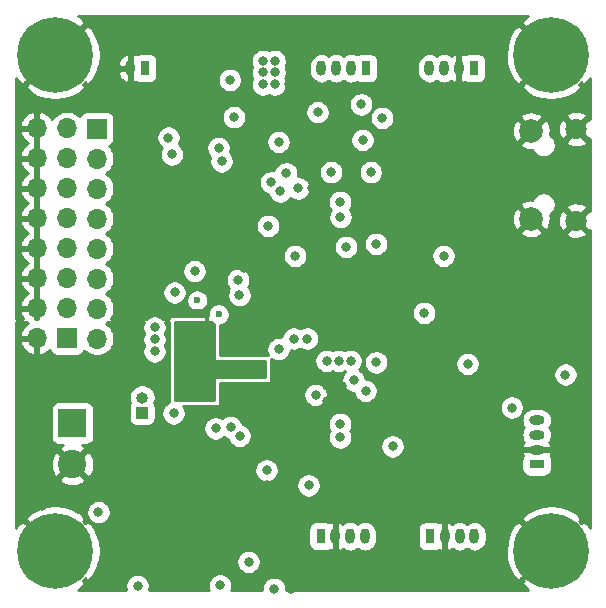
<source format=gbr>
G04 #@! TF.GenerationSoftware,KiCad,Pcbnew,(5.1.5)-3*
G04 #@! TF.CreationDate,2019-12-11T14:27:37+01:00*
G04 #@! TF.ProjectId,HadesMicro,48616465-734d-4696-9372-6f2e6b696361,rev?*
G04 #@! TF.SameCoordinates,Original*
G04 #@! TF.FileFunction,Copper,L2,Inr*
G04 #@! TF.FilePolarity,Positive*
%FSLAX46Y46*%
G04 Gerber Fmt 4.6, Leading zero omitted, Abs format (unit mm)*
G04 Created by KiCad (PCBNEW (5.1.5)-3) date 2019-12-11 14:27:37*
%MOMM*%
%LPD*%
G04 APERTURE LIST*
%ADD10O,0.800000X1.300000*%
%ADD11R,0.800000X1.300000*%
%ADD12O,1.300000X0.800000*%
%ADD13R,1.300000X0.800000*%
%ADD14C,1.800000*%
%ADD15C,2.000000*%
%ADD16C,6.400000*%
%ADD17C,0.800000*%
%ADD18R,1.000000X1.000000*%
%ADD19O,1.000000X1.000000*%
%ADD20R,1.700000X1.700000*%
%ADD21O,1.700000X1.700000*%
%ADD22C,2.400000*%
%ADD23R,2.400000X2.400000*%
%ADD24C,0.600000*%
%ADD25C,0.350000*%
%ADD26C,0.254000*%
G04 APERTURE END LIST*
D10*
X30373000Y-25146000D03*
D11*
X31623000Y-25146000D03*
D10*
X46542000Y-25146000D03*
X47792000Y-25146000D03*
X49042000Y-25146000D03*
D11*
X50292000Y-25146000D03*
D12*
X64770000Y-54924000D03*
X64770000Y-56174000D03*
X64770000Y-57424000D03*
D13*
X64770000Y-58674000D03*
D14*
X68117000Y-30288000D03*
X68117000Y-38038000D03*
D15*
X64317000Y-30438000D03*
X64317000Y-37888000D03*
D16*
X24000000Y-24000000D03*
D17*
X26400000Y-24000000D03*
X25697056Y-25697056D03*
X24000000Y-26400000D03*
X22302944Y-25697056D03*
X21600000Y-24000000D03*
X22302944Y-22302944D03*
X24000000Y-21600000D03*
X25697056Y-22302944D03*
X67697056Y-22302944D03*
X66000000Y-21600000D03*
X64302944Y-22302944D03*
X63600000Y-24000000D03*
X64302944Y-25697056D03*
X66000000Y-26400000D03*
X67697056Y-25697056D03*
X68400000Y-24000000D03*
D16*
X66000000Y-24000000D03*
X66000000Y-66000000D03*
D17*
X68400000Y-66000000D03*
X67697056Y-67697056D03*
X66000000Y-68400000D03*
X64302944Y-67697056D03*
X63600000Y-66000000D03*
X64302944Y-64302944D03*
X66000000Y-63600000D03*
X67697056Y-64302944D03*
D11*
X55753000Y-64770000D03*
D10*
X57003000Y-64770000D03*
X58253000Y-64770000D03*
X59503000Y-64770000D03*
D18*
X31369000Y-54292500D03*
D19*
X31369000Y-53022500D03*
D20*
X25000000Y-48000000D03*
D21*
X22460000Y-48000000D03*
X25000000Y-45460000D03*
X22460000Y-45460000D03*
X25000000Y-42920000D03*
X22460000Y-42920000D03*
X25000000Y-40380000D03*
X22460000Y-40380000D03*
X25000000Y-37840000D03*
X22460000Y-37840000D03*
X25000000Y-35300000D03*
X22460000Y-35300000D03*
X25000000Y-32760000D03*
X22460000Y-32760000D03*
X25000000Y-30220000D03*
X22460000Y-30220000D03*
D20*
X27541220Y-30251400D03*
D21*
X27541220Y-32791400D03*
X27541220Y-35331400D03*
X27541220Y-37871400D03*
X27541220Y-40411400D03*
X27541220Y-42951400D03*
X27541220Y-45491400D03*
X27541220Y-48031400D03*
D11*
X46482000Y-64770000D03*
D10*
X47732000Y-64770000D03*
X48982000Y-64770000D03*
X50232000Y-64770000D03*
X55686000Y-25146000D03*
X56936000Y-25146000D03*
X58186000Y-25146000D03*
D11*
X59436000Y-25146000D03*
D17*
X25697056Y-64302944D03*
X24000000Y-63600000D03*
X22302944Y-64302944D03*
X21600000Y-66000000D03*
X22302944Y-67697056D03*
X24000000Y-68400000D03*
X25697056Y-67697056D03*
X26400000Y-66000000D03*
D16*
X24000000Y-66000000D03*
D22*
X25463500Y-58681500D03*
D23*
X25463500Y-55181500D03*
D17*
X41579800Y-24536400D03*
X38785800Y-26136600D03*
X41579800Y-25501600D03*
X41579800Y-26517600D03*
X42595800Y-24536400D03*
X42595800Y-25501600D03*
X42595800Y-26517600D03*
X34112200Y-44119800D03*
X35814000Y-42316400D03*
X37966400Y-68929000D03*
X30988000Y-68961000D03*
X27668500Y-62720500D03*
X34036000Y-54356000D03*
X41910000Y-59182000D03*
X45466000Y-60452000D03*
X52578000Y-57150000D03*
X39598600Y-44348400D03*
X55245000Y-45847000D03*
X67206000Y-51077000D03*
X39141400Y-29286200D03*
X33883600Y-32435800D03*
X42545000Y-69215000D03*
X50723800Y-33934400D03*
X46228000Y-28854400D03*
X50038000Y-31216600D03*
X48158400Y-37744400D03*
X44577000Y-35306000D03*
X51181000Y-40005000D03*
D24*
X36033900Y-44796900D03*
D17*
X44196000Y-48031400D03*
X33598800Y-31018800D03*
X38100000Y-33020000D03*
X42926000Y-31369000D03*
X48133000Y-36449000D03*
X38531800Y-21463000D03*
X37515800Y-21463000D03*
X36499800Y-21463000D03*
X39547800Y-21463000D03*
D24*
X37287200Y-46990000D03*
X34340800Y-52832000D03*
D17*
X42672000Y-54356000D03*
X41910000Y-57912000D03*
X41910000Y-60452000D03*
X52578000Y-59944000D03*
X68580000Y-50927000D03*
X58674000Y-48895000D03*
X38811200Y-47117000D03*
X43942000Y-69215000D03*
D24*
X58039000Y-34493200D03*
X29464000Y-62484000D03*
D17*
X36957000Y-57531000D03*
X36957000Y-58801000D03*
X36957000Y-60071000D03*
X33528000Y-45720000D03*
X43840400Y-26517600D03*
X45720000Y-35306000D03*
X52959000Y-37084000D03*
X40005000Y-42082000D03*
X44704000Y-44704000D03*
X66264000Y-32863000D03*
X29235400Y-24130000D03*
X29235400Y-25146000D03*
X29235400Y-23114000D03*
X55880000Y-68580000D03*
X57150000Y-68580000D03*
X58420000Y-68580000D03*
X59690000Y-68580000D03*
X48260000Y-68580000D03*
X49530000Y-68580000D03*
X50800000Y-68580000D03*
X68580000Y-58420000D03*
X68580000Y-57150000D03*
X68580000Y-55880000D03*
X68580000Y-54610000D03*
X68580000Y-32893000D03*
X68580000Y-34290000D03*
X68580000Y-35560000D03*
X55880000Y-21488400D03*
X57150000Y-21488400D03*
X58420000Y-21488400D03*
X50800000Y-21488400D03*
X49555400Y-21488400D03*
X48260000Y-21488400D03*
X46990000Y-21488400D03*
X45720000Y-21488400D03*
X43180000Y-21590000D03*
X41910000Y-21590000D03*
X40640000Y-21590000D03*
X21590000Y-62230000D03*
X22860000Y-62230000D03*
X31750000Y-67310000D03*
X33020000Y-67310000D03*
X30480000Y-67310000D03*
X38100000Y-67310000D03*
X44450000Y-54610000D03*
X45720000Y-54610000D03*
X46990000Y-54610000D03*
X46990000Y-53340000D03*
X46990000Y-52070000D03*
X48260000Y-52070000D03*
X48260000Y-53340000D03*
X50800000Y-54610000D03*
X50800000Y-55880000D03*
X68580000Y-40640000D03*
X67310000Y-40640000D03*
X66040000Y-40640000D03*
X64770000Y-40640000D03*
X63500000Y-40640000D03*
X62230000Y-40640000D03*
X58420000Y-41910000D03*
X59690000Y-41910000D03*
X59690000Y-43180000D03*
X58420000Y-43180000D03*
X60960000Y-41910000D03*
X55880000Y-29210000D03*
X57150000Y-29210000D03*
X58420000Y-29210000D03*
X59690000Y-29210000D03*
X59690000Y-30480000D03*
X58420000Y-30480000D03*
X57150000Y-30480000D03*
X55880000Y-30480000D03*
X55880000Y-31750000D03*
X57150000Y-31750000D03*
X54610000Y-29210000D03*
X60960000Y-62230000D03*
X62230000Y-62230000D03*
X63500000Y-62230000D03*
X62230000Y-60960000D03*
X60960000Y-60960000D03*
X60960000Y-59690000D03*
X62230000Y-59690000D03*
X52070000Y-60960000D03*
X53340000Y-60960000D03*
X53340000Y-62230000D03*
X52070000Y-62230000D03*
X26670000Y-52070000D03*
X27940000Y-52070000D03*
X29210000Y-52070000D03*
D24*
X37846000Y-45974000D03*
D17*
X42926000Y-48920400D03*
X48641000Y-40259000D03*
X37846000Y-31877000D03*
X39497000Y-43053202D03*
X46064001Y-52795001D03*
X32419000Y-49115000D03*
X32419000Y-48107600D03*
X32419000Y-47083000D03*
X51181000Y-50038000D03*
X58928000Y-50165000D03*
X48133000Y-55245000D03*
X48133000Y-56388000D03*
X62661800Y-53873400D03*
X39624000Y-56261000D03*
X40386000Y-66929000D03*
X42037000Y-38481000D03*
X46990000Y-49911000D03*
X48006000Y-49911000D03*
X44323000Y-41021000D03*
X49022000Y-49911000D03*
X47371000Y-33939000D03*
X38862000Y-55499000D03*
X49276000Y-51562000D03*
X49911000Y-28194000D03*
X50292000Y-52451000D03*
X51689000Y-29337000D03*
X56896000Y-41021000D03*
X43053000Y-35560000D03*
X42291000Y-34798000D03*
X43561000Y-34036000D03*
X37592000Y-55626000D03*
X45339000Y-48031400D03*
D25*
X36880800Y-46837600D02*
X36880800Y-45872400D01*
X37033200Y-46990000D02*
X36880800Y-46837600D01*
X37287200Y-46990000D02*
X37033200Y-46990000D01*
X36728400Y-45720000D02*
X33528000Y-45720000D01*
X36880800Y-45872400D02*
X36728400Y-45720000D01*
D26*
G36*
X37249972Y-46700262D02*
G01*
X37403111Y-46802586D01*
X37465000Y-46828221D01*
X37465000Y-49784000D01*
X37467440Y-49808776D01*
X37474667Y-49832601D01*
X37486403Y-49854557D01*
X37502197Y-49873803D01*
X37521443Y-49889597D01*
X37543399Y-49901333D01*
X37567224Y-49908560D01*
X37592000Y-49911000D01*
X41783000Y-49911000D01*
X41783000Y-51308000D01*
X37592000Y-51308000D01*
X37567224Y-51310440D01*
X37543399Y-51317667D01*
X37521443Y-51329403D01*
X37502197Y-51345197D01*
X37486403Y-51364443D01*
X37474667Y-51386399D01*
X37467440Y-51410224D01*
X37465000Y-51435000D01*
X37465000Y-53213000D01*
X34163000Y-53213000D01*
X34163000Y-46609000D01*
X37158710Y-46609000D01*
X37249972Y-46700262D01*
G37*
X37249972Y-46700262D02*
X37403111Y-46802586D01*
X37465000Y-46828221D01*
X37465000Y-49784000D01*
X37467440Y-49808776D01*
X37474667Y-49832601D01*
X37486403Y-49854557D01*
X37502197Y-49873803D01*
X37521443Y-49889597D01*
X37543399Y-49901333D01*
X37567224Y-49908560D01*
X37592000Y-49911000D01*
X41783000Y-49911000D01*
X41783000Y-51308000D01*
X37592000Y-51308000D01*
X37567224Y-51310440D01*
X37543399Y-51317667D01*
X37521443Y-51329403D01*
X37502197Y-51345197D01*
X37486403Y-51364443D01*
X37474667Y-51386399D01*
X37467440Y-51410224D01*
X37465000Y-51435000D01*
X37465000Y-53213000D01*
X34163000Y-53213000D01*
X34163000Y-46609000D01*
X37158710Y-46609000D01*
X37249972Y-46700262D01*
G36*
X63879330Y-20782445D02*
G01*
X63838912Y-20809452D01*
X63478724Y-21299119D01*
X66000000Y-23820395D01*
X66014143Y-23806253D01*
X66193748Y-23985858D01*
X66179605Y-24000000D01*
X67058528Y-24878923D01*
X67037282Y-24893119D01*
X66893119Y-25037282D01*
X66878923Y-25058528D01*
X66000000Y-24179605D01*
X65121077Y-25058528D01*
X65106881Y-25037282D01*
X64962718Y-24893119D01*
X64941472Y-24878923D01*
X65820395Y-24000000D01*
X63299119Y-21478724D01*
X62809452Y-21838912D01*
X62449151Y-22502882D01*
X62225306Y-23224385D01*
X62146520Y-23975695D01*
X62215822Y-24727938D01*
X62430548Y-25452208D01*
X62782445Y-26120670D01*
X62809452Y-26161088D01*
X63299119Y-26521276D01*
X63484811Y-26335584D01*
X63499007Y-26356830D01*
X63643170Y-26500993D01*
X63664416Y-26515189D01*
X63478724Y-26700881D01*
X63838912Y-27190548D01*
X64502882Y-27550849D01*
X65224385Y-27774694D01*
X65975695Y-27853480D01*
X66727938Y-27784178D01*
X67452208Y-27569452D01*
X68120670Y-27217555D01*
X68161088Y-27190548D01*
X68521276Y-26700881D01*
X68335584Y-26515189D01*
X68356830Y-26500993D01*
X68500993Y-26356830D01*
X68515189Y-26335584D01*
X68700881Y-26521276D01*
X69190548Y-26161088D01*
X69315000Y-25931745D01*
X69315000Y-29447615D01*
X69181080Y-29403525D01*
X68296605Y-30288000D01*
X69181080Y-31172475D01*
X69315000Y-31128385D01*
X69315000Y-37197615D01*
X69181080Y-37153525D01*
X68296605Y-38038000D01*
X69181080Y-38922475D01*
X69315000Y-38878385D01*
X69315001Y-64064438D01*
X69217555Y-63879330D01*
X69190548Y-63838912D01*
X68700881Y-63478724D01*
X68515189Y-63664416D01*
X68500993Y-63643170D01*
X68356830Y-63499007D01*
X68335584Y-63484811D01*
X68521276Y-63299119D01*
X68161088Y-62809452D01*
X67497118Y-62449151D01*
X66775615Y-62225306D01*
X66024305Y-62146520D01*
X65272062Y-62215822D01*
X64547792Y-62430548D01*
X63879330Y-62782445D01*
X63838912Y-62809452D01*
X63478724Y-63299119D01*
X66000000Y-65820395D01*
X66878923Y-64941472D01*
X66893119Y-64962718D01*
X67037282Y-65106881D01*
X67058528Y-65121077D01*
X66179605Y-66000000D01*
X66193748Y-66014143D01*
X66014143Y-66193748D01*
X66000000Y-66179605D01*
X65121077Y-67058528D01*
X65106881Y-67037282D01*
X64962718Y-66893119D01*
X64941472Y-66878923D01*
X65820395Y-66000000D01*
X63299119Y-63478724D01*
X62809452Y-63838912D01*
X62449151Y-64502882D01*
X62225306Y-65224385D01*
X62146520Y-65975695D01*
X62215822Y-66727938D01*
X62430548Y-67452208D01*
X62782445Y-68120670D01*
X62809452Y-68161088D01*
X63299119Y-68521276D01*
X63484811Y-68335584D01*
X63499007Y-68356830D01*
X63643170Y-68500993D01*
X63664416Y-68515189D01*
X63478724Y-68700881D01*
X63838912Y-69190548D01*
X64068255Y-69315000D01*
X43580000Y-69315000D01*
X43580000Y-69113061D01*
X43540226Y-68913102D01*
X43462205Y-68724744D01*
X43348937Y-68555226D01*
X43204774Y-68411063D01*
X43035256Y-68297795D01*
X42846898Y-68219774D01*
X42646939Y-68180000D01*
X42443061Y-68180000D01*
X42243102Y-68219774D01*
X42054744Y-68297795D01*
X41885226Y-68411063D01*
X41741063Y-68555226D01*
X41627795Y-68724744D01*
X41549774Y-68913102D01*
X41510000Y-69113061D01*
X41510000Y-69315000D01*
X38926790Y-69315000D01*
X38961626Y-69230898D01*
X39001400Y-69030939D01*
X39001400Y-68827061D01*
X38961626Y-68627102D01*
X38883605Y-68438744D01*
X38770337Y-68269226D01*
X38626174Y-68125063D01*
X38456656Y-68011795D01*
X38268298Y-67933774D01*
X38068339Y-67894000D01*
X37864461Y-67894000D01*
X37664502Y-67933774D01*
X37476144Y-68011795D01*
X37306626Y-68125063D01*
X37162463Y-68269226D01*
X37049195Y-68438744D01*
X36971174Y-68627102D01*
X36931400Y-68827061D01*
X36931400Y-69030939D01*
X36971174Y-69230898D01*
X37006010Y-69315000D01*
X31961644Y-69315000D01*
X31983226Y-69262898D01*
X32023000Y-69062939D01*
X32023000Y-68859061D01*
X31983226Y-68659102D01*
X31905205Y-68470744D01*
X31791937Y-68301226D01*
X31647774Y-68157063D01*
X31478256Y-68043795D01*
X31289898Y-67965774D01*
X31089939Y-67926000D01*
X30886061Y-67926000D01*
X30686102Y-67965774D01*
X30497744Y-68043795D01*
X30328226Y-68157063D01*
X30184063Y-68301226D01*
X30070795Y-68470744D01*
X29992774Y-68659102D01*
X29953000Y-68859061D01*
X29953000Y-69062939D01*
X29992774Y-69262898D01*
X30014356Y-69315000D01*
X25935564Y-69315000D01*
X26120670Y-69217555D01*
X26161088Y-69190548D01*
X26521276Y-68700881D01*
X26335584Y-68515189D01*
X26356830Y-68500993D01*
X26500993Y-68356830D01*
X26515189Y-68335584D01*
X26700881Y-68521276D01*
X27190548Y-68161088D01*
X27550849Y-67497118D01*
X27758732Y-66827061D01*
X39351000Y-66827061D01*
X39351000Y-67030939D01*
X39390774Y-67230898D01*
X39468795Y-67419256D01*
X39582063Y-67588774D01*
X39726226Y-67732937D01*
X39895744Y-67846205D01*
X40084102Y-67924226D01*
X40284061Y-67964000D01*
X40487939Y-67964000D01*
X40687898Y-67924226D01*
X40876256Y-67846205D01*
X41045774Y-67732937D01*
X41189937Y-67588774D01*
X41303205Y-67419256D01*
X41381226Y-67230898D01*
X41421000Y-67030939D01*
X41421000Y-66827061D01*
X41381226Y-66627102D01*
X41303205Y-66438744D01*
X41189937Y-66269226D01*
X41045774Y-66125063D01*
X40876256Y-66011795D01*
X40687898Y-65933774D01*
X40487939Y-65894000D01*
X40284061Y-65894000D01*
X40084102Y-65933774D01*
X39895744Y-66011795D01*
X39726226Y-66125063D01*
X39582063Y-66269226D01*
X39468795Y-66438744D01*
X39390774Y-66627102D01*
X39351000Y-66827061D01*
X27758732Y-66827061D01*
X27774694Y-66775615D01*
X27853480Y-66024305D01*
X27784178Y-65272062D01*
X27569452Y-64547792D01*
X27344251Y-64120000D01*
X45443928Y-64120000D01*
X45443928Y-65420000D01*
X45456188Y-65544482D01*
X45492498Y-65664180D01*
X45551463Y-65774494D01*
X45630815Y-65871185D01*
X45727506Y-65950537D01*
X45837820Y-66009502D01*
X45957518Y-66045812D01*
X46082000Y-66058072D01*
X46882000Y-66058072D01*
X47006482Y-66045812D01*
X47126180Y-66009502D01*
X47236494Y-65950537D01*
X47243977Y-65944396D01*
X47369028Y-66004994D01*
X47445877Y-66014666D01*
X47605000Y-65886998D01*
X47605000Y-64897000D01*
X47585000Y-64897000D01*
X47585000Y-64643000D01*
X47605000Y-64643000D01*
X47605000Y-63653002D01*
X47859000Y-63653002D01*
X47859000Y-64643000D01*
X47879000Y-64643000D01*
X47879000Y-64897000D01*
X47859000Y-64897000D01*
X47859000Y-65886998D01*
X48018123Y-66014666D01*
X48094972Y-66004994D01*
X48280160Y-65915255D01*
X48364063Y-65851791D01*
X48404204Y-65884734D01*
X48584008Y-65980841D01*
X48779106Y-66040024D01*
X48982000Y-66060007D01*
X49184895Y-66040024D01*
X49379993Y-65980841D01*
X49559797Y-65884734D01*
X49607001Y-65845995D01*
X49654204Y-65884734D01*
X49834008Y-65980841D01*
X50029106Y-66040024D01*
X50232000Y-66060007D01*
X50434895Y-66040024D01*
X50629993Y-65980841D01*
X50809797Y-65884734D01*
X50967396Y-65755396D01*
X51096734Y-65597797D01*
X51192841Y-65417992D01*
X51252024Y-65222894D01*
X51267000Y-65070837D01*
X51267000Y-64469162D01*
X51252024Y-64317105D01*
X51192841Y-64122007D01*
X51191769Y-64120000D01*
X54714928Y-64120000D01*
X54714928Y-65420000D01*
X54727188Y-65544482D01*
X54763498Y-65664180D01*
X54822463Y-65774494D01*
X54901815Y-65871185D01*
X54998506Y-65950537D01*
X55108820Y-66009502D01*
X55228518Y-66045812D01*
X55353000Y-66058072D01*
X56153000Y-66058072D01*
X56277482Y-66045812D01*
X56397180Y-66009502D01*
X56507494Y-65950537D01*
X56514977Y-65944396D01*
X56640028Y-66004994D01*
X56716877Y-66014666D01*
X56876000Y-65886998D01*
X56876000Y-64897000D01*
X56856000Y-64897000D01*
X56856000Y-64643000D01*
X56876000Y-64643000D01*
X56876000Y-63653002D01*
X57130000Y-63653002D01*
X57130000Y-64643000D01*
X57150000Y-64643000D01*
X57150000Y-64897000D01*
X57130000Y-64897000D01*
X57130000Y-65886998D01*
X57289123Y-66014666D01*
X57365972Y-66004994D01*
X57551160Y-65915255D01*
X57635063Y-65851791D01*
X57675204Y-65884734D01*
X57855008Y-65980841D01*
X58050106Y-66040024D01*
X58253000Y-66060007D01*
X58455895Y-66040024D01*
X58650993Y-65980841D01*
X58830797Y-65884734D01*
X58878001Y-65845995D01*
X58925204Y-65884734D01*
X59105008Y-65980841D01*
X59300106Y-66040024D01*
X59503000Y-66060007D01*
X59705895Y-66040024D01*
X59900993Y-65980841D01*
X60080797Y-65884734D01*
X60238396Y-65755396D01*
X60367734Y-65597797D01*
X60463841Y-65417992D01*
X60523024Y-65222894D01*
X60538000Y-65070837D01*
X60538000Y-64469162D01*
X60523024Y-64317105D01*
X60463841Y-64122007D01*
X60367734Y-63942203D01*
X60238396Y-63784604D01*
X60080797Y-63655266D01*
X59900992Y-63559159D01*
X59705894Y-63499976D01*
X59503000Y-63479993D01*
X59300105Y-63499976D01*
X59105007Y-63559159D01*
X58925203Y-63655266D01*
X58878000Y-63694004D01*
X58830797Y-63655266D01*
X58650992Y-63559159D01*
X58455894Y-63499976D01*
X58253000Y-63479993D01*
X58050105Y-63499976D01*
X57855007Y-63559159D01*
X57675203Y-63655266D01*
X57635062Y-63688209D01*
X57551160Y-63624745D01*
X57365972Y-63535006D01*
X57289123Y-63525334D01*
X57130000Y-63653002D01*
X56876000Y-63653002D01*
X56716877Y-63525334D01*
X56640028Y-63535006D01*
X56514977Y-63595604D01*
X56507494Y-63589463D01*
X56397180Y-63530498D01*
X56277482Y-63494188D01*
X56153000Y-63481928D01*
X55353000Y-63481928D01*
X55228518Y-63494188D01*
X55108820Y-63530498D01*
X54998506Y-63589463D01*
X54901815Y-63668815D01*
X54822463Y-63765506D01*
X54763498Y-63875820D01*
X54727188Y-63995518D01*
X54714928Y-64120000D01*
X51191769Y-64120000D01*
X51096734Y-63942203D01*
X50967396Y-63784604D01*
X50809797Y-63655266D01*
X50629992Y-63559159D01*
X50434894Y-63499976D01*
X50232000Y-63479993D01*
X50029105Y-63499976D01*
X49834007Y-63559159D01*
X49654203Y-63655266D01*
X49607000Y-63694004D01*
X49559797Y-63655266D01*
X49379992Y-63559159D01*
X49184894Y-63499976D01*
X48982000Y-63479993D01*
X48779105Y-63499976D01*
X48584007Y-63559159D01*
X48404203Y-63655266D01*
X48364062Y-63688209D01*
X48280160Y-63624745D01*
X48094972Y-63535006D01*
X48018123Y-63525334D01*
X47859000Y-63653002D01*
X47605000Y-63653002D01*
X47445877Y-63525334D01*
X47369028Y-63535006D01*
X47243977Y-63595604D01*
X47236494Y-63589463D01*
X47126180Y-63530498D01*
X47006482Y-63494188D01*
X46882000Y-63481928D01*
X46082000Y-63481928D01*
X45957518Y-63494188D01*
X45837820Y-63530498D01*
X45727506Y-63589463D01*
X45630815Y-63668815D01*
X45551463Y-63765506D01*
X45492498Y-63875820D01*
X45456188Y-63995518D01*
X45443928Y-64120000D01*
X27344251Y-64120000D01*
X27217555Y-63879330D01*
X27190548Y-63838912D01*
X26700881Y-63478724D01*
X26515189Y-63664416D01*
X26500993Y-63643170D01*
X26356830Y-63499007D01*
X26335584Y-63484811D01*
X26521276Y-63299119D01*
X26161088Y-62809452D01*
X25809311Y-62618561D01*
X26633500Y-62618561D01*
X26633500Y-62822439D01*
X26673274Y-63022398D01*
X26751295Y-63210756D01*
X26864563Y-63380274D01*
X27008726Y-63524437D01*
X27178244Y-63637705D01*
X27366602Y-63715726D01*
X27566561Y-63755500D01*
X27770439Y-63755500D01*
X27970398Y-63715726D01*
X28158756Y-63637705D01*
X28328274Y-63524437D01*
X28472437Y-63380274D01*
X28585705Y-63210756D01*
X28663726Y-63022398D01*
X28703500Y-62822439D01*
X28703500Y-62618561D01*
X28663726Y-62418602D01*
X28585705Y-62230244D01*
X28472437Y-62060726D01*
X28328274Y-61916563D01*
X28158756Y-61803295D01*
X27970398Y-61725274D01*
X27770439Y-61685500D01*
X27566561Y-61685500D01*
X27366602Y-61725274D01*
X27178244Y-61803295D01*
X27008726Y-61916563D01*
X26864563Y-62060726D01*
X26751295Y-62230244D01*
X26673274Y-62418602D01*
X26633500Y-62618561D01*
X25809311Y-62618561D01*
X25497118Y-62449151D01*
X24775615Y-62225306D01*
X24024305Y-62146520D01*
X23272062Y-62215822D01*
X22547792Y-62430548D01*
X21879330Y-62782445D01*
X21838912Y-62809452D01*
X21478724Y-63299119D01*
X21664416Y-63484811D01*
X21643170Y-63499007D01*
X21499007Y-63643170D01*
X21484811Y-63664416D01*
X21299119Y-63478724D01*
X20809452Y-63838912D01*
X20685000Y-64068255D01*
X20685000Y-59959480D01*
X24365126Y-59959480D01*
X24485014Y-60244336D01*
X24808710Y-60405199D01*
X25157569Y-60499822D01*
X25518184Y-60524567D01*
X25876698Y-60478485D01*
X26219333Y-60363346D01*
X26244187Y-60350061D01*
X44431000Y-60350061D01*
X44431000Y-60553939D01*
X44470774Y-60753898D01*
X44548795Y-60942256D01*
X44662063Y-61111774D01*
X44806226Y-61255937D01*
X44975744Y-61369205D01*
X45164102Y-61447226D01*
X45364061Y-61487000D01*
X45567939Y-61487000D01*
X45767898Y-61447226D01*
X45956256Y-61369205D01*
X46125774Y-61255937D01*
X46269937Y-61111774D01*
X46383205Y-60942256D01*
X46461226Y-60753898D01*
X46501000Y-60553939D01*
X46501000Y-60350061D01*
X46461226Y-60150102D01*
X46383205Y-59961744D01*
X46269937Y-59792226D01*
X46125774Y-59648063D01*
X45956256Y-59534795D01*
X45767898Y-59456774D01*
X45567939Y-59417000D01*
X45364061Y-59417000D01*
X45164102Y-59456774D01*
X44975744Y-59534795D01*
X44806226Y-59648063D01*
X44662063Y-59792226D01*
X44548795Y-59961744D01*
X44470774Y-60150102D01*
X44431000Y-60350061D01*
X26244187Y-60350061D01*
X26441986Y-60244336D01*
X26561874Y-59959480D01*
X25463500Y-58861105D01*
X24365126Y-59959480D01*
X20685000Y-59959480D01*
X20685000Y-58736184D01*
X23620433Y-58736184D01*
X23666515Y-59094698D01*
X23781654Y-59437333D01*
X23900664Y-59659986D01*
X24185520Y-59779874D01*
X25283895Y-58681500D01*
X25643105Y-58681500D01*
X26741480Y-59779874D01*
X27026336Y-59659986D01*
X27187199Y-59336290D01*
X27256697Y-59080061D01*
X40875000Y-59080061D01*
X40875000Y-59283939D01*
X40914774Y-59483898D01*
X40992795Y-59672256D01*
X41106063Y-59841774D01*
X41250226Y-59985937D01*
X41419744Y-60099205D01*
X41608102Y-60177226D01*
X41808061Y-60217000D01*
X42011939Y-60217000D01*
X42211898Y-60177226D01*
X42400256Y-60099205D01*
X42569774Y-59985937D01*
X42713937Y-59841774D01*
X42827205Y-59672256D01*
X42905226Y-59483898D01*
X42945000Y-59283939D01*
X42945000Y-59080061D01*
X42905226Y-58880102D01*
X42827205Y-58691744D01*
X42713937Y-58522226D01*
X42569774Y-58378063D01*
X42414033Y-58274000D01*
X63481928Y-58274000D01*
X63481928Y-59074000D01*
X63494188Y-59198482D01*
X63530498Y-59318180D01*
X63589463Y-59428494D01*
X63668815Y-59525185D01*
X63765506Y-59604537D01*
X63875820Y-59663502D01*
X63995518Y-59699812D01*
X64120000Y-59712072D01*
X65420000Y-59712072D01*
X65544482Y-59699812D01*
X65664180Y-59663502D01*
X65774494Y-59604537D01*
X65871185Y-59525185D01*
X65950537Y-59428494D01*
X66009502Y-59318180D01*
X66045812Y-59198482D01*
X66058072Y-59074000D01*
X66058072Y-58274000D01*
X66045812Y-58149518D01*
X66009502Y-58029820D01*
X65950537Y-57919506D01*
X65944396Y-57912023D01*
X66004994Y-57786972D01*
X66014666Y-57710123D01*
X65886998Y-57551000D01*
X64897000Y-57551000D01*
X64897000Y-57571000D01*
X64643000Y-57571000D01*
X64643000Y-57551000D01*
X63653002Y-57551000D01*
X63525334Y-57710123D01*
X63535006Y-57786972D01*
X63595604Y-57912023D01*
X63589463Y-57919506D01*
X63530498Y-58029820D01*
X63494188Y-58149518D01*
X63481928Y-58274000D01*
X42414033Y-58274000D01*
X42400256Y-58264795D01*
X42211898Y-58186774D01*
X42011939Y-58147000D01*
X41808061Y-58147000D01*
X41608102Y-58186774D01*
X41419744Y-58264795D01*
X41250226Y-58378063D01*
X41106063Y-58522226D01*
X40992795Y-58691744D01*
X40914774Y-58880102D01*
X40875000Y-59080061D01*
X27256697Y-59080061D01*
X27281822Y-58987431D01*
X27306567Y-58626816D01*
X27260485Y-58268302D01*
X27145346Y-57925667D01*
X27026336Y-57703014D01*
X26741480Y-57583126D01*
X25643105Y-58681500D01*
X25283895Y-58681500D01*
X24185520Y-57583126D01*
X23900664Y-57703014D01*
X23739801Y-58026710D01*
X23645178Y-58375569D01*
X23620433Y-58736184D01*
X20685000Y-58736184D01*
X20685000Y-53981500D01*
X23625428Y-53981500D01*
X23625428Y-56381500D01*
X23637688Y-56505982D01*
X23673998Y-56625680D01*
X23732963Y-56735994D01*
X23812315Y-56832685D01*
X23909006Y-56912037D01*
X24019320Y-56971002D01*
X24139018Y-57007312D01*
X24263500Y-57019572D01*
X24670403Y-57019572D01*
X24485014Y-57118664D01*
X24365126Y-57403520D01*
X25463500Y-58501895D01*
X26561874Y-57403520D01*
X26441986Y-57118664D01*
X26242588Y-57019572D01*
X26663500Y-57019572D01*
X26787982Y-57007312D01*
X26907680Y-56971002D01*
X27017994Y-56912037D01*
X27114685Y-56832685D01*
X27194037Y-56735994D01*
X27253002Y-56625680D01*
X27289312Y-56505982D01*
X27301572Y-56381500D01*
X27301572Y-55524061D01*
X36557000Y-55524061D01*
X36557000Y-55727939D01*
X36596774Y-55927898D01*
X36674795Y-56116256D01*
X36788063Y-56285774D01*
X36932226Y-56429937D01*
X37101744Y-56543205D01*
X37290102Y-56621226D01*
X37490061Y-56661000D01*
X37693939Y-56661000D01*
X37893898Y-56621226D01*
X38082256Y-56543205D01*
X38251774Y-56429937D01*
X38308059Y-56373652D01*
X38371744Y-56416205D01*
X38560102Y-56494226D01*
X38617381Y-56505619D01*
X38628774Y-56562898D01*
X38706795Y-56751256D01*
X38820063Y-56920774D01*
X38964226Y-57064937D01*
X39133744Y-57178205D01*
X39322102Y-57256226D01*
X39522061Y-57296000D01*
X39725939Y-57296000D01*
X39925898Y-57256226D01*
X40114256Y-57178205D01*
X40283774Y-57064937D01*
X40427937Y-56920774D01*
X40541205Y-56751256D01*
X40619226Y-56562898D01*
X40659000Y-56362939D01*
X40659000Y-56159061D01*
X40619226Y-55959102D01*
X40541205Y-55770744D01*
X40427937Y-55601226D01*
X40283774Y-55457063D01*
X40114256Y-55343795D01*
X39925898Y-55265774D01*
X39868619Y-55254381D01*
X39857226Y-55197102D01*
X39834842Y-55143061D01*
X47098000Y-55143061D01*
X47098000Y-55346939D01*
X47137774Y-55546898D01*
X47215795Y-55735256D01*
X47270080Y-55816500D01*
X47215795Y-55897744D01*
X47137774Y-56086102D01*
X47098000Y-56286061D01*
X47098000Y-56489939D01*
X47137774Y-56689898D01*
X47215795Y-56878256D01*
X47329063Y-57047774D01*
X47473226Y-57191937D01*
X47642744Y-57305205D01*
X47831102Y-57383226D01*
X48031061Y-57423000D01*
X48234939Y-57423000D01*
X48434898Y-57383226D01*
X48623256Y-57305205D01*
X48792774Y-57191937D01*
X48936650Y-57048061D01*
X51543000Y-57048061D01*
X51543000Y-57251939D01*
X51582774Y-57451898D01*
X51660795Y-57640256D01*
X51774063Y-57809774D01*
X51918226Y-57953937D01*
X52087744Y-58067205D01*
X52276102Y-58145226D01*
X52476061Y-58185000D01*
X52679939Y-58185000D01*
X52879898Y-58145226D01*
X53068256Y-58067205D01*
X53237774Y-57953937D01*
X53381937Y-57809774D01*
X53495205Y-57640256D01*
X53573226Y-57451898D01*
X53613000Y-57251939D01*
X53613000Y-57048061D01*
X53573226Y-56848102D01*
X53495205Y-56659744D01*
X53381937Y-56490226D01*
X53237774Y-56346063D01*
X53068256Y-56232795D01*
X52879898Y-56154774D01*
X52679939Y-56115000D01*
X52476061Y-56115000D01*
X52276102Y-56154774D01*
X52087744Y-56232795D01*
X51918226Y-56346063D01*
X51774063Y-56490226D01*
X51660795Y-56659744D01*
X51582774Y-56848102D01*
X51543000Y-57048061D01*
X48936650Y-57048061D01*
X48936937Y-57047774D01*
X49050205Y-56878256D01*
X49128226Y-56689898D01*
X49168000Y-56489939D01*
X49168000Y-56286061D01*
X49128226Y-56086102D01*
X49050205Y-55897744D01*
X48995920Y-55816500D01*
X49050205Y-55735256D01*
X49128226Y-55546898D01*
X49168000Y-55346939D01*
X49168000Y-55143061D01*
X49128226Y-54943102D01*
X49120314Y-54924000D01*
X63479993Y-54924000D01*
X63499976Y-55126895D01*
X63559159Y-55321993D01*
X63655266Y-55501797D01*
X63694004Y-55549000D01*
X63655266Y-55596203D01*
X63559159Y-55776007D01*
X63499976Y-55971105D01*
X63479993Y-56174000D01*
X63499976Y-56376895D01*
X63559159Y-56571993D01*
X63655266Y-56751797D01*
X63688209Y-56791938D01*
X63624745Y-56875840D01*
X63535006Y-57061028D01*
X63525334Y-57137877D01*
X63653002Y-57297000D01*
X64643000Y-57297000D01*
X64643000Y-57277000D01*
X64897000Y-57277000D01*
X64897000Y-57297000D01*
X65886998Y-57297000D01*
X66014666Y-57137877D01*
X66004994Y-57061028D01*
X65915255Y-56875840D01*
X65851791Y-56791938D01*
X65884734Y-56751797D01*
X65980841Y-56571993D01*
X66040024Y-56376895D01*
X66060007Y-56174000D01*
X66040024Y-55971105D01*
X65980841Y-55776007D01*
X65884734Y-55596203D01*
X65845996Y-55549000D01*
X65884734Y-55501797D01*
X65980841Y-55321993D01*
X66040024Y-55126895D01*
X66060007Y-54924000D01*
X66040024Y-54721105D01*
X65980841Y-54526007D01*
X65884734Y-54346203D01*
X65755396Y-54188604D01*
X65597797Y-54059266D01*
X65417993Y-53963159D01*
X65222895Y-53903976D01*
X65070838Y-53889000D01*
X64469162Y-53889000D01*
X64317105Y-53903976D01*
X64122007Y-53963159D01*
X63942203Y-54059266D01*
X63784604Y-54188604D01*
X63655266Y-54346203D01*
X63559159Y-54526007D01*
X63499976Y-54721105D01*
X63479993Y-54924000D01*
X49120314Y-54924000D01*
X49050205Y-54754744D01*
X48936937Y-54585226D01*
X48792774Y-54441063D01*
X48623256Y-54327795D01*
X48434898Y-54249774D01*
X48234939Y-54210000D01*
X48031061Y-54210000D01*
X47831102Y-54249774D01*
X47642744Y-54327795D01*
X47473226Y-54441063D01*
X47329063Y-54585226D01*
X47215795Y-54754744D01*
X47137774Y-54943102D01*
X47098000Y-55143061D01*
X39834842Y-55143061D01*
X39779205Y-55008744D01*
X39665937Y-54839226D01*
X39521774Y-54695063D01*
X39352256Y-54581795D01*
X39163898Y-54503774D01*
X38963939Y-54464000D01*
X38760061Y-54464000D01*
X38560102Y-54503774D01*
X38371744Y-54581795D01*
X38202226Y-54695063D01*
X38145941Y-54751348D01*
X38082256Y-54708795D01*
X37893898Y-54630774D01*
X37693939Y-54591000D01*
X37490061Y-54591000D01*
X37290102Y-54630774D01*
X37101744Y-54708795D01*
X36932226Y-54822063D01*
X36788063Y-54966226D01*
X36674795Y-55135744D01*
X36596774Y-55324102D01*
X36557000Y-55524061D01*
X27301572Y-55524061D01*
X27301572Y-53981500D01*
X27289312Y-53857018D01*
X27269741Y-53792500D01*
X30230928Y-53792500D01*
X30230928Y-54792500D01*
X30243188Y-54916982D01*
X30279498Y-55036680D01*
X30338463Y-55146994D01*
X30417815Y-55243685D01*
X30514506Y-55323037D01*
X30624820Y-55382002D01*
X30744518Y-55418312D01*
X30869000Y-55430572D01*
X31869000Y-55430572D01*
X31993482Y-55418312D01*
X32113180Y-55382002D01*
X32223494Y-55323037D01*
X32320185Y-55243685D01*
X32399537Y-55146994D01*
X32458502Y-55036680D01*
X32494812Y-54916982D01*
X32507072Y-54792500D01*
X32507072Y-53792500D01*
X32494812Y-53668018D01*
X32458502Y-53548320D01*
X32414112Y-53465274D01*
X32460383Y-53353567D01*
X32504000Y-53134288D01*
X32504000Y-52910712D01*
X32460383Y-52691433D01*
X32374824Y-52484876D01*
X32250612Y-52298980D01*
X32092520Y-52140888D01*
X31906624Y-52016676D01*
X31700067Y-51931117D01*
X31480788Y-51887500D01*
X31257212Y-51887500D01*
X31037933Y-51931117D01*
X30831376Y-52016676D01*
X30645480Y-52140888D01*
X30487388Y-52298980D01*
X30363176Y-52484876D01*
X30277617Y-52691433D01*
X30234000Y-52910712D01*
X30234000Y-53134288D01*
X30277617Y-53353567D01*
X30323888Y-53465274D01*
X30279498Y-53548320D01*
X30243188Y-53668018D01*
X30230928Y-53792500D01*
X27269741Y-53792500D01*
X27253002Y-53737320D01*
X27194037Y-53627006D01*
X27114685Y-53530315D01*
X27017994Y-53450963D01*
X26907680Y-53391998D01*
X26787982Y-53355688D01*
X26663500Y-53343428D01*
X24263500Y-53343428D01*
X24139018Y-53355688D01*
X24019320Y-53391998D01*
X23909006Y-53450963D01*
X23812315Y-53530315D01*
X23732963Y-53627006D01*
X23673998Y-53737320D01*
X23637688Y-53857018D01*
X23625428Y-53981500D01*
X20685000Y-53981500D01*
X20685000Y-48356890D01*
X21018524Y-48356890D01*
X21063175Y-48504099D01*
X21188359Y-48766920D01*
X21362412Y-49000269D01*
X21578645Y-49195178D01*
X21828748Y-49344157D01*
X22103109Y-49441481D01*
X22333000Y-49320814D01*
X22333000Y-48127000D01*
X21139845Y-48127000D01*
X21018524Y-48356890D01*
X20685000Y-48356890D01*
X20685000Y-46609000D01*
X21527415Y-46609000D01*
X21578645Y-46655178D01*
X21704255Y-46730000D01*
X21578645Y-46804822D01*
X21362412Y-46999731D01*
X21188359Y-47233080D01*
X21063175Y-47495901D01*
X21018524Y-47643110D01*
X21139845Y-47873000D01*
X22333000Y-47873000D01*
X22333000Y-47853000D01*
X22587000Y-47853000D01*
X22587000Y-47873000D01*
X22607000Y-47873000D01*
X22607000Y-48127000D01*
X22587000Y-48127000D01*
X22587000Y-49320814D01*
X22816891Y-49441481D01*
X23091252Y-49344157D01*
X23341355Y-49195178D01*
X23537502Y-49018374D01*
X23560498Y-49094180D01*
X23619463Y-49204494D01*
X23698815Y-49301185D01*
X23795506Y-49380537D01*
X23905820Y-49439502D01*
X24025518Y-49475812D01*
X24150000Y-49488072D01*
X25850000Y-49488072D01*
X25974482Y-49475812D01*
X26094180Y-49439502D01*
X26204494Y-49380537D01*
X26301185Y-49301185D01*
X26380537Y-49204494D01*
X26439502Y-49094180D01*
X26454489Y-49044776D01*
X26594588Y-49184875D01*
X26837809Y-49347390D01*
X27108062Y-49459332D01*
X27394960Y-49516400D01*
X27687480Y-49516400D01*
X27974378Y-49459332D01*
X28244631Y-49347390D01*
X28487852Y-49184875D01*
X28694695Y-48978032D01*
X28857210Y-48734811D01*
X28969152Y-48464558D01*
X29026220Y-48177660D01*
X29026220Y-47885140D01*
X28969152Y-47598242D01*
X28857210Y-47327989D01*
X28694695Y-47084768D01*
X28487852Y-46877925D01*
X28313460Y-46761400D01*
X28487852Y-46644875D01*
X28523727Y-46609000D01*
X31495061Y-46609000D01*
X31423774Y-46781102D01*
X31384000Y-46981061D01*
X31384000Y-47184939D01*
X31423774Y-47384898D01*
X31501795Y-47573256D01*
X31516524Y-47595300D01*
X31501795Y-47617344D01*
X31423774Y-47805702D01*
X31384000Y-48005661D01*
X31384000Y-48209539D01*
X31423774Y-48409498D01*
X31501795Y-48597856D01*
X31510778Y-48611300D01*
X31501795Y-48624744D01*
X31423774Y-48813102D01*
X31384000Y-49013061D01*
X31384000Y-49216939D01*
X31423774Y-49416898D01*
X31501795Y-49605256D01*
X31615063Y-49774774D01*
X31759226Y-49918937D01*
X31928744Y-50032205D01*
X32117102Y-50110226D01*
X32317061Y-50150000D01*
X32520939Y-50150000D01*
X32720898Y-50110226D01*
X32909256Y-50032205D01*
X33078774Y-49918937D01*
X33222937Y-49774774D01*
X33336205Y-49605256D01*
X33414226Y-49416898D01*
X33454000Y-49216939D01*
X33454000Y-49013061D01*
X33414226Y-48813102D01*
X33336205Y-48624744D01*
X33327222Y-48611300D01*
X33336205Y-48597856D01*
X33414226Y-48409498D01*
X33454000Y-48209539D01*
X33454000Y-48005661D01*
X33414226Y-47805702D01*
X33336205Y-47617344D01*
X33321476Y-47595300D01*
X33336205Y-47573256D01*
X33414226Y-47384898D01*
X33454000Y-47184939D01*
X33454000Y-46981061D01*
X33414226Y-46781102D01*
X33342939Y-46609000D01*
X33655000Y-46609000D01*
X33655000Y-53393539D01*
X33545744Y-53438795D01*
X33376226Y-53552063D01*
X33232063Y-53696226D01*
X33118795Y-53865744D01*
X33040774Y-54054102D01*
X33001000Y-54254061D01*
X33001000Y-54457939D01*
X33040774Y-54657898D01*
X33118795Y-54846256D01*
X33232063Y-55015774D01*
X33376226Y-55159937D01*
X33545744Y-55273205D01*
X33734102Y-55351226D01*
X33934061Y-55391000D01*
X34137939Y-55391000D01*
X34337898Y-55351226D01*
X34526256Y-55273205D01*
X34695774Y-55159937D01*
X34839937Y-55015774D01*
X34953205Y-54846256D01*
X35031226Y-54657898D01*
X35071000Y-54457939D01*
X35071000Y-54254061D01*
X35031226Y-54054102D01*
X34953205Y-53865744D01*
X34856490Y-53721000D01*
X37846000Y-53721000D01*
X37870776Y-53718560D01*
X37894601Y-53711333D01*
X37916557Y-53699597D01*
X37935803Y-53683803D01*
X37951597Y-53664557D01*
X37963333Y-53642601D01*
X37970560Y-53618776D01*
X37973000Y-53594000D01*
X37973000Y-52693062D01*
X45029001Y-52693062D01*
X45029001Y-52896940D01*
X45068775Y-53096899D01*
X45146796Y-53285257D01*
X45260064Y-53454775D01*
X45404227Y-53598938D01*
X45573745Y-53712206D01*
X45762103Y-53790227D01*
X45962062Y-53830001D01*
X46165940Y-53830001D01*
X46365899Y-53790227D01*
X46411203Y-53771461D01*
X61626800Y-53771461D01*
X61626800Y-53975339D01*
X61666574Y-54175298D01*
X61744595Y-54363656D01*
X61857863Y-54533174D01*
X62002026Y-54677337D01*
X62171544Y-54790605D01*
X62359902Y-54868626D01*
X62559861Y-54908400D01*
X62763739Y-54908400D01*
X62963698Y-54868626D01*
X63152056Y-54790605D01*
X63321574Y-54677337D01*
X63465737Y-54533174D01*
X63579005Y-54363656D01*
X63657026Y-54175298D01*
X63696800Y-53975339D01*
X63696800Y-53771461D01*
X63657026Y-53571502D01*
X63579005Y-53383144D01*
X63465737Y-53213626D01*
X63321574Y-53069463D01*
X63152056Y-52956195D01*
X62963698Y-52878174D01*
X62763739Y-52838400D01*
X62559861Y-52838400D01*
X62359902Y-52878174D01*
X62171544Y-52956195D01*
X62002026Y-53069463D01*
X61857863Y-53213626D01*
X61744595Y-53383144D01*
X61666574Y-53571502D01*
X61626800Y-53771461D01*
X46411203Y-53771461D01*
X46554257Y-53712206D01*
X46723775Y-53598938D01*
X46867938Y-53454775D01*
X46981206Y-53285257D01*
X47059227Y-53096899D01*
X47099001Y-52896940D01*
X47099001Y-52693062D01*
X47059227Y-52493103D01*
X46981206Y-52304745D01*
X46867938Y-52135227D01*
X46723775Y-51991064D01*
X46554257Y-51877796D01*
X46365899Y-51799775D01*
X46165940Y-51760001D01*
X45962062Y-51760001D01*
X45762103Y-51799775D01*
X45573745Y-51877796D01*
X45404227Y-51991064D01*
X45260064Y-52135227D01*
X45146796Y-52304745D01*
X45068775Y-52493103D01*
X45029001Y-52693062D01*
X37973000Y-52693062D01*
X37973000Y-51816000D01*
X42164000Y-51816000D01*
X42188776Y-51813560D01*
X42212601Y-51806333D01*
X42234557Y-51794597D01*
X42253803Y-51778803D01*
X42269597Y-51759557D01*
X42281333Y-51737601D01*
X42288560Y-51713776D01*
X42291000Y-51689000D01*
X42291000Y-49740890D01*
X42435744Y-49837605D01*
X42624102Y-49915626D01*
X42824061Y-49955400D01*
X43027939Y-49955400D01*
X43227898Y-49915626D01*
X43416256Y-49837605D01*
X43458975Y-49809061D01*
X45955000Y-49809061D01*
X45955000Y-50012939D01*
X45994774Y-50212898D01*
X46072795Y-50401256D01*
X46186063Y-50570774D01*
X46330226Y-50714937D01*
X46499744Y-50828205D01*
X46688102Y-50906226D01*
X46888061Y-50946000D01*
X47091939Y-50946000D01*
X47291898Y-50906226D01*
X47480256Y-50828205D01*
X47498000Y-50816349D01*
X47515744Y-50828205D01*
X47704102Y-50906226D01*
X47904061Y-50946000D01*
X48107939Y-50946000D01*
X48307898Y-50906226D01*
X48496256Y-50828205D01*
X48514000Y-50816349D01*
X48531744Y-50828205D01*
X48541884Y-50832405D01*
X48472063Y-50902226D01*
X48358795Y-51071744D01*
X48280774Y-51260102D01*
X48241000Y-51460061D01*
X48241000Y-51663939D01*
X48280774Y-51863898D01*
X48358795Y-52052256D01*
X48472063Y-52221774D01*
X48616226Y-52365937D01*
X48785744Y-52479205D01*
X48974102Y-52557226D01*
X49174061Y-52597000D01*
X49265764Y-52597000D01*
X49296774Y-52752898D01*
X49374795Y-52941256D01*
X49488063Y-53110774D01*
X49632226Y-53254937D01*
X49801744Y-53368205D01*
X49990102Y-53446226D01*
X50190061Y-53486000D01*
X50393939Y-53486000D01*
X50593898Y-53446226D01*
X50782256Y-53368205D01*
X50951774Y-53254937D01*
X51095937Y-53110774D01*
X51209205Y-52941256D01*
X51287226Y-52752898D01*
X51327000Y-52552939D01*
X51327000Y-52349061D01*
X51287226Y-52149102D01*
X51209205Y-51960744D01*
X51095937Y-51791226D01*
X50951774Y-51647063D01*
X50782256Y-51533795D01*
X50593898Y-51455774D01*
X50393939Y-51416000D01*
X50302236Y-51416000D01*
X50271226Y-51260102D01*
X50193205Y-51071744D01*
X50079937Y-50902226D01*
X49935774Y-50758063D01*
X49766256Y-50644795D01*
X49756116Y-50640595D01*
X49825937Y-50570774D01*
X49939205Y-50401256D01*
X50017226Y-50212898D01*
X50057000Y-50012939D01*
X50057000Y-49936061D01*
X50146000Y-49936061D01*
X50146000Y-50139939D01*
X50185774Y-50339898D01*
X50263795Y-50528256D01*
X50377063Y-50697774D01*
X50521226Y-50841937D01*
X50690744Y-50955205D01*
X50879102Y-51033226D01*
X51079061Y-51073000D01*
X51282939Y-51073000D01*
X51482898Y-51033226D01*
X51671256Y-50955205D01*
X51840774Y-50841937D01*
X51984937Y-50697774D01*
X52098205Y-50528256D01*
X52176226Y-50339898D01*
X52216000Y-50139939D01*
X52216000Y-50063061D01*
X57893000Y-50063061D01*
X57893000Y-50266939D01*
X57932774Y-50466898D01*
X58010795Y-50655256D01*
X58124063Y-50824774D01*
X58268226Y-50968937D01*
X58437744Y-51082205D01*
X58626102Y-51160226D01*
X58826061Y-51200000D01*
X59029939Y-51200000D01*
X59229898Y-51160226D01*
X59418256Y-51082205D01*
X59578608Y-50975061D01*
X66171000Y-50975061D01*
X66171000Y-51178939D01*
X66210774Y-51378898D01*
X66288795Y-51567256D01*
X66402063Y-51736774D01*
X66546226Y-51880937D01*
X66715744Y-51994205D01*
X66904102Y-52072226D01*
X67104061Y-52112000D01*
X67307939Y-52112000D01*
X67507898Y-52072226D01*
X67696256Y-51994205D01*
X67865774Y-51880937D01*
X68009937Y-51736774D01*
X68123205Y-51567256D01*
X68201226Y-51378898D01*
X68241000Y-51178939D01*
X68241000Y-50975061D01*
X68201226Y-50775102D01*
X68123205Y-50586744D01*
X68009937Y-50417226D01*
X67865774Y-50273063D01*
X67696256Y-50159795D01*
X67507898Y-50081774D01*
X67307939Y-50042000D01*
X67104061Y-50042000D01*
X66904102Y-50081774D01*
X66715744Y-50159795D01*
X66546226Y-50273063D01*
X66402063Y-50417226D01*
X66288795Y-50586744D01*
X66210774Y-50775102D01*
X66171000Y-50975061D01*
X59578608Y-50975061D01*
X59587774Y-50968937D01*
X59731937Y-50824774D01*
X59845205Y-50655256D01*
X59923226Y-50466898D01*
X59963000Y-50266939D01*
X59963000Y-50063061D01*
X59923226Y-49863102D01*
X59845205Y-49674744D01*
X59731937Y-49505226D01*
X59587774Y-49361063D01*
X59418256Y-49247795D01*
X59229898Y-49169774D01*
X59029939Y-49130000D01*
X58826061Y-49130000D01*
X58626102Y-49169774D01*
X58437744Y-49247795D01*
X58268226Y-49361063D01*
X58124063Y-49505226D01*
X58010795Y-49674744D01*
X57932774Y-49863102D01*
X57893000Y-50063061D01*
X52216000Y-50063061D01*
X52216000Y-49936061D01*
X52176226Y-49736102D01*
X52098205Y-49547744D01*
X51984937Y-49378226D01*
X51840774Y-49234063D01*
X51671256Y-49120795D01*
X51482898Y-49042774D01*
X51282939Y-49003000D01*
X51079061Y-49003000D01*
X50879102Y-49042774D01*
X50690744Y-49120795D01*
X50521226Y-49234063D01*
X50377063Y-49378226D01*
X50263795Y-49547744D01*
X50185774Y-49736102D01*
X50146000Y-49936061D01*
X50057000Y-49936061D01*
X50057000Y-49809061D01*
X50017226Y-49609102D01*
X49939205Y-49420744D01*
X49825937Y-49251226D01*
X49681774Y-49107063D01*
X49512256Y-48993795D01*
X49323898Y-48915774D01*
X49123939Y-48876000D01*
X48920061Y-48876000D01*
X48720102Y-48915774D01*
X48531744Y-48993795D01*
X48514000Y-49005651D01*
X48496256Y-48993795D01*
X48307898Y-48915774D01*
X48107939Y-48876000D01*
X47904061Y-48876000D01*
X47704102Y-48915774D01*
X47515744Y-48993795D01*
X47498000Y-49005651D01*
X47480256Y-48993795D01*
X47291898Y-48915774D01*
X47091939Y-48876000D01*
X46888061Y-48876000D01*
X46688102Y-48915774D01*
X46499744Y-48993795D01*
X46330226Y-49107063D01*
X46186063Y-49251226D01*
X46072795Y-49420744D01*
X45994774Y-49609102D01*
X45955000Y-49809061D01*
X43458975Y-49809061D01*
X43585774Y-49724337D01*
X43729937Y-49580174D01*
X43843205Y-49410656D01*
X43921226Y-49222298D01*
X43957634Y-49039263D01*
X44094061Y-49066400D01*
X44297939Y-49066400D01*
X44497898Y-49026626D01*
X44686256Y-48948605D01*
X44767500Y-48894320D01*
X44848744Y-48948605D01*
X45037102Y-49026626D01*
X45237061Y-49066400D01*
X45440939Y-49066400D01*
X45640898Y-49026626D01*
X45829256Y-48948605D01*
X45998774Y-48835337D01*
X46142937Y-48691174D01*
X46256205Y-48521656D01*
X46334226Y-48333298D01*
X46374000Y-48133339D01*
X46374000Y-47929461D01*
X46334226Y-47729502D01*
X46256205Y-47541144D01*
X46142937Y-47371626D01*
X45998774Y-47227463D01*
X45829256Y-47114195D01*
X45640898Y-47036174D01*
X45440939Y-46996400D01*
X45237061Y-46996400D01*
X45037102Y-47036174D01*
X44848744Y-47114195D01*
X44767500Y-47168480D01*
X44686256Y-47114195D01*
X44497898Y-47036174D01*
X44297939Y-46996400D01*
X44094061Y-46996400D01*
X43894102Y-47036174D01*
X43705744Y-47114195D01*
X43536226Y-47227463D01*
X43392063Y-47371626D01*
X43278795Y-47541144D01*
X43200774Y-47729502D01*
X43164366Y-47912537D01*
X43027939Y-47885400D01*
X42824061Y-47885400D01*
X42624102Y-47925174D01*
X42435744Y-48003195D01*
X42266226Y-48116463D01*
X42122063Y-48260626D01*
X42008795Y-48430144D01*
X41930774Y-48618502D01*
X41891000Y-48818461D01*
X41891000Y-49022339D01*
X41930774Y-49222298D01*
X42005624Y-49403000D01*
X37973000Y-49403000D01*
X37973000Y-46902056D01*
X38118729Y-46873068D01*
X38288889Y-46802586D01*
X38442028Y-46700262D01*
X38572262Y-46570028D01*
X38674586Y-46416889D01*
X38745068Y-46246729D01*
X38781000Y-46066089D01*
X38781000Y-45881911D01*
X38753779Y-45745061D01*
X54210000Y-45745061D01*
X54210000Y-45948939D01*
X54249774Y-46148898D01*
X54327795Y-46337256D01*
X54441063Y-46506774D01*
X54585226Y-46650937D01*
X54754744Y-46764205D01*
X54943102Y-46842226D01*
X55143061Y-46882000D01*
X55346939Y-46882000D01*
X55546898Y-46842226D01*
X55735256Y-46764205D01*
X55904774Y-46650937D01*
X56048937Y-46506774D01*
X56162205Y-46337256D01*
X56240226Y-46148898D01*
X56280000Y-45948939D01*
X56280000Y-45745061D01*
X56240226Y-45545102D01*
X56162205Y-45356744D01*
X56048937Y-45187226D01*
X55904774Y-45043063D01*
X55735256Y-44929795D01*
X55546898Y-44851774D01*
X55346939Y-44812000D01*
X55143061Y-44812000D01*
X54943102Y-44851774D01*
X54754744Y-44929795D01*
X54585226Y-45043063D01*
X54441063Y-45187226D01*
X54327795Y-45356744D01*
X54249774Y-45545102D01*
X54210000Y-45745061D01*
X38753779Y-45745061D01*
X38745068Y-45701271D01*
X38674586Y-45531111D01*
X38572262Y-45377972D01*
X38442028Y-45247738D01*
X38288889Y-45145414D01*
X38118729Y-45074932D01*
X37938089Y-45039000D01*
X37753911Y-45039000D01*
X37573271Y-45074932D01*
X37403111Y-45145414D01*
X37249972Y-45247738D01*
X37119738Y-45377972D01*
X37017414Y-45531111D01*
X36946932Y-45701271D01*
X36911000Y-45881911D01*
X36911000Y-46066089D01*
X36917944Y-46101000D01*
X33782000Y-46101000D01*
X33757224Y-46103440D01*
X33733399Y-46110667D01*
X33711443Y-46122403D01*
X33692197Y-46138197D01*
X33676403Y-46157443D01*
X33664667Y-46179399D01*
X33657440Y-46203224D01*
X33655000Y-46228000D01*
X33655000Y-46355000D01*
X33154711Y-46355000D01*
X33078774Y-46279063D01*
X32909256Y-46165795D01*
X32720898Y-46087774D01*
X32520939Y-46048000D01*
X32317061Y-46048000D01*
X32117102Y-46087774D01*
X31928744Y-46165795D01*
X31759226Y-46279063D01*
X31683289Y-46355000D01*
X28750175Y-46355000D01*
X28857210Y-46194811D01*
X28969152Y-45924558D01*
X29026220Y-45637660D01*
X29026220Y-45345140D01*
X28969152Y-45058242D01*
X28857210Y-44787989D01*
X28694695Y-44544768D01*
X28487852Y-44337925D01*
X28313460Y-44221400D01*
X28487852Y-44104875D01*
X28574866Y-44017861D01*
X33077200Y-44017861D01*
X33077200Y-44221739D01*
X33116974Y-44421698D01*
X33194995Y-44610056D01*
X33308263Y-44779574D01*
X33452426Y-44923737D01*
X33621944Y-45037005D01*
X33810302Y-45115026D01*
X34010261Y-45154800D01*
X34214139Y-45154800D01*
X34414098Y-45115026D01*
X34602456Y-45037005D01*
X34771974Y-44923737D01*
X34916137Y-44779574D01*
X34966091Y-44704811D01*
X35098900Y-44704811D01*
X35098900Y-44888989D01*
X35134832Y-45069629D01*
X35205314Y-45239789D01*
X35307638Y-45392928D01*
X35437872Y-45523162D01*
X35591011Y-45625486D01*
X35761171Y-45695968D01*
X35941811Y-45731900D01*
X36125989Y-45731900D01*
X36306629Y-45695968D01*
X36476789Y-45625486D01*
X36629928Y-45523162D01*
X36760162Y-45392928D01*
X36862486Y-45239789D01*
X36932968Y-45069629D01*
X36968900Y-44888989D01*
X36968900Y-44704811D01*
X36932968Y-44524171D01*
X36862486Y-44354011D01*
X36760162Y-44200872D01*
X36629928Y-44070638D01*
X36476789Y-43968314D01*
X36306629Y-43897832D01*
X36125989Y-43861900D01*
X35941811Y-43861900D01*
X35761171Y-43897832D01*
X35591011Y-43968314D01*
X35437872Y-44070638D01*
X35307638Y-44200872D01*
X35205314Y-44354011D01*
X35134832Y-44524171D01*
X35098900Y-44704811D01*
X34966091Y-44704811D01*
X35029405Y-44610056D01*
X35107426Y-44421698D01*
X35147200Y-44221739D01*
X35147200Y-44017861D01*
X35107426Y-43817902D01*
X35029405Y-43629544D01*
X34916137Y-43460026D01*
X34771974Y-43315863D01*
X34602456Y-43202595D01*
X34414098Y-43124574D01*
X34214139Y-43084800D01*
X34010261Y-43084800D01*
X33810302Y-43124574D01*
X33621944Y-43202595D01*
X33452426Y-43315863D01*
X33308263Y-43460026D01*
X33194995Y-43629544D01*
X33116974Y-43817902D01*
X33077200Y-44017861D01*
X28574866Y-44017861D01*
X28694695Y-43898032D01*
X28857210Y-43654811D01*
X28969152Y-43384558D01*
X29026220Y-43097660D01*
X29026220Y-42805140D01*
X28969152Y-42518242D01*
X28857210Y-42247989D01*
X28834808Y-42214461D01*
X34779000Y-42214461D01*
X34779000Y-42418339D01*
X34818774Y-42618298D01*
X34896795Y-42806656D01*
X35010063Y-42976174D01*
X35154226Y-43120337D01*
X35323744Y-43233605D01*
X35512102Y-43311626D01*
X35712061Y-43351400D01*
X35915939Y-43351400D01*
X36115898Y-43311626D01*
X36304256Y-43233605D01*
X36473774Y-43120337D01*
X36617937Y-42976174D01*
X36634581Y-42951263D01*
X38462000Y-42951263D01*
X38462000Y-43155141D01*
X38501774Y-43355100D01*
X38579795Y-43543458D01*
X38693063Y-43712976D01*
X38744215Y-43764128D01*
X38681395Y-43858144D01*
X38603374Y-44046502D01*
X38563600Y-44246461D01*
X38563600Y-44450339D01*
X38603374Y-44650298D01*
X38681395Y-44838656D01*
X38794663Y-45008174D01*
X38938826Y-45152337D01*
X39108344Y-45265605D01*
X39296702Y-45343626D01*
X39496661Y-45383400D01*
X39700539Y-45383400D01*
X39900498Y-45343626D01*
X40088856Y-45265605D01*
X40258374Y-45152337D01*
X40402537Y-45008174D01*
X40515805Y-44838656D01*
X40593826Y-44650298D01*
X40633600Y-44450339D01*
X40633600Y-44246461D01*
X40593826Y-44046502D01*
X40515805Y-43858144D01*
X40402537Y-43688626D01*
X40351385Y-43637474D01*
X40414205Y-43543458D01*
X40492226Y-43355100D01*
X40532000Y-43155141D01*
X40532000Y-42951263D01*
X40492226Y-42751304D01*
X40414205Y-42562946D01*
X40300937Y-42393428D01*
X40156774Y-42249265D01*
X39987256Y-42135997D01*
X39798898Y-42057976D01*
X39598939Y-42018202D01*
X39395061Y-42018202D01*
X39195102Y-42057976D01*
X39006744Y-42135997D01*
X38837226Y-42249265D01*
X38693063Y-42393428D01*
X38579795Y-42562946D01*
X38501774Y-42751304D01*
X38462000Y-42951263D01*
X36634581Y-42951263D01*
X36731205Y-42806656D01*
X36809226Y-42618298D01*
X36849000Y-42418339D01*
X36849000Y-42214461D01*
X36809226Y-42014502D01*
X36731205Y-41826144D01*
X36617937Y-41656626D01*
X36473774Y-41512463D01*
X36304256Y-41399195D01*
X36115898Y-41321174D01*
X35915939Y-41281400D01*
X35712061Y-41281400D01*
X35512102Y-41321174D01*
X35323744Y-41399195D01*
X35154226Y-41512463D01*
X35010063Y-41656626D01*
X34896795Y-41826144D01*
X34818774Y-42014502D01*
X34779000Y-42214461D01*
X28834808Y-42214461D01*
X28694695Y-42004768D01*
X28487852Y-41797925D01*
X28313460Y-41681400D01*
X28487852Y-41564875D01*
X28694695Y-41358032D01*
X28857210Y-41114811D01*
X28938291Y-40919061D01*
X43288000Y-40919061D01*
X43288000Y-41122939D01*
X43327774Y-41322898D01*
X43405795Y-41511256D01*
X43519063Y-41680774D01*
X43663226Y-41824937D01*
X43832744Y-41938205D01*
X44021102Y-42016226D01*
X44221061Y-42056000D01*
X44424939Y-42056000D01*
X44624898Y-42016226D01*
X44813256Y-41938205D01*
X44982774Y-41824937D01*
X45126937Y-41680774D01*
X45240205Y-41511256D01*
X45318226Y-41322898D01*
X45358000Y-41122939D01*
X45358000Y-40919061D01*
X45318226Y-40719102D01*
X45240205Y-40530744D01*
X45126937Y-40361226D01*
X44982774Y-40217063D01*
X44892975Y-40157061D01*
X47606000Y-40157061D01*
X47606000Y-40360939D01*
X47645774Y-40560898D01*
X47723795Y-40749256D01*
X47837063Y-40918774D01*
X47981226Y-41062937D01*
X48150744Y-41176205D01*
X48339102Y-41254226D01*
X48539061Y-41294000D01*
X48742939Y-41294000D01*
X48942898Y-41254226D01*
X49131256Y-41176205D01*
X49300774Y-41062937D01*
X49444937Y-40918774D01*
X49558205Y-40749256D01*
X49636226Y-40560898D01*
X49676000Y-40360939D01*
X49676000Y-40157061D01*
X49636226Y-39957102D01*
X49613842Y-39903061D01*
X50146000Y-39903061D01*
X50146000Y-40106939D01*
X50185774Y-40306898D01*
X50263795Y-40495256D01*
X50377063Y-40664774D01*
X50521226Y-40808937D01*
X50690744Y-40922205D01*
X50879102Y-41000226D01*
X51079061Y-41040000D01*
X51282939Y-41040000D01*
X51482898Y-41000226D01*
X51671256Y-40922205D01*
X51675961Y-40919061D01*
X55861000Y-40919061D01*
X55861000Y-41122939D01*
X55900774Y-41322898D01*
X55978795Y-41511256D01*
X56092063Y-41680774D01*
X56236226Y-41824937D01*
X56405744Y-41938205D01*
X56594102Y-42016226D01*
X56794061Y-42056000D01*
X56997939Y-42056000D01*
X57197898Y-42016226D01*
X57386256Y-41938205D01*
X57555774Y-41824937D01*
X57699937Y-41680774D01*
X57813205Y-41511256D01*
X57891226Y-41322898D01*
X57931000Y-41122939D01*
X57931000Y-40919061D01*
X57891226Y-40719102D01*
X57813205Y-40530744D01*
X57699937Y-40361226D01*
X57555774Y-40217063D01*
X57386256Y-40103795D01*
X57197898Y-40025774D01*
X56997939Y-39986000D01*
X56794061Y-39986000D01*
X56594102Y-40025774D01*
X56405744Y-40103795D01*
X56236226Y-40217063D01*
X56092063Y-40361226D01*
X55978795Y-40530744D01*
X55900774Y-40719102D01*
X55861000Y-40919061D01*
X51675961Y-40919061D01*
X51840774Y-40808937D01*
X51984937Y-40664774D01*
X52098205Y-40495256D01*
X52176226Y-40306898D01*
X52216000Y-40106939D01*
X52216000Y-39903061D01*
X52176226Y-39703102D01*
X52098205Y-39514744D01*
X51984937Y-39345226D01*
X51840774Y-39201063D01*
X51671256Y-39087795D01*
X51515826Y-39023413D01*
X63361192Y-39023413D01*
X63456956Y-39287814D01*
X63746571Y-39428704D01*
X64058108Y-39510384D01*
X64379595Y-39529718D01*
X64698675Y-39485961D01*
X65003088Y-39380795D01*
X65177044Y-39287814D01*
X65244315Y-39102080D01*
X67232525Y-39102080D01*
X67316208Y-39356261D01*
X67588775Y-39487158D01*
X67881642Y-39562365D01*
X68183553Y-39578991D01*
X68482907Y-39536397D01*
X68768199Y-39436222D01*
X68917792Y-39356261D01*
X69001475Y-39102080D01*
X68117000Y-38217605D01*
X67232525Y-39102080D01*
X65244315Y-39102080D01*
X65272808Y-39023413D01*
X64317000Y-38067605D01*
X63361192Y-39023413D01*
X51515826Y-39023413D01*
X51482898Y-39009774D01*
X51282939Y-38970000D01*
X51079061Y-38970000D01*
X50879102Y-39009774D01*
X50690744Y-39087795D01*
X50521226Y-39201063D01*
X50377063Y-39345226D01*
X50263795Y-39514744D01*
X50185774Y-39703102D01*
X50146000Y-39903061D01*
X49613842Y-39903061D01*
X49558205Y-39768744D01*
X49444937Y-39599226D01*
X49300774Y-39455063D01*
X49131256Y-39341795D01*
X48942898Y-39263774D01*
X48742939Y-39224000D01*
X48539061Y-39224000D01*
X48339102Y-39263774D01*
X48150744Y-39341795D01*
X47981226Y-39455063D01*
X47837063Y-39599226D01*
X47723795Y-39768744D01*
X47645774Y-39957102D01*
X47606000Y-40157061D01*
X44892975Y-40157061D01*
X44813256Y-40103795D01*
X44624898Y-40025774D01*
X44424939Y-39986000D01*
X44221061Y-39986000D01*
X44021102Y-40025774D01*
X43832744Y-40103795D01*
X43663226Y-40217063D01*
X43519063Y-40361226D01*
X43405795Y-40530744D01*
X43327774Y-40719102D01*
X43288000Y-40919061D01*
X28938291Y-40919061D01*
X28969152Y-40844558D01*
X29026220Y-40557660D01*
X29026220Y-40265140D01*
X28969152Y-39978242D01*
X28857210Y-39707989D01*
X28694695Y-39464768D01*
X28487852Y-39257925D01*
X28313460Y-39141400D01*
X28487852Y-39024875D01*
X28694695Y-38818032D01*
X28857210Y-38574811D01*
X28938291Y-38379061D01*
X41002000Y-38379061D01*
X41002000Y-38582939D01*
X41041774Y-38782898D01*
X41119795Y-38971256D01*
X41233063Y-39140774D01*
X41377226Y-39284937D01*
X41546744Y-39398205D01*
X41735102Y-39476226D01*
X41935061Y-39516000D01*
X42138939Y-39516000D01*
X42338898Y-39476226D01*
X42527256Y-39398205D01*
X42696774Y-39284937D01*
X42840937Y-39140774D01*
X42954205Y-38971256D01*
X43032226Y-38782898D01*
X43072000Y-38582939D01*
X43072000Y-38379061D01*
X43032226Y-38179102D01*
X42954205Y-37990744D01*
X42840937Y-37821226D01*
X42696774Y-37677063D01*
X42527256Y-37563795D01*
X42338898Y-37485774D01*
X42138939Y-37446000D01*
X41935061Y-37446000D01*
X41735102Y-37485774D01*
X41546744Y-37563795D01*
X41377226Y-37677063D01*
X41233063Y-37821226D01*
X41119795Y-37990744D01*
X41041774Y-38179102D01*
X41002000Y-38379061D01*
X28938291Y-38379061D01*
X28969152Y-38304558D01*
X29026220Y-38017660D01*
X29026220Y-37725140D01*
X28969152Y-37438242D01*
X28857210Y-37167989D01*
X28694695Y-36924768D01*
X28487852Y-36717925D01*
X28313460Y-36601400D01*
X28487852Y-36484875D01*
X28694695Y-36278032D01*
X28857210Y-36034811D01*
X28969152Y-35764558D01*
X29026220Y-35477660D01*
X29026220Y-35185140D01*
X28969152Y-34898242D01*
X28885407Y-34696061D01*
X41256000Y-34696061D01*
X41256000Y-34899939D01*
X41295774Y-35099898D01*
X41373795Y-35288256D01*
X41487063Y-35457774D01*
X41631226Y-35601937D01*
X41800744Y-35715205D01*
X41989102Y-35793226D01*
X42046381Y-35804619D01*
X42057774Y-35861898D01*
X42135795Y-36050256D01*
X42249063Y-36219774D01*
X42393226Y-36363937D01*
X42562744Y-36477205D01*
X42751102Y-36555226D01*
X42951061Y-36595000D01*
X43154939Y-36595000D01*
X43354898Y-36555226D01*
X43543256Y-36477205D01*
X43712774Y-36363937D01*
X43729650Y-36347061D01*
X47098000Y-36347061D01*
X47098000Y-36550939D01*
X47137774Y-36750898D01*
X47215795Y-36939256D01*
X47329063Y-37108774D01*
X47334617Y-37114328D01*
X47241195Y-37254144D01*
X47163174Y-37442502D01*
X47123400Y-37642461D01*
X47123400Y-37846339D01*
X47163174Y-38046298D01*
X47241195Y-38234656D01*
X47354463Y-38404174D01*
X47498626Y-38548337D01*
X47668144Y-38661605D01*
X47856502Y-38739626D01*
X48056461Y-38779400D01*
X48260339Y-38779400D01*
X48460298Y-38739626D01*
X48648656Y-38661605D01*
X48818174Y-38548337D01*
X48962337Y-38404174D01*
X49075605Y-38234656D01*
X49153626Y-38046298D01*
X49172662Y-37950595D01*
X62675282Y-37950595D01*
X62719039Y-38269675D01*
X62824205Y-38574088D01*
X62917186Y-38748044D01*
X63181587Y-38843808D01*
X64137395Y-37888000D01*
X63181587Y-36932192D01*
X62917186Y-37027956D01*
X62776296Y-37317571D01*
X62694616Y-37629108D01*
X62675282Y-37950595D01*
X49172662Y-37950595D01*
X49193400Y-37846339D01*
X49193400Y-37642461D01*
X49153626Y-37442502D01*
X49075605Y-37254144D01*
X48962337Y-37084626D01*
X48956783Y-37079072D01*
X49050205Y-36939256D01*
X49127526Y-36752587D01*
X63361192Y-36752587D01*
X64317000Y-37708395D01*
X64331143Y-37694253D01*
X64510748Y-37873858D01*
X64496605Y-37888000D01*
X65452413Y-38843808D01*
X65716814Y-38748044D01*
X65857704Y-38458429D01*
X65939384Y-38146892D01*
X65941930Y-38104553D01*
X66576009Y-38104553D01*
X66618603Y-38403907D01*
X66718778Y-38689199D01*
X66798739Y-38838792D01*
X67052920Y-38922475D01*
X67937395Y-38038000D01*
X67052920Y-37153525D01*
X66798739Y-37237208D01*
X66667842Y-37509775D01*
X66592635Y-37802642D01*
X66576009Y-38104553D01*
X65941930Y-38104553D01*
X65958718Y-37825405D01*
X65919398Y-37538683D01*
X66026774Y-37466937D01*
X66170937Y-37322774D01*
X66284205Y-37153256D01*
X66358488Y-36973920D01*
X67232525Y-36973920D01*
X68117000Y-37858395D01*
X69001475Y-36973920D01*
X68917792Y-36719739D01*
X68645225Y-36588842D01*
X68352358Y-36513635D01*
X68050447Y-36497009D01*
X67751093Y-36539603D01*
X67465801Y-36639778D01*
X67316208Y-36719739D01*
X67232525Y-36973920D01*
X66358488Y-36973920D01*
X66362226Y-36964898D01*
X66402000Y-36764939D01*
X66402000Y-36561061D01*
X66362226Y-36361102D01*
X66284205Y-36172744D01*
X66170937Y-36003226D01*
X66026774Y-35859063D01*
X65857256Y-35745795D01*
X65668898Y-35667774D01*
X65468939Y-35628000D01*
X65265061Y-35628000D01*
X65065102Y-35667774D01*
X64876744Y-35745795D01*
X64707226Y-35859063D01*
X64563063Y-36003226D01*
X64449795Y-36172744D01*
X64415326Y-36255960D01*
X64254405Y-36246282D01*
X63935325Y-36290039D01*
X63630912Y-36395205D01*
X63456956Y-36488186D01*
X63361192Y-36752587D01*
X49127526Y-36752587D01*
X49128226Y-36750898D01*
X49168000Y-36550939D01*
X49168000Y-36347061D01*
X49128226Y-36147102D01*
X49050205Y-35958744D01*
X48936937Y-35789226D01*
X48792774Y-35645063D01*
X48623256Y-35531795D01*
X48434898Y-35453774D01*
X48234939Y-35414000D01*
X48031061Y-35414000D01*
X47831102Y-35453774D01*
X47642744Y-35531795D01*
X47473226Y-35645063D01*
X47329063Y-35789226D01*
X47215795Y-35958744D01*
X47137774Y-36147102D01*
X47098000Y-36347061D01*
X43729650Y-36347061D01*
X43856937Y-36219774D01*
X43926284Y-36115989D01*
X44086744Y-36223205D01*
X44275102Y-36301226D01*
X44475061Y-36341000D01*
X44678939Y-36341000D01*
X44878898Y-36301226D01*
X45067256Y-36223205D01*
X45236774Y-36109937D01*
X45380937Y-35965774D01*
X45494205Y-35796256D01*
X45572226Y-35607898D01*
X45612000Y-35407939D01*
X45612000Y-35204061D01*
X45572226Y-35004102D01*
X45494205Y-34815744D01*
X45380937Y-34646226D01*
X45236774Y-34502063D01*
X45067256Y-34388795D01*
X44878898Y-34310774D01*
X44678939Y-34271000D01*
X44569533Y-34271000D01*
X44596000Y-34137939D01*
X44596000Y-33934061D01*
X44576706Y-33837061D01*
X46336000Y-33837061D01*
X46336000Y-34040939D01*
X46375774Y-34240898D01*
X46453795Y-34429256D01*
X46567063Y-34598774D01*
X46711226Y-34742937D01*
X46880744Y-34856205D01*
X47069102Y-34934226D01*
X47269061Y-34974000D01*
X47472939Y-34974000D01*
X47672898Y-34934226D01*
X47861256Y-34856205D01*
X48030774Y-34742937D01*
X48174937Y-34598774D01*
X48288205Y-34429256D01*
X48366226Y-34240898D01*
X48406000Y-34040939D01*
X48406000Y-33837061D01*
X48405086Y-33832461D01*
X49688800Y-33832461D01*
X49688800Y-34036339D01*
X49728574Y-34236298D01*
X49806595Y-34424656D01*
X49919863Y-34594174D01*
X50064026Y-34738337D01*
X50233544Y-34851605D01*
X50421902Y-34929626D01*
X50621861Y-34969400D01*
X50825739Y-34969400D01*
X51025698Y-34929626D01*
X51214056Y-34851605D01*
X51383574Y-34738337D01*
X51527737Y-34594174D01*
X51641005Y-34424656D01*
X51719026Y-34236298D01*
X51758800Y-34036339D01*
X51758800Y-33832461D01*
X51719026Y-33632502D01*
X51641005Y-33444144D01*
X51527737Y-33274626D01*
X51383574Y-33130463D01*
X51214056Y-33017195D01*
X51025698Y-32939174D01*
X50825739Y-32899400D01*
X50621861Y-32899400D01*
X50421902Y-32939174D01*
X50233544Y-33017195D01*
X50064026Y-33130463D01*
X49919863Y-33274626D01*
X49806595Y-33444144D01*
X49728574Y-33632502D01*
X49688800Y-33832461D01*
X48405086Y-33832461D01*
X48366226Y-33637102D01*
X48288205Y-33448744D01*
X48174937Y-33279226D01*
X48030774Y-33135063D01*
X47861256Y-33021795D01*
X47672898Y-32943774D01*
X47472939Y-32904000D01*
X47269061Y-32904000D01*
X47069102Y-32943774D01*
X46880744Y-33021795D01*
X46711226Y-33135063D01*
X46567063Y-33279226D01*
X46453795Y-33448744D01*
X46375774Y-33637102D01*
X46336000Y-33837061D01*
X44576706Y-33837061D01*
X44556226Y-33734102D01*
X44478205Y-33545744D01*
X44364937Y-33376226D01*
X44220774Y-33232063D01*
X44051256Y-33118795D01*
X43862898Y-33040774D01*
X43662939Y-33001000D01*
X43459061Y-33001000D01*
X43259102Y-33040774D01*
X43070744Y-33118795D01*
X42901226Y-33232063D01*
X42757063Y-33376226D01*
X42643795Y-33545744D01*
X42565774Y-33734102D01*
X42553667Y-33794970D01*
X42392939Y-33763000D01*
X42189061Y-33763000D01*
X41989102Y-33802774D01*
X41800744Y-33880795D01*
X41631226Y-33994063D01*
X41487063Y-34138226D01*
X41373795Y-34307744D01*
X41295774Y-34496102D01*
X41256000Y-34696061D01*
X28885407Y-34696061D01*
X28857210Y-34627989D01*
X28694695Y-34384768D01*
X28487852Y-34177925D01*
X28313460Y-34061400D01*
X28487852Y-33944875D01*
X28694695Y-33738032D01*
X28857210Y-33494811D01*
X28969152Y-33224558D01*
X29026220Y-32937660D01*
X29026220Y-32645140D01*
X28969152Y-32358242D01*
X28857210Y-32087989D01*
X28694695Y-31844768D01*
X28562840Y-31712913D01*
X28635400Y-31690902D01*
X28745714Y-31631937D01*
X28842405Y-31552585D01*
X28921757Y-31455894D01*
X28980722Y-31345580D01*
X29017032Y-31225882D01*
X29029292Y-31101400D01*
X29029292Y-30916861D01*
X32563800Y-30916861D01*
X32563800Y-31120739D01*
X32603574Y-31320698D01*
X32681595Y-31509056D01*
X32794863Y-31678574D01*
X32939026Y-31822737D01*
X33014677Y-31873285D01*
X32966395Y-31945544D01*
X32888374Y-32133902D01*
X32848600Y-32333861D01*
X32848600Y-32537739D01*
X32888374Y-32737698D01*
X32966395Y-32926056D01*
X33079663Y-33095574D01*
X33223826Y-33239737D01*
X33393344Y-33353005D01*
X33581702Y-33431026D01*
X33781661Y-33470800D01*
X33985539Y-33470800D01*
X34185498Y-33431026D01*
X34373856Y-33353005D01*
X34543374Y-33239737D01*
X34687537Y-33095574D01*
X34800805Y-32926056D01*
X34878826Y-32737698D01*
X34918600Y-32537739D01*
X34918600Y-32333861D01*
X34878826Y-32133902D01*
X34800805Y-31945544D01*
X34687537Y-31776026D01*
X34686572Y-31775061D01*
X36811000Y-31775061D01*
X36811000Y-31978939D01*
X36850774Y-32178898D01*
X36928795Y-32367256D01*
X37042063Y-32536774D01*
X37139516Y-32634227D01*
X37104774Y-32718102D01*
X37065000Y-32918061D01*
X37065000Y-33121939D01*
X37104774Y-33321898D01*
X37182795Y-33510256D01*
X37296063Y-33679774D01*
X37440226Y-33823937D01*
X37609744Y-33937205D01*
X37798102Y-34015226D01*
X37998061Y-34055000D01*
X38201939Y-34055000D01*
X38401898Y-34015226D01*
X38590256Y-33937205D01*
X38759774Y-33823937D01*
X38903937Y-33679774D01*
X39017205Y-33510256D01*
X39095226Y-33321898D01*
X39135000Y-33121939D01*
X39135000Y-32918061D01*
X39095226Y-32718102D01*
X39017205Y-32529744D01*
X38903937Y-32360226D01*
X38806484Y-32262773D01*
X38841226Y-32178898D01*
X38881000Y-31978939D01*
X38881000Y-31775061D01*
X38841226Y-31575102D01*
X38763205Y-31386744D01*
X38683236Y-31267061D01*
X41891000Y-31267061D01*
X41891000Y-31470939D01*
X41930774Y-31670898D01*
X42008795Y-31859256D01*
X42122063Y-32028774D01*
X42266226Y-32172937D01*
X42435744Y-32286205D01*
X42624102Y-32364226D01*
X42824061Y-32404000D01*
X43027939Y-32404000D01*
X43227898Y-32364226D01*
X43416256Y-32286205D01*
X43585774Y-32172937D01*
X43729937Y-32028774D01*
X43843205Y-31859256D01*
X43921226Y-31670898D01*
X43961000Y-31470939D01*
X43961000Y-31267061D01*
X43930686Y-31114661D01*
X49003000Y-31114661D01*
X49003000Y-31318539D01*
X49042774Y-31518498D01*
X49120795Y-31706856D01*
X49234063Y-31876374D01*
X49378226Y-32020537D01*
X49547744Y-32133805D01*
X49736102Y-32211826D01*
X49936061Y-32251600D01*
X50139939Y-32251600D01*
X50339898Y-32211826D01*
X50528256Y-32133805D01*
X50697774Y-32020537D01*
X50841937Y-31876374D01*
X50955205Y-31706856D01*
X51010479Y-31573413D01*
X63361192Y-31573413D01*
X63456956Y-31837814D01*
X63746571Y-31978704D01*
X64058108Y-32060384D01*
X64379595Y-32079718D01*
X64417198Y-32074561D01*
X64449795Y-32153256D01*
X64563063Y-32322774D01*
X64707226Y-32466937D01*
X64876744Y-32580205D01*
X65065102Y-32658226D01*
X65265061Y-32698000D01*
X65468939Y-32698000D01*
X65668898Y-32658226D01*
X65857256Y-32580205D01*
X66026774Y-32466937D01*
X66170937Y-32322774D01*
X66284205Y-32153256D01*
X66362226Y-31964898D01*
X66402000Y-31764939D01*
X66402000Y-31561061D01*
X66362226Y-31361102D01*
X66358489Y-31352080D01*
X67232525Y-31352080D01*
X67316208Y-31606261D01*
X67588775Y-31737158D01*
X67881642Y-31812365D01*
X68183553Y-31828991D01*
X68482907Y-31786397D01*
X68768199Y-31686222D01*
X68917792Y-31606261D01*
X69001475Y-31352080D01*
X68117000Y-30467605D01*
X67232525Y-31352080D01*
X66358489Y-31352080D01*
X66284205Y-31172744D01*
X66170937Y-31003226D01*
X66026774Y-30859063D01*
X65916231Y-30785201D01*
X65939384Y-30696892D01*
X65958718Y-30375405D01*
X65955859Y-30354553D01*
X66576009Y-30354553D01*
X66618603Y-30653907D01*
X66718778Y-30939199D01*
X66798739Y-31088792D01*
X67052920Y-31172475D01*
X67937395Y-30288000D01*
X67052920Y-29403525D01*
X66798739Y-29487208D01*
X66667842Y-29759775D01*
X66592635Y-30052642D01*
X66576009Y-30354553D01*
X65955859Y-30354553D01*
X65914961Y-30056325D01*
X65809795Y-29751912D01*
X65716814Y-29577956D01*
X65452413Y-29482192D01*
X64496605Y-30438000D01*
X64510748Y-30452143D01*
X64331143Y-30631748D01*
X64317000Y-30617605D01*
X63361192Y-31573413D01*
X51010479Y-31573413D01*
X51033226Y-31518498D01*
X51073000Y-31318539D01*
X51073000Y-31114661D01*
X51033226Y-30914702D01*
X50955205Y-30726344D01*
X50841937Y-30556826D01*
X50785706Y-30500595D01*
X62675282Y-30500595D01*
X62719039Y-30819675D01*
X62824205Y-31124088D01*
X62917186Y-31298044D01*
X63181587Y-31393808D01*
X64137395Y-30438000D01*
X63181587Y-29482192D01*
X62917186Y-29577956D01*
X62776296Y-29867571D01*
X62694616Y-30179108D01*
X62675282Y-30500595D01*
X50785706Y-30500595D01*
X50697774Y-30412663D01*
X50528256Y-30299395D01*
X50339898Y-30221374D01*
X50139939Y-30181600D01*
X49936061Y-30181600D01*
X49736102Y-30221374D01*
X49547744Y-30299395D01*
X49378226Y-30412663D01*
X49234063Y-30556826D01*
X49120795Y-30726344D01*
X49042774Y-30914702D01*
X49003000Y-31114661D01*
X43930686Y-31114661D01*
X43921226Y-31067102D01*
X43843205Y-30878744D01*
X43729937Y-30709226D01*
X43585774Y-30565063D01*
X43416256Y-30451795D01*
X43227898Y-30373774D01*
X43027939Y-30334000D01*
X42824061Y-30334000D01*
X42624102Y-30373774D01*
X42435744Y-30451795D01*
X42266226Y-30565063D01*
X42122063Y-30709226D01*
X42008795Y-30878744D01*
X41930774Y-31067102D01*
X41891000Y-31267061D01*
X38683236Y-31267061D01*
X38649937Y-31217226D01*
X38505774Y-31073063D01*
X38336256Y-30959795D01*
X38147898Y-30881774D01*
X37947939Y-30842000D01*
X37744061Y-30842000D01*
X37544102Y-30881774D01*
X37355744Y-30959795D01*
X37186226Y-31073063D01*
X37042063Y-31217226D01*
X36928795Y-31386744D01*
X36850774Y-31575102D01*
X36811000Y-31775061D01*
X34686572Y-31775061D01*
X34543374Y-31631863D01*
X34467723Y-31581315D01*
X34516005Y-31509056D01*
X34594026Y-31320698D01*
X34633800Y-31120739D01*
X34633800Y-30916861D01*
X34594026Y-30716902D01*
X34516005Y-30528544D01*
X34402737Y-30359026D01*
X34258574Y-30214863D01*
X34089056Y-30101595D01*
X33900698Y-30023574D01*
X33700739Y-29983800D01*
X33496861Y-29983800D01*
X33296902Y-30023574D01*
X33108544Y-30101595D01*
X32939026Y-30214863D01*
X32794863Y-30359026D01*
X32681595Y-30528544D01*
X32603574Y-30716902D01*
X32563800Y-30916861D01*
X29029292Y-30916861D01*
X29029292Y-29401400D01*
X29017032Y-29276918D01*
X28988925Y-29184261D01*
X38106400Y-29184261D01*
X38106400Y-29388139D01*
X38146174Y-29588098D01*
X38224195Y-29776456D01*
X38337463Y-29945974D01*
X38481626Y-30090137D01*
X38651144Y-30203405D01*
X38839502Y-30281426D01*
X39039461Y-30321200D01*
X39243339Y-30321200D01*
X39443298Y-30281426D01*
X39631656Y-30203405D01*
X39801174Y-30090137D01*
X39945337Y-29945974D01*
X40058605Y-29776456D01*
X40136626Y-29588098D01*
X40176400Y-29388139D01*
X40176400Y-29184261D01*
X40136626Y-28984302D01*
X40058605Y-28795944D01*
X40029551Y-28752461D01*
X45193000Y-28752461D01*
X45193000Y-28956339D01*
X45232774Y-29156298D01*
X45310795Y-29344656D01*
X45424063Y-29514174D01*
X45568226Y-29658337D01*
X45737744Y-29771605D01*
X45926102Y-29849626D01*
X46126061Y-29889400D01*
X46329939Y-29889400D01*
X46529898Y-29849626D01*
X46718256Y-29771605D01*
X46887774Y-29658337D01*
X47031937Y-29514174D01*
X47145205Y-29344656D01*
X47190601Y-29235061D01*
X50654000Y-29235061D01*
X50654000Y-29438939D01*
X50693774Y-29638898D01*
X50771795Y-29827256D01*
X50885063Y-29996774D01*
X51029226Y-30140937D01*
X51198744Y-30254205D01*
X51387102Y-30332226D01*
X51587061Y-30372000D01*
X51790939Y-30372000D01*
X51990898Y-30332226D01*
X52179256Y-30254205D01*
X52348774Y-30140937D01*
X52492937Y-29996774D01*
X52606205Y-29827256D01*
X52684226Y-29638898D01*
X52724000Y-29438939D01*
X52724000Y-29302587D01*
X63361192Y-29302587D01*
X64317000Y-30258395D01*
X65272808Y-29302587D01*
X65244316Y-29223920D01*
X67232525Y-29223920D01*
X68117000Y-30108395D01*
X69001475Y-29223920D01*
X68917792Y-28969739D01*
X68645225Y-28838842D01*
X68352358Y-28763635D01*
X68050447Y-28747009D01*
X67751093Y-28789603D01*
X67465801Y-28889778D01*
X67316208Y-28969739D01*
X67232525Y-29223920D01*
X65244316Y-29223920D01*
X65177044Y-29038186D01*
X64887429Y-28897296D01*
X64575892Y-28815616D01*
X64254405Y-28796282D01*
X63935325Y-28840039D01*
X63630912Y-28945205D01*
X63456956Y-29038186D01*
X63361192Y-29302587D01*
X52724000Y-29302587D01*
X52724000Y-29235061D01*
X52684226Y-29035102D01*
X52606205Y-28846744D01*
X52492937Y-28677226D01*
X52348774Y-28533063D01*
X52179256Y-28419795D01*
X51990898Y-28341774D01*
X51790939Y-28302000D01*
X51587061Y-28302000D01*
X51387102Y-28341774D01*
X51198744Y-28419795D01*
X51029226Y-28533063D01*
X50885063Y-28677226D01*
X50771795Y-28846744D01*
X50693774Y-29035102D01*
X50654000Y-29235061D01*
X47190601Y-29235061D01*
X47223226Y-29156298D01*
X47263000Y-28956339D01*
X47263000Y-28752461D01*
X47223226Y-28552502D01*
X47145205Y-28364144D01*
X47031937Y-28194626D01*
X46929372Y-28092061D01*
X48876000Y-28092061D01*
X48876000Y-28295939D01*
X48915774Y-28495898D01*
X48993795Y-28684256D01*
X49107063Y-28853774D01*
X49251226Y-28997937D01*
X49420744Y-29111205D01*
X49609102Y-29189226D01*
X49809061Y-29229000D01*
X50012939Y-29229000D01*
X50212898Y-29189226D01*
X50401256Y-29111205D01*
X50570774Y-28997937D01*
X50714937Y-28853774D01*
X50828205Y-28684256D01*
X50906226Y-28495898D01*
X50946000Y-28295939D01*
X50946000Y-28092061D01*
X50906226Y-27892102D01*
X50828205Y-27703744D01*
X50714937Y-27534226D01*
X50570774Y-27390063D01*
X50401256Y-27276795D01*
X50212898Y-27198774D01*
X50012939Y-27159000D01*
X49809061Y-27159000D01*
X49609102Y-27198774D01*
X49420744Y-27276795D01*
X49251226Y-27390063D01*
X49107063Y-27534226D01*
X48993795Y-27703744D01*
X48915774Y-27892102D01*
X48876000Y-28092061D01*
X46929372Y-28092061D01*
X46887774Y-28050463D01*
X46718256Y-27937195D01*
X46529898Y-27859174D01*
X46329939Y-27819400D01*
X46126061Y-27819400D01*
X45926102Y-27859174D01*
X45737744Y-27937195D01*
X45568226Y-28050463D01*
X45424063Y-28194626D01*
X45310795Y-28364144D01*
X45232774Y-28552502D01*
X45193000Y-28752461D01*
X40029551Y-28752461D01*
X39945337Y-28626426D01*
X39801174Y-28482263D01*
X39631656Y-28368995D01*
X39443298Y-28290974D01*
X39243339Y-28251200D01*
X39039461Y-28251200D01*
X38839502Y-28290974D01*
X38651144Y-28368995D01*
X38481626Y-28482263D01*
X38337463Y-28626426D01*
X38224195Y-28795944D01*
X38146174Y-28984302D01*
X38106400Y-29184261D01*
X28988925Y-29184261D01*
X28980722Y-29157220D01*
X28921757Y-29046906D01*
X28842405Y-28950215D01*
X28745714Y-28870863D01*
X28635400Y-28811898D01*
X28515702Y-28775588D01*
X28391220Y-28763328D01*
X26691220Y-28763328D01*
X26566738Y-28775588D01*
X26447040Y-28811898D01*
X26336726Y-28870863D01*
X26240035Y-28950215D01*
X26160683Y-29046906D01*
X26101718Y-29157220D01*
X26086731Y-29206624D01*
X25946632Y-29066525D01*
X25703411Y-28904010D01*
X25433158Y-28792068D01*
X25146260Y-28735000D01*
X24853740Y-28735000D01*
X24566842Y-28792068D01*
X24296589Y-28904010D01*
X24053368Y-29066525D01*
X23846525Y-29273368D01*
X23728900Y-29449406D01*
X23557588Y-29219731D01*
X23341355Y-29024822D01*
X23091252Y-28875843D01*
X22816891Y-28778519D01*
X22587000Y-28899186D01*
X22587000Y-30093000D01*
X22607000Y-30093000D01*
X22607000Y-30347000D01*
X22587000Y-30347000D01*
X22587000Y-32633000D01*
X22607000Y-32633000D01*
X22607000Y-32887000D01*
X22587000Y-32887000D01*
X22587000Y-35173000D01*
X22607000Y-35173000D01*
X22607000Y-35427000D01*
X22587000Y-35427000D01*
X22587000Y-37713000D01*
X22607000Y-37713000D01*
X22607000Y-37967000D01*
X22587000Y-37967000D01*
X22587000Y-40253000D01*
X22607000Y-40253000D01*
X22607000Y-40507000D01*
X22587000Y-40507000D01*
X22587000Y-42793000D01*
X22607000Y-42793000D01*
X22607000Y-43047000D01*
X22587000Y-43047000D01*
X22587000Y-45333000D01*
X22607000Y-45333000D01*
X22607000Y-45587000D01*
X22587000Y-45587000D01*
X22587000Y-46355000D01*
X22333000Y-46355000D01*
X22333000Y-45587000D01*
X21139845Y-45587000D01*
X21018524Y-45816890D01*
X21063175Y-45964099D01*
X21188359Y-46226920D01*
X21283893Y-46355000D01*
X20685000Y-46355000D01*
X20685000Y-43276890D01*
X21018524Y-43276890D01*
X21063175Y-43424099D01*
X21188359Y-43686920D01*
X21362412Y-43920269D01*
X21578645Y-44115178D01*
X21704255Y-44190000D01*
X21578645Y-44264822D01*
X21362412Y-44459731D01*
X21188359Y-44693080D01*
X21063175Y-44955901D01*
X21018524Y-45103110D01*
X21139845Y-45333000D01*
X22333000Y-45333000D01*
X22333000Y-43047000D01*
X21139845Y-43047000D01*
X21018524Y-43276890D01*
X20685000Y-43276890D01*
X20685000Y-40736890D01*
X21018524Y-40736890D01*
X21063175Y-40884099D01*
X21188359Y-41146920D01*
X21362412Y-41380269D01*
X21578645Y-41575178D01*
X21704255Y-41650000D01*
X21578645Y-41724822D01*
X21362412Y-41919731D01*
X21188359Y-42153080D01*
X21063175Y-42415901D01*
X21018524Y-42563110D01*
X21139845Y-42793000D01*
X22333000Y-42793000D01*
X22333000Y-40507000D01*
X21139845Y-40507000D01*
X21018524Y-40736890D01*
X20685000Y-40736890D01*
X20685000Y-38196890D01*
X21018524Y-38196890D01*
X21063175Y-38344099D01*
X21188359Y-38606920D01*
X21362412Y-38840269D01*
X21578645Y-39035178D01*
X21704255Y-39110000D01*
X21578645Y-39184822D01*
X21362412Y-39379731D01*
X21188359Y-39613080D01*
X21063175Y-39875901D01*
X21018524Y-40023110D01*
X21139845Y-40253000D01*
X22333000Y-40253000D01*
X22333000Y-37967000D01*
X21139845Y-37967000D01*
X21018524Y-38196890D01*
X20685000Y-38196890D01*
X20685000Y-35656890D01*
X21018524Y-35656890D01*
X21063175Y-35804099D01*
X21188359Y-36066920D01*
X21362412Y-36300269D01*
X21578645Y-36495178D01*
X21704255Y-36570000D01*
X21578645Y-36644822D01*
X21362412Y-36839731D01*
X21188359Y-37073080D01*
X21063175Y-37335901D01*
X21018524Y-37483110D01*
X21139845Y-37713000D01*
X22333000Y-37713000D01*
X22333000Y-35427000D01*
X21139845Y-35427000D01*
X21018524Y-35656890D01*
X20685000Y-35656890D01*
X20685000Y-33116890D01*
X21018524Y-33116890D01*
X21063175Y-33264099D01*
X21188359Y-33526920D01*
X21362412Y-33760269D01*
X21578645Y-33955178D01*
X21704255Y-34030000D01*
X21578645Y-34104822D01*
X21362412Y-34299731D01*
X21188359Y-34533080D01*
X21063175Y-34795901D01*
X21018524Y-34943110D01*
X21139845Y-35173000D01*
X22333000Y-35173000D01*
X22333000Y-32887000D01*
X21139845Y-32887000D01*
X21018524Y-33116890D01*
X20685000Y-33116890D01*
X20685000Y-30576890D01*
X21018524Y-30576890D01*
X21063175Y-30724099D01*
X21188359Y-30986920D01*
X21362412Y-31220269D01*
X21578645Y-31415178D01*
X21704255Y-31490000D01*
X21578645Y-31564822D01*
X21362412Y-31759731D01*
X21188359Y-31993080D01*
X21063175Y-32255901D01*
X21018524Y-32403110D01*
X21139845Y-32633000D01*
X22333000Y-32633000D01*
X22333000Y-30347000D01*
X21139845Y-30347000D01*
X21018524Y-30576890D01*
X20685000Y-30576890D01*
X20685000Y-29863110D01*
X21018524Y-29863110D01*
X21139845Y-30093000D01*
X22333000Y-30093000D01*
X22333000Y-28899186D01*
X22103109Y-28778519D01*
X21828748Y-28875843D01*
X21578645Y-29024822D01*
X21362412Y-29219731D01*
X21188359Y-29453080D01*
X21063175Y-29715901D01*
X21018524Y-29863110D01*
X20685000Y-29863110D01*
X20685000Y-25935564D01*
X20782445Y-26120670D01*
X20809452Y-26161088D01*
X21299119Y-26521276D01*
X21484811Y-26335584D01*
X21499007Y-26356830D01*
X21643170Y-26500993D01*
X21664416Y-26515189D01*
X21478724Y-26700881D01*
X21838912Y-27190548D01*
X22502882Y-27550849D01*
X23224385Y-27774694D01*
X23975695Y-27853480D01*
X24727938Y-27784178D01*
X25452208Y-27569452D01*
X26120670Y-27217555D01*
X26161088Y-27190548D01*
X26521276Y-26700881D01*
X26335584Y-26515189D01*
X26356830Y-26500993D01*
X26500993Y-26356830D01*
X26515189Y-26335584D01*
X26700881Y-26521276D01*
X27190548Y-26161088D01*
X27550849Y-25497118D01*
X27569314Y-25437599D01*
X29324082Y-25437599D01*
X29352352Y-25641433D01*
X29419845Y-25835836D01*
X29523967Y-26013336D01*
X29660717Y-26167112D01*
X29824840Y-26291255D01*
X30010028Y-26380994D01*
X30086877Y-26390666D01*
X30246000Y-26262998D01*
X30246000Y-25273000D01*
X29489238Y-25273000D01*
X29324082Y-25437599D01*
X27569314Y-25437599D01*
X27750250Y-24854401D01*
X29324082Y-24854401D01*
X29489238Y-25019000D01*
X30246000Y-25019000D01*
X30246000Y-24029002D01*
X30500000Y-24029002D01*
X30500000Y-25019000D01*
X30520000Y-25019000D01*
X30520000Y-25273000D01*
X30500000Y-25273000D01*
X30500000Y-26262998D01*
X30659123Y-26390666D01*
X30735972Y-26380994D01*
X30861023Y-26320396D01*
X30868506Y-26326537D01*
X30978820Y-26385502D01*
X31098518Y-26421812D01*
X31223000Y-26434072D01*
X32023000Y-26434072D01*
X32147482Y-26421812D01*
X32267180Y-26385502D01*
X32377494Y-26326537D01*
X32474185Y-26247185D01*
X32553537Y-26150494D01*
X32612502Y-26040180D01*
X32614176Y-26034661D01*
X37750800Y-26034661D01*
X37750800Y-26238539D01*
X37790574Y-26438498D01*
X37868595Y-26626856D01*
X37981863Y-26796374D01*
X38126026Y-26940537D01*
X38295544Y-27053805D01*
X38483902Y-27131826D01*
X38683861Y-27171600D01*
X38887739Y-27171600D01*
X39087698Y-27131826D01*
X39276056Y-27053805D01*
X39445574Y-26940537D01*
X39589737Y-26796374D01*
X39703005Y-26626856D01*
X39781026Y-26438498D01*
X39820800Y-26238539D01*
X39820800Y-26034661D01*
X39781026Y-25834702D01*
X39703005Y-25646344D01*
X39589737Y-25476826D01*
X39445574Y-25332663D01*
X39276056Y-25219395D01*
X39087698Y-25141374D01*
X38887739Y-25101600D01*
X38683861Y-25101600D01*
X38483902Y-25141374D01*
X38295544Y-25219395D01*
X38126026Y-25332663D01*
X37981863Y-25476826D01*
X37868595Y-25646344D01*
X37790574Y-25834702D01*
X37750800Y-26034661D01*
X32614176Y-26034661D01*
X32648812Y-25920482D01*
X32661072Y-25796000D01*
X32661072Y-24496000D01*
X32655012Y-24434461D01*
X40544800Y-24434461D01*
X40544800Y-24638339D01*
X40584574Y-24838298D01*
X40659424Y-25019000D01*
X40584574Y-25199702D01*
X40544800Y-25399661D01*
X40544800Y-25603539D01*
X40584574Y-25803498D01*
X40662595Y-25991856D01*
X40674451Y-26009600D01*
X40662595Y-26027344D01*
X40584574Y-26215702D01*
X40544800Y-26415661D01*
X40544800Y-26619539D01*
X40584574Y-26819498D01*
X40662595Y-27007856D01*
X40775863Y-27177374D01*
X40920026Y-27321537D01*
X41089544Y-27434805D01*
X41277902Y-27512826D01*
X41477861Y-27552600D01*
X41681739Y-27552600D01*
X41881698Y-27512826D01*
X42070056Y-27434805D01*
X42087800Y-27422949D01*
X42105544Y-27434805D01*
X42293902Y-27512826D01*
X42493861Y-27552600D01*
X42697739Y-27552600D01*
X42897698Y-27512826D01*
X43086056Y-27434805D01*
X43255574Y-27321537D01*
X43399737Y-27177374D01*
X43513005Y-27007856D01*
X43591026Y-26819498D01*
X43630800Y-26619539D01*
X43630800Y-26415661D01*
X43591026Y-26215702D01*
X43513005Y-26027344D01*
X43501149Y-26009600D01*
X43513005Y-25991856D01*
X43591026Y-25803498D01*
X43630800Y-25603539D01*
X43630800Y-25399661D01*
X43591026Y-25199702D01*
X43516176Y-25019000D01*
X43588182Y-24845162D01*
X45507000Y-24845162D01*
X45507000Y-25446837D01*
X45521976Y-25598894D01*
X45581159Y-25793992D01*
X45677266Y-25973797D01*
X45806604Y-26131396D01*
X45964203Y-26260734D01*
X46144007Y-26356841D01*
X46339105Y-26416024D01*
X46542000Y-26436007D01*
X46744894Y-26416024D01*
X46939992Y-26356841D01*
X47119797Y-26260734D01*
X47167000Y-26221996D01*
X47214203Y-26260734D01*
X47394007Y-26356841D01*
X47589105Y-26416024D01*
X47792000Y-26436007D01*
X47994894Y-26416024D01*
X48189992Y-26356841D01*
X48369797Y-26260734D01*
X48417000Y-26221996D01*
X48464203Y-26260734D01*
X48644007Y-26356841D01*
X48839105Y-26416024D01*
X49042000Y-26436007D01*
X49244894Y-26416024D01*
X49439992Y-26356841D01*
X49521406Y-26313324D01*
X49537506Y-26326537D01*
X49647820Y-26385502D01*
X49767518Y-26421812D01*
X49892000Y-26434072D01*
X50692000Y-26434072D01*
X50816482Y-26421812D01*
X50936180Y-26385502D01*
X51046494Y-26326537D01*
X51143185Y-26247185D01*
X51222537Y-26150494D01*
X51281502Y-26040180D01*
X51317812Y-25920482D01*
X51330072Y-25796000D01*
X51330072Y-24845162D01*
X54651000Y-24845162D01*
X54651000Y-25446837D01*
X54665976Y-25598894D01*
X54725159Y-25793992D01*
X54821266Y-25973797D01*
X54950604Y-26131396D01*
X55108203Y-26260734D01*
X55288007Y-26356841D01*
X55483105Y-26416024D01*
X55686000Y-26436007D01*
X55888894Y-26416024D01*
X56083992Y-26356841D01*
X56263797Y-26260734D01*
X56311000Y-26221996D01*
X56358203Y-26260734D01*
X56538007Y-26356841D01*
X56733105Y-26416024D01*
X56936000Y-26436007D01*
X57138894Y-26416024D01*
X57333992Y-26356841D01*
X57513797Y-26260734D01*
X57553938Y-26227791D01*
X57637840Y-26291255D01*
X57823028Y-26380994D01*
X57899877Y-26390666D01*
X58059000Y-26262998D01*
X58059000Y-25273000D01*
X58039000Y-25273000D01*
X58039000Y-25019000D01*
X58059000Y-25019000D01*
X58059000Y-24029002D01*
X58313000Y-24029002D01*
X58313000Y-25019000D01*
X58333000Y-25019000D01*
X58333000Y-25273000D01*
X58313000Y-25273000D01*
X58313000Y-26262998D01*
X58472123Y-26390666D01*
X58548972Y-26380994D01*
X58674023Y-26320396D01*
X58681506Y-26326537D01*
X58791820Y-26385502D01*
X58911518Y-26421812D01*
X59036000Y-26434072D01*
X59836000Y-26434072D01*
X59960482Y-26421812D01*
X60080180Y-26385502D01*
X60190494Y-26326537D01*
X60287185Y-26247185D01*
X60366537Y-26150494D01*
X60425502Y-26040180D01*
X60461812Y-25920482D01*
X60474072Y-25796000D01*
X60474072Y-24496000D01*
X60461812Y-24371518D01*
X60425502Y-24251820D01*
X60366537Y-24141506D01*
X60287185Y-24044815D01*
X60190494Y-23965463D01*
X60080180Y-23906498D01*
X59960482Y-23870188D01*
X59836000Y-23857928D01*
X59036000Y-23857928D01*
X58911518Y-23870188D01*
X58791820Y-23906498D01*
X58681506Y-23965463D01*
X58674023Y-23971604D01*
X58548972Y-23911006D01*
X58472123Y-23901334D01*
X58313000Y-24029002D01*
X58059000Y-24029002D01*
X57899877Y-23901334D01*
X57823028Y-23911006D01*
X57637840Y-24000745D01*
X57553938Y-24064209D01*
X57513797Y-24031266D01*
X57333993Y-23935159D01*
X57138895Y-23875976D01*
X56936000Y-23855993D01*
X56733106Y-23875976D01*
X56538008Y-23935159D01*
X56358204Y-24031266D01*
X56311001Y-24070005D01*
X56263797Y-24031266D01*
X56083993Y-23935159D01*
X55888895Y-23875976D01*
X55686000Y-23855993D01*
X55483106Y-23875976D01*
X55288008Y-23935159D01*
X55108204Y-24031266D01*
X54950605Y-24160604D01*
X54821267Y-24318203D01*
X54725159Y-24498007D01*
X54665976Y-24693105D01*
X54651000Y-24845162D01*
X51330072Y-24845162D01*
X51330072Y-24496000D01*
X51317812Y-24371518D01*
X51281502Y-24251820D01*
X51222537Y-24141506D01*
X51143185Y-24044815D01*
X51046494Y-23965463D01*
X50936180Y-23906498D01*
X50816482Y-23870188D01*
X50692000Y-23857928D01*
X49892000Y-23857928D01*
X49767518Y-23870188D01*
X49647820Y-23906498D01*
X49537506Y-23965463D01*
X49521407Y-23978675D01*
X49439993Y-23935159D01*
X49244895Y-23875976D01*
X49042000Y-23855993D01*
X48839106Y-23875976D01*
X48644008Y-23935159D01*
X48464204Y-24031266D01*
X48417001Y-24070005D01*
X48369797Y-24031266D01*
X48189993Y-23935159D01*
X47994895Y-23875976D01*
X47792000Y-23855993D01*
X47589106Y-23875976D01*
X47394008Y-23935159D01*
X47214204Y-24031266D01*
X47167001Y-24070005D01*
X47119797Y-24031266D01*
X46939993Y-23935159D01*
X46744895Y-23875976D01*
X46542000Y-23855993D01*
X46339106Y-23875976D01*
X46144008Y-23935159D01*
X45964204Y-24031266D01*
X45806605Y-24160604D01*
X45677267Y-24318203D01*
X45581159Y-24498007D01*
X45521976Y-24693105D01*
X45507000Y-24845162D01*
X43588182Y-24845162D01*
X43591026Y-24838298D01*
X43630800Y-24638339D01*
X43630800Y-24434461D01*
X43591026Y-24234502D01*
X43513005Y-24046144D01*
X43399737Y-23876626D01*
X43255574Y-23732463D01*
X43086056Y-23619195D01*
X42897698Y-23541174D01*
X42697739Y-23501400D01*
X42493861Y-23501400D01*
X42293902Y-23541174D01*
X42105544Y-23619195D01*
X42087800Y-23631051D01*
X42070056Y-23619195D01*
X41881698Y-23541174D01*
X41681739Y-23501400D01*
X41477861Y-23501400D01*
X41277902Y-23541174D01*
X41089544Y-23619195D01*
X40920026Y-23732463D01*
X40775863Y-23876626D01*
X40662595Y-24046144D01*
X40584574Y-24234502D01*
X40544800Y-24434461D01*
X32655012Y-24434461D01*
X32648812Y-24371518D01*
X32612502Y-24251820D01*
X32553537Y-24141506D01*
X32474185Y-24044815D01*
X32377494Y-23965463D01*
X32267180Y-23906498D01*
X32147482Y-23870188D01*
X32023000Y-23857928D01*
X31223000Y-23857928D01*
X31098518Y-23870188D01*
X30978820Y-23906498D01*
X30868506Y-23965463D01*
X30861023Y-23971604D01*
X30735972Y-23911006D01*
X30659123Y-23901334D01*
X30500000Y-24029002D01*
X30246000Y-24029002D01*
X30086877Y-23901334D01*
X30010028Y-23911006D01*
X29824840Y-24000745D01*
X29660717Y-24124888D01*
X29523967Y-24278664D01*
X29419845Y-24456164D01*
X29352352Y-24650567D01*
X29324082Y-24854401D01*
X27750250Y-24854401D01*
X27774694Y-24775615D01*
X27853480Y-24024305D01*
X27784178Y-23272062D01*
X27569452Y-22547792D01*
X27217555Y-21879330D01*
X27190548Y-21838912D01*
X26700881Y-21478724D01*
X24179605Y-24000000D01*
X25058528Y-24878923D01*
X25037282Y-24893119D01*
X24893119Y-25037282D01*
X24878923Y-25058528D01*
X24000000Y-24179605D01*
X23121077Y-25058528D01*
X23106881Y-25037282D01*
X22962718Y-24893119D01*
X22941472Y-24878923D01*
X23820395Y-24000000D01*
X23806253Y-23985858D01*
X23985858Y-23806253D01*
X24000000Y-23820395D01*
X26521276Y-21299119D01*
X26161088Y-20809452D01*
X25931745Y-20685000D01*
X64064436Y-20685000D01*
X63879330Y-20782445D01*
G37*
X63879330Y-20782445D02*
X63838912Y-20809452D01*
X63478724Y-21299119D01*
X66000000Y-23820395D01*
X66014143Y-23806253D01*
X66193748Y-23985858D01*
X66179605Y-24000000D01*
X67058528Y-24878923D01*
X67037282Y-24893119D01*
X66893119Y-25037282D01*
X66878923Y-25058528D01*
X66000000Y-24179605D01*
X65121077Y-25058528D01*
X65106881Y-25037282D01*
X64962718Y-24893119D01*
X64941472Y-24878923D01*
X65820395Y-24000000D01*
X63299119Y-21478724D01*
X62809452Y-21838912D01*
X62449151Y-22502882D01*
X62225306Y-23224385D01*
X62146520Y-23975695D01*
X62215822Y-24727938D01*
X62430548Y-25452208D01*
X62782445Y-26120670D01*
X62809452Y-26161088D01*
X63299119Y-26521276D01*
X63484811Y-26335584D01*
X63499007Y-26356830D01*
X63643170Y-26500993D01*
X63664416Y-26515189D01*
X63478724Y-26700881D01*
X63838912Y-27190548D01*
X64502882Y-27550849D01*
X65224385Y-27774694D01*
X65975695Y-27853480D01*
X66727938Y-27784178D01*
X67452208Y-27569452D01*
X68120670Y-27217555D01*
X68161088Y-27190548D01*
X68521276Y-26700881D01*
X68335584Y-26515189D01*
X68356830Y-26500993D01*
X68500993Y-26356830D01*
X68515189Y-26335584D01*
X68700881Y-26521276D01*
X69190548Y-26161088D01*
X69315000Y-25931745D01*
X69315000Y-29447615D01*
X69181080Y-29403525D01*
X68296605Y-30288000D01*
X69181080Y-31172475D01*
X69315000Y-31128385D01*
X69315000Y-37197615D01*
X69181080Y-37153525D01*
X68296605Y-38038000D01*
X69181080Y-38922475D01*
X69315000Y-38878385D01*
X69315001Y-64064438D01*
X69217555Y-63879330D01*
X69190548Y-63838912D01*
X68700881Y-63478724D01*
X68515189Y-63664416D01*
X68500993Y-63643170D01*
X68356830Y-63499007D01*
X68335584Y-63484811D01*
X68521276Y-63299119D01*
X68161088Y-62809452D01*
X67497118Y-62449151D01*
X66775615Y-62225306D01*
X66024305Y-62146520D01*
X65272062Y-62215822D01*
X64547792Y-62430548D01*
X63879330Y-62782445D01*
X63838912Y-62809452D01*
X63478724Y-63299119D01*
X66000000Y-65820395D01*
X66878923Y-64941472D01*
X66893119Y-64962718D01*
X67037282Y-65106881D01*
X67058528Y-65121077D01*
X66179605Y-66000000D01*
X66193748Y-66014143D01*
X66014143Y-66193748D01*
X66000000Y-66179605D01*
X65121077Y-67058528D01*
X65106881Y-67037282D01*
X64962718Y-66893119D01*
X64941472Y-66878923D01*
X65820395Y-66000000D01*
X63299119Y-63478724D01*
X62809452Y-63838912D01*
X62449151Y-64502882D01*
X62225306Y-65224385D01*
X62146520Y-65975695D01*
X62215822Y-66727938D01*
X62430548Y-67452208D01*
X62782445Y-68120670D01*
X62809452Y-68161088D01*
X63299119Y-68521276D01*
X63484811Y-68335584D01*
X63499007Y-68356830D01*
X63643170Y-68500993D01*
X63664416Y-68515189D01*
X63478724Y-68700881D01*
X63838912Y-69190548D01*
X64068255Y-69315000D01*
X43580000Y-69315000D01*
X43580000Y-69113061D01*
X43540226Y-68913102D01*
X43462205Y-68724744D01*
X43348937Y-68555226D01*
X43204774Y-68411063D01*
X43035256Y-68297795D01*
X42846898Y-68219774D01*
X42646939Y-68180000D01*
X42443061Y-68180000D01*
X42243102Y-68219774D01*
X42054744Y-68297795D01*
X41885226Y-68411063D01*
X41741063Y-68555226D01*
X41627795Y-68724744D01*
X41549774Y-68913102D01*
X41510000Y-69113061D01*
X41510000Y-69315000D01*
X38926790Y-69315000D01*
X38961626Y-69230898D01*
X39001400Y-69030939D01*
X39001400Y-68827061D01*
X38961626Y-68627102D01*
X38883605Y-68438744D01*
X38770337Y-68269226D01*
X38626174Y-68125063D01*
X38456656Y-68011795D01*
X38268298Y-67933774D01*
X38068339Y-67894000D01*
X37864461Y-67894000D01*
X37664502Y-67933774D01*
X37476144Y-68011795D01*
X37306626Y-68125063D01*
X37162463Y-68269226D01*
X37049195Y-68438744D01*
X36971174Y-68627102D01*
X36931400Y-68827061D01*
X36931400Y-69030939D01*
X36971174Y-69230898D01*
X37006010Y-69315000D01*
X31961644Y-69315000D01*
X31983226Y-69262898D01*
X32023000Y-69062939D01*
X32023000Y-68859061D01*
X31983226Y-68659102D01*
X31905205Y-68470744D01*
X31791937Y-68301226D01*
X31647774Y-68157063D01*
X31478256Y-68043795D01*
X31289898Y-67965774D01*
X31089939Y-67926000D01*
X30886061Y-67926000D01*
X30686102Y-67965774D01*
X30497744Y-68043795D01*
X30328226Y-68157063D01*
X30184063Y-68301226D01*
X30070795Y-68470744D01*
X29992774Y-68659102D01*
X29953000Y-68859061D01*
X29953000Y-69062939D01*
X29992774Y-69262898D01*
X30014356Y-69315000D01*
X25935564Y-69315000D01*
X26120670Y-69217555D01*
X26161088Y-69190548D01*
X26521276Y-68700881D01*
X26335584Y-68515189D01*
X26356830Y-68500993D01*
X26500993Y-68356830D01*
X26515189Y-68335584D01*
X26700881Y-68521276D01*
X27190548Y-68161088D01*
X27550849Y-67497118D01*
X27758732Y-66827061D01*
X39351000Y-66827061D01*
X39351000Y-67030939D01*
X39390774Y-67230898D01*
X39468795Y-67419256D01*
X39582063Y-67588774D01*
X39726226Y-67732937D01*
X39895744Y-67846205D01*
X40084102Y-67924226D01*
X40284061Y-67964000D01*
X40487939Y-67964000D01*
X40687898Y-67924226D01*
X40876256Y-67846205D01*
X41045774Y-67732937D01*
X41189937Y-67588774D01*
X41303205Y-67419256D01*
X41381226Y-67230898D01*
X41421000Y-67030939D01*
X41421000Y-66827061D01*
X41381226Y-66627102D01*
X41303205Y-66438744D01*
X41189937Y-66269226D01*
X41045774Y-66125063D01*
X40876256Y-66011795D01*
X40687898Y-65933774D01*
X40487939Y-65894000D01*
X40284061Y-65894000D01*
X40084102Y-65933774D01*
X39895744Y-66011795D01*
X39726226Y-66125063D01*
X39582063Y-66269226D01*
X39468795Y-66438744D01*
X39390774Y-66627102D01*
X39351000Y-66827061D01*
X27758732Y-66827061D01*
X27774694Y-66775615D01*
X27853480Y-66024305D01*
X27784178Y-65272062D01*
X27569452Y-64547792D01*
X27344251Y-64120000D01*
X45443928Y-64120000D01*
X45443928Y-65420000D01*
X45456188Y-65544482D01*
X45492498Y-65664180D01*
X45551463Y-65774494D01*
X45630815Y-65871185D01*
X45727506Y-65950537D01*
X45837820Y-66009502D01*
X45957518Y-66045812D01*
X46082000Y-66058072D01*
X46882000Y-66058072D01*
X47006482Y-66045812D01*
X47126180Y-66009502D01*
X47236494Y-65950537D01*
X47243977Y-65944396D01*
X47369028Y-66004994D01*
X47445877Y-66014666D01*
X47605000Y-65886998D01*
X47605000Y-64897000D01*
X47585000Y-64897000D01*
X47585000Y-64643000D01*
X47605000Y-64643000D01*
X47605000Y-63653002D01*
X47859000Y-63653002D01*
X47859000Y-64643000D01*
X47879000Y-64643000D01*
X47879000Y-64897000D01*
X47859000Y-64897000D01*
X47859000Y-65886998D01*
X48018123Y-66014666D01*
X48094972Y-66004994D01*
X48280160Y-65915255D01*
X48364063Y-65851791D01*
X48404204Y-65884734D01*
X48584008Y-65980841D01*
X48779106Y-66040024D01*
X48982000Y-66060007D01*
X49184895Y-66040024D01*
X49379993Y-65980841D01*
X49559797Y-65884734D01*
X49607001Y-65845995D01*
X49654204Y-65884734D01*
X49834008Y-65980841D01*
X50029106Y-66040024D01*
X50232000Y-66060007D01*
X50434895Y-66040024D01*
X50629993Y-65980841D01*
X50809797Y-65884734D01*
X50967396Y-65755396D01*
X51096734Y-65597797D01*
X51192841Y-65417992D01*
X51252024Y-65222894D01*
X51267000Y-65070837D01*
X51267000Y-64469162D01*
X51252024Y-64317105D01*
X51192841Y-64122007D01*
X51191769Y-64120000D01*
X54714928Y-64120000D01*
X54714928Y-65420000D01*
X54727188Y-65544482D01*
X54763498Y-65664180D01*
X54822463Y-65774494D01*
X54901815Y-65871185D01*
X54998506Y-65950537D01*
X55108820Y-66009502D01*
X55228518Y-66045812D01*
X55353000Y-66058072D01*
X56153000Y-66058072D01*
X56277482Y-66045812D01*
X56397180Y-66009502D01*
X56507494Y-65950537D01*
X56514977Y-65944396D01*
X56640028Y-66004994D01*
X56716877Y-66014666D01*
X56876000Y-65886998D01*
X56876000Y-64897000D01*
X56856000Y-64897000D01*
X56856000Y-64643000D01*
X56876000Y-64643000D01*
X56876000Y-63653002D01*
X57130000Y-63653002D01*
X57130000Y-64643000D01*
X57150000Y-64643000D01*
X57150000Y-64897000D01*
X57130000Y-64897000D01*
X57130000Y-65886998D01*
X57289123Y-66014666D01*
X57365972Y-66004994D01*
X57551160Y-65915255D01*
X57635063Y-65851791D01*
X57675204Y-65884734D01*
X57855008Y-65980841D01*
X58050106Y-66040024D01*
X58253000Y-66060007D01*
X58455895Y-66040024D01*
X58650993Y-65980841D01*
X58830797Y-65884734D01*
X58878001Y-65845995D01*
X58925204Y-65884734D01*
X59105008Y-65980841D01*
X59300106Y-66040024D01*
X59503000Y-66060007D01*
X59705895Y-66040024D01*
X59900993Y-65980841D01*
X60080797Y-65884734D01*
X60238396Y-65755396D01*
X60367734Y-65597797D01*
X60463841Y-65417992D01*
X60523024Y-65222894D01*
X60538000Y-65070837D01*
X60538000Y-64469162D01*
X60523024Y-64317105D01*
X60463841Y-64122007D01*
X60367734Y-63942203D01*
X60238396Y-63784604D01*
X60080797Y-63655266D01*
X59900992Y-63559159D01*
X59705894Y-63499976D01*
X59503000Y-63479993D01*
X59300105Y-63499976D01*
X59105007Y-63559159D01*
X58925203Y-63655266D01*
X58878000Y-63694004D01*
X58830797Y-63655266D01*
X58650992Y-63559159D01*
X58455894Y-63499976D01*
X58253000Y-63479993D01*
X58050105Y-63499976D01*
X57855007Y-63559159D01*
X57675203Y-63655266D01*
X57635062Y-63688209D01*
X57551160Y-63624745D01*
X57365972Y-63535006D01*
X57289123Y-63525334D01*
X57130000Y-63653002D01*
X56876000Y-63653002D01*
X56716877Y-63525334D01*
X56640028Y-63535006D01*
X56514977Y-63595604D01*
X56507494Y-63589463D01*
X56397180Y-63530498D01*
X56277482Y-63494188D01*
X56153000Y-63481928D01*
X55353000Y-63481928D01*
X55228518Y-63494188D01*
X55108820Y-63530498D01*
X54998506Y-63589463D01*
X54901815Y-63668815D01*
X54822463Y-63765506D01*
X54763498Y-63875820D01*
X54727188Y-63995518D01*
X54714928Y-64120000D01*
X51191769Y-64120000D01*
X51096734Y-63942203D01*
X50967396Y-63784604D01*
X50809797Y-63655266D01*
X50629992Y-63559159D01*
X50434894Y-63499976D01*
X50232000Y-63479993D01*
X50029105Y-63499976D01*
X49834007Y-63559159D01*
X49654203Y-63655266D01*
X49607000Y-63694004D01*
X49559797Y-63655266D01*
X49379992Y-63559159D01*
X49184894Y-63499976D01*
X48982000Y-63479993D01*
X48779105Y-63499976D01*
X48584007Y-63559159D01*
X48404203Y-63655266D01*
X48364062Y-63688209D01*
X48280160Y-63624745D01*
X48094972Y-63535006D01*
X48018123Y-63525334D01*
X47859000Y-63653002D01*
X47605000Y-63653002D01*
X47445877Y-63525334D01*
X47369028Y-63535006D01*
X47243977Y-63595604D01*
X47236494Y-63589463D01*
X47126180Y-63530498D01*
X47006482Y-63494188D01*
X46882000Y-63481928D01*
X46082000Y-63481928D01*
X45957518Y-63494188D01*
X45837820Y-63530498D01*
X45727506Y-63589463D01*
X45630815Y-63668815D01*
X45551463Y-63765506D01*
X45492498Y-63875820D01*
X45456188Y-63995518D01*
X45443928Y-64120000D01*
X27344251Y-64120000D01*
X27217555Y-63879330D01*
X27190548Y-63838912D01*
X26700881Y-63478724D01*
X26515189Y-63664416D01*
X26500993Y-63643170D01*
X26356830Y-63499007D01*
X26335584Y-63484811D01*
X26521276Y-63299119D01*
X26161088Y-62809452D01*
X25809311Y-62618561D01*
X26633500Y-62618561D01*
X26633500Y-62822439D01*
X26673274Y-63022398D01*
X26751295Y-63210756D01*
X26864563Y-63380274D01*
X27008726Y-63524437D01*
X27178244Y-63637705D01*
X27366602Y-63715726D01*
X27566561Y-63755500D01*
X27770439Y-63755500D01*
X27970398Y-63715726D01*
X28158756Y-63637705D01*
X28328274Y-63524437D01*
X28472437Y-63380274D01*
X28585705Y-63210756D01*
X28663726Y-63022398D01*
X28703500Y-62822439D01*
X28703500Y-62618561D01*
X28663726Y-62418602D01*
X28585705Y-62230244D01*
X28472437Y-62060726D01*
X28328274Y-61916563D01*
X28158756Y-61803295D01*
X27970398Y-61725274D01*
X27770439Y-61685500D01*
X27566561Y-61685500D01*
X27366602Y-61725274D01*
X27178244Y-61803295D01*
X27008726Y-61916563D01*
X26864563Y-62060726D01*
X26751295Y-62230244D01*
X26673274Y-62418602D01*
X26633500Y-62618561D01*
X25809311Y-62618561D01*
X25497118Y-62449151D01*
X24775615Y-62225306D01*
X24024305Y-62146520D01*
X23272062Y-62215822D01*
X22547792Y-62430548D01*
X21879330Y-62782445D01*
X21838912Y-62809452D01*
X21478724Y-63299119D01*
X21664416Y-63484811D01*
X21643170Y-63499007D01*
X21499007Y-63643170D01*
X21484811Y-63664416D01*
X21299119Y-63478724D01*
X20809452Y-63838912D01*
X20685000Y-64068255D01*
X20685000Y-59959480D01*
X24365126Y-59959480D01*
X24485014Y-60244336D01*
X24808710Y-60405199D01*
X25157569Y-60499822D01*
X25518184Y-60524567D01*
X25876698Y-60478485D01*
X26219333Y-60363346D01*
X26244187Y-60350061D01*
X44431000Y-60350061D01*
X44431000Y-60553939D01*
X44470774Y-60753898D01*
X44548795Y-60942256D01*
X44662063Y-61111774D01*
X44806226Y-61255937D01*
X44975744Y-61369205D01*
X45164102Y-61447226D01*
X45364061Y-61487000D01*
X45567939Y-61487000D01*
X45767898Y-61447226D01*
X45956256Y-61369205D01*
X46125774Y-61255937D01*
X46269937Y-61111774D01*
X46383205Y-60942256D01*
X46461226Y-60753898D01*
X46501000Y-60553939D01*
X46501000Y-60350061D01*
X46461226Y-60150102D01*
X46383205Y-59961744D01*
X46269937Y-59792226D01*
X46125774Y-59648063D01*
X45956256Y-59534795D01*
X45767898Y-59456774D01*
X45567939Y-59417000D01*
X45364061Y-59417000D01*
X45164102Y-59456774D01*
X44975744Y-59534795D01*
X44806226Y-59648063D01*
X44662063Y-59792226D01*
X44548795Y-59961744D01*
X44470774Y-60150102D01*
X44431000Y-60350061D01*
X26244187Y-60350061D01*
X26441986Y-60244336D01*
X26561874Y-59959480D01*
X25463500Y-58861105D01*
X24365126Y-59959480D01*
X20685000Y-59959480D01*
X20685000Y-58736184D01*
X23620433Y-58736184D01*
X23666515Y-59094698D01*
X23781654Y-59437333D01*
X23900664Y-59659986D01*
X24185520Y-59779874D01*
X25283895Y-58681500D01*
X25643105Y-58681500D01*
X26741480Y-59779874D01*
X27026336Y-59659986D01*
X27187199Y-59336290D01*
X27256697Y-59080061D01*
X40875000Y-59080061D01*
X40875000Y-59283939D01*
X40914774Y-59483898D01*
X40992795Y-59672256D01*
X41106063Y-59841774D01*
X41250226Y-59985937D01*
X41419744Y-60099205D01*
X41608102Y-60177226D01*
X41808061Y-60217000D01*
X42011939Y-60217000D01*
X42211898Y-60177226D01*
X42400256Y-60099205D01*
X42569774Y-59985937D01*
X42713937Y-59841774D01*
X42827205Y-59672256D01*
X42905226Y-59483898D01*
X42945000Y-59283939D01*
X42945000Y-59080061D01*
X42905226Y-58880102D01*
X42827205Y-58691744D01*
X42713937Y-58522226D01*
X42569774Y-58378063D01*
X42414033Y-58274000D01*
X63481928Y-58274000D01*
X63481928Y-59074000D01*
X63494188Y-59198482D01*
X63530498Y-59318180D01*
X63589463Y-59428494D01*
X63668815Y-59525185D01*
X63765506Y-59604537D01*
X63875820Y-59663502D01*
X63995518Y-59699812D01*
X64120000Y-59712072D01*
X65420000Y-59712072D01*
X65544482Y-59699812D01*
X65664180Y-59663502D01*
X65774494Y-59604537D01*
X65871185Y-59525185D01*
X65950537Y-59428494D01*
X66009502Y-59318180D01*
X66045812Y-59198482D01*
X66058072Y-59074000D01*
X66058072Y-58274000D01*
X66045812Y-58149518D01*
X66009502Y-58029820D01*
X65950537Y-57919506D01*
X65944396Y-57912023D01*
X66004994Y-57786972D01*
X66014666Y-57710123D01*
X65886998Y-57551000D01*
X64897000Y-57551000D01*
X64897000Y-57571000D01*
X64643000Y-57571000D01*
X64643000Y-57551000D01*
X63653002Y-57551000D01*
X63525334Y-57710123D01*
X63535006Y-57786972D01*
X63595604Y-57912023D01*
X63589463Y-57919506D01*
X63530498Y-58029820D01*
X63494188Y-58149518D01*
X63481928Y-58274000D01*
X42414033Y-58274000D01*
X42400256Y-58264795D01*
X42211898Y-58186774D01*
X42011939Y-58147000D01*
X41808061Y-58147000D01*
X41608102Y-58186774D01*
X41419744Y-58264795D01*
X41250226Y-58378063D01*
X41106063Y-58522226D01*
X40992795Y-58691744D01*
X40914774Y-58880102D01*
X40875000Y-59080061D01*
X27256697Y-59080061D01*
X27281822Y-58987431D01*
X27306567Y-58626816D01*
X27260485Y-58268302D01*
X27145346Y-57925667D01*
X27026336Y-57703014D01*
X26741480Y-57583126D01*
X25643105Y-58681500D01*
X25283895Y-58681500D01*
X24185520Y-57583126D01*
X23900664Y-57703014D01*
X23739801Y-58026710D01*
X23645178Y-58375569D01*
X23620433Y-58736184D01*
X20685000Y-58736184D01*
X20685000Y-53981500D01*
X23625428Y-53981500D01*
X23625428Y-56381500D01*
X23637688Y-56505982D01*
X23673998Y-56625680D01*
X23732963Y-56735994D01*
X23812315Y-56832685D01*
X23909006Y-56912037D01*
X24019320Y-56971002D01*
X24139018Y-57007312D01*
X24263500Y-57019572D01*
X24670403Y-57019572D01*
X24485014Y-57118664D01*
X24365126Y-57403520D01*
X25463500Y-58501895D01*
X26561874Y-57403520D01*
X26441986Y-57118664D01*
X26242588Y-57019572D01*
X26663500Y-57019572D01*
X26787982Y-57007312D01*
X26907680Y-56971002D01*
X27017994Y-56912037D01*
X27114685Y-56832685D01*
X27194037Y-56735994D01*
X27253002Y-56625680D01*
X27289312Y-56505982D01*
X27301572Y-56381500D01*
X27301572Y-55524061D01*
X36557000Y-55524061D01*
X36557000Y-55727939D01*
X36596774Y-55927898D01*
X36674795Y-56116256D01*
X36788063Y-56285774D01*
X36932226Y-56429937D01*
X37101744Y-56543205D01*
X37290102Y-56621226D01*
X37490061Y-56661000D01*
X37693939Y-56661000D01*
X37893898Y-56621226D01*
X38082256Y-56543205D01*
X38251774Y-56429937D01*
X38308059Y-56373652D01*
X38371744Y-56416205D01*
X38560102Y-56494226D01*
X38617381Y-56505619D01*
X38628774Y-56562898D01*
X38706795Y-56751256D01*
X38820063Y-56920774D01*
X38964226Y-57064937D01*
X39133744Y-57178205D01*
X39322102Y-57256226D01*
X39522061Y-57296000D01*
X39725939Y-57296000D01*
X39925898Y-57256226D01*
X40114256Y-57178205D01*
X40283774Y-57064937D01*
X40427937Y-56920774D01*
X40541205Y-56751256D01*
X40619226Y-56562898D01*
X40659000Y-56362939D01*
X40659000Y-56159061D01*
X40619226Y-55959102D01*
X40541205Y-55770744D01*
X40427937Y-55601226D01*
X40283774Y-55457063D01*
X40114256Y-55343795D01*
X39925898Y-55265774D01*
X39868619Y-55254381D01*
X39857226Y-55197102D01*
X39834842Y-55143061D01*
X47098000Y-55143061D01*
X47098000Y-55346939D01*
X47137774Y-55546898D01*
X47215795Y-55735256D01*
X47270080Y-55816500D01*
X47215795Y-55897744D01*
X47137774Y-56086102D01*
X47098000Y-56286061D01*
X47098000Y-56489939D01*
X47137774Y-56689898D01*
X47215795Y-56878256D01*
X47329063Y-57047774D01*
X47473226Y-57191937D01*
X47642744Y-57305205D01*
X47831102Y-57383226D01*
X48031061Y-57423000D01*
X48234939Y-57423000D01*
X48434898Y-57383226D01*
X48623256Y-57305205D01*
X48792774Y-57191937D01*
X48936650Y-57048061D01*
X51543000Y-57048061D01*
X51543000Y-57251939D01*
X51582774Y-57451898D01*
X51660795Y-57640256D01*
X51774063Y-57809774D01*
X51918226Y-57953937D01*
X52087744Y-58067205D01*
X52276102Y-58145226D01*
X52476061Y-58185000D01*
X52679939Y-58185000D01*
X52879898Y-58145226D01*
X53068256Y-58067205D01*
X53237774Y-57953937D01*
X53381937Y-57809774D01*
X53495205Y-57640256D01*
X53573226Y-57451898D01*
X53613000Y-57251939D01*
X53613000Y-57048061D01*
X53573226Y-56848102D01*
X53495205Y-56659744D01*
X53381937Y-56490226D01*
X53237774Y-56346063D01*
X53068256Y-56232795D01*
X52879898Y-56154774D01*
X52679939Y-56115000D01*
X52476061Y-56115000D01*
X52276102Y-56154774D01*
X52087744Y-56232795D01*
X51918226Y-56346063D01*
X51774063Y-56490226D01*
X51660795Y-56659744D01*
X51582774Y-56848102D01*
X51543000Y-57048061D01*
X48936650Y-57048061D01*
X48936937Y-57047774D01*
X49050205Y-56878256D01*
X49128226Y-56689898D01*
X49168000Y-56489939D01*
X49168000Y-56286061D01*
X49128226Y-56086102D01*
X49050205Y-55897744D01*
X48995920Y-55816500D01*
X49050205Y-55735256D01*
X49128226Y-55546898D01*
X49168000Y-55346939D01*
X49168000Y-55143061D01*
X49128226Y-54943102D01*
X49120314Y-54924000D01*
X63479993Y-54924000D01*
X63499976Y-55126895D01*
X63559159Y-55321993D01*
X63655266Y-55501797D01*
X63694004Y-55549000D01*
X63655266Y-55596203D01*
X63559159Y-55776007D01*
X63499976Y-55971105D01*
X63479993Y-56174000D01*
X63499976Y-56376895D01*
X63559159Y-56571993D01*
X63655266Y-56751797D01*
X63688209Y-56791938D01*
X63624745Y-56875840D01*
X63535006Y-57061028D01*
X63525334Y-57137877D01*
X63653002Y-57297000D01*
X64643000Y-57297000D01*
X64643000Y-57277000D01*
X64897000Y-57277000D01*
X64897000Y-57297000D01*
X65886998Y-57297000D01*
X66014666Y-57137877D01*
X66004994Y-57061028D01*
X65915255Y-56875840D01*
X65851791Y-56791938D01*
X65884734Y-56751797D01*
X65980841Y-56571993D01*
X66040024Y-56376895D01*
X66060007Y-56174000D01*
X66040024Y-55971105D01*
X65980841Y-55776007D01*
X65884734Y-55596203D01*
X65845996Y-55549000D01*
X65884734Y-55501797D01*
X65980841Y-55321993D01*
X66040024Y-55126895D01*
X66060007Y-54924000D01*
X66040024Y-54721105D01*
X65980841Y-54526007D01*
X65884734Y-54346203D01*
X65755396Y-54188604D01*
X65597797Y-54059266D01*
X65417993Y-53963159D01*
X65222895Y-53903976D01*
X65070838Y-53889000D01*
X64469162Y-53889000D01*
X64317105Y-53903976D01*
X64122007Y-53963159D01*
X63942203Y-54059266D01*
X63784604Y-54188604D01*
X63655266Y-54346203D01*
X63559159Y-54526007D01*
X63499976Y-54721105D01*
X63479993Y-54924000D01*
X49120314Y-54924000D01*
X49050205Y-54754744D01*
X48936937Y-54585226D01*
X48792774Y-54441063D01*
X48623256Y-54327795D01*
X48434898Y-54249774D01*
X48234939Y-54210000D01*
X48031061Y-54210000D01*
X47831102Y-54249774D01*
X47642744Y-54327795D01*
X47473226Y-54441063D01*
X47329063Y-54585226D01*
X47215795Y-54754744D01*
X47137774Y-54943102D01*
X47098000Y-55143061D01*
X39834842Y-55143061D01*
X39779205Y-55008744D01*
X39665937Y-54839226D01*
X39521774Y-54695063D01*
X39352256Y-54581795D01*
X39163898Y-54503774D01*
X38963939Y-54464000D01*
X38760061Y-54464000D01*
X38560102Y-54503774D01*
X38371744Y-54581795D01*
X38202226Y-54695063D01*
X38145941Y-54751348D01*
X38082256Y-54708795D01*
X37893898Y-54630774D01*
X37693939Y-54591000D01*
X37490061Y-54591000D01*
X37290102Y-54630774D01*
X37101744Y-54708795D01*
X36932226Y-54822063D01*
X36788063Y-54966226D01*
X36674795Y-55135744D01*
X36596774Y-55324102D01*
X36557000Y-55524061D01*
X27301572Y-55524061D01*
X27301572Y-53981500D01*
X27289312Y-53857018D01*
X27269741Y-53792500D01*
X30230928Y-53792500D01*
X30230928Y-54792500D01*
X30243188Y-54916982D01*
X30279498Y-55036680D01*
X30338463Y-55146994D01*
X30417815Y-55243685D01*
X30514506Y-55323037D01*
X30624820Y-55382002D01*
X30744518Y-55418312D01*
X30869000Y-55430572D01*
X31869000Y-55430572D01*
X31993482Y-55418312D01*
X32113180Y-55382002D01*
X32223494Y-55323037D01*
X32320185Y-55243685D01*
X32399537Y-55146994D01*
X32458502Y-55036680D01*
X32494812Y-54916982D01*
X32507072Y-54792500D01*
X32507072Y-53792500D01*
X32494812Y-53668018D01*
X32458502Y-53548320D01*
X32414112Y-53465274D01*
X32460383Y-53353567D01*
X32504000Y-53134288D01*
X32504000Y-52910712D01*
X32460383Y-52691433D01*
X32374824Y-52484876D01*
X32250612Y-52298980D01*
X32092520Y-52140888D01*
X31906624Y-52016676D01*
X31700067Y-51931117D01*
X31480788Y-51887500D01*
X31257212Y-51887500D01*
X31037933Y-51931117D01*
X30831376Y-52016676D01*
X30645480Y-52140888D01*
X30487388Y-52298980D01*
X30363176Y-52484876D01*
X30277617Y-52691433D01*
X30234000Y-52910712D01*
X30234000Y-53134288D01*
X30277617Y-53353567D01*
X30323888Y-53465274D01*
X30279498Y-53548320D01*
X30243188Y-53668018D01*
X30230928Y-53792500D01*
X27269741Y-53792500D01*
X27253002Y-53737320D01*
X27194037Y-53627006D01*
X27114685Y-53530315D01*
X27017994Y-53450963D01*
X26907680Y-53391998D01*
X26787982Y-53355688D01*
X26663500Y-53343428D01*
X24263500Y-53343428D01*
X24139018Y-53355688D01*
X24019320Y-53391998D01*
X23909006Y-53450963D01*
X23812315Y-53530315D01*
X23732963Y-53627006D01*
X23673998Y-53737320D01*
X23637688Y-53857018D01*
X23625428Y-53981500D01*
X20685000Y-53981500D01*
X20685000Y-48356890D01*
X21018524Y-48356890D01*
X21063175Y-48504099D01*
X21188359Y-48766920D01*
X21362412Y-49000269D01*
X21578645Y-49195178D01*
X21828748Y-49344157D01*
X22103109Y-49441481D01*
X22333000Y-49320814D01*
X22333000Y-48127000D01*
X21139845Y-48127000D01*
X21018524Y-48356890D01*
X20685000Y-48356890D01*
X20685000Y-46609000D01*
X21527415Y-46609000D01*
X21578645Y-46655178D01*
X21704255Y-46730000D01*
X21578645Y-46804822D01*
X21362412Y-46999731D01*
X21188359Y-47233080D01*
X21063175Y-47495901D01*
X21018524Y-47643110D01*
X21139845Y-47873000D01*
X22333000Y-47873000D01*
X22333000Y-47853000D01*
X22587000Y-47853000D01*
X22587000Y-47873000D01*
X22607000Y-47873000D01*
X22607000Y-48127000D01*
X22587000Y-48127000D01*
X22587000Y-49320814D01*
X22816891Y-49441481D01*
X23091252Y-49344157D01*
X23341355Y-49195178D01*
X23537502Y-49018374D01*
X23560498Y-49094180D01*
X23619463Y-49204494D01*
X23698815Y-49301185D01*
X23795506Y-49380537D01*
X23905820Y-49439502D01*
X24025518Y-49475812D01*
X24150000Y-49488072D01*
X25850000Y-49488072D01*
X25974482Y-49475812D01*
X26094180Y-49439502D01*
X26204494Y-49380537D01*
X26301185Y-49301185D01*
X26380537Y-49204494D01*
X26439502Y-49094180D01*
X26454489Y-49044776D01*
X26594588Y-49184875D01*
X26837809Y-49347390D01*
X27108062Y-49459332D01*
X27394960Y-49516400D01*
X27687480Y-49516400D01*
X27974378Y-49459332D01*
X28244631Y-49347390D01*
X28487852Y-49184875D01*
X28694695Y-48978032D01*
X28857210Y-48734811D01*
X28969152Y-48464558D01*
X29026220Y-48177660D01*
X29026220Y-47885140D01*
X28969152Y-47598242D01*
X28857210Y-47327989D01*
X28694695Y-47084768D01*
X28487852Y-46877925D01*
X28313460Y-46761400D01*
X28487852Y-46644875D01*
X28523727Y-46609000D01*
X31495061Y-46609000D01*
X31423774Y-46781102D01*
X31384000Y-46981061D01*
X31384000Y-47184939D01*
X31423774Y-47384898D01*
X31501795Y-47573256D01*
X31516524Y-47595300D01*
X31501795Y-47617344D01*
X31423774Y-47805702D01*
X31384000Y-48005661D01*
X31384000Y-48209539D01*
X31423774Y-48409498D01*
X31501795Y-48597856D01*
X31510778Y-48611300D01*
X31501795Y-48624744D01*
X31423774Y-48813102D01*
X31384000Y-49013061D01*
X31384000Y-49216939D01*
X31423774Y-49416898D01*
X31501795Y-49605256D01*
X31615063Y-49774774D01*
X31759226Y-49918937D01*
X31928744Y-50032205D01*
X32117102Y-50110226D01*
X32317061Y-50150000D01*
X32520939Y-50150000D01*
X32720898Y-50110226D01*
X32909256Y-50032205D01*
X33078774Y-49918937D01*
X33222937Y-49774774D01*
X33336205Y-49605256D01*
X33414226Y-49416898D01*
X33454000Y-49216939D01*
X33454000Y-49013061D01*
X33414226Y-48813102D01*
X33336205Y-48624744D01*
X33327222Y-48611300D01*
X33336205Y-48597856D01*
X33414226Y-48409498D01*
X33454000Y-48209539D01*
X33454000Y-48005661D01*
X33414226Y-47805702D01*
X33336205Y-47617344D01*
X33321476Y-47595300D01*
X33336205Y-47573256D01*
X33414226Y-47384898D01*
X33454000Y-47184939D01*
X33454000Y-46981061D01*
X33414226Y-46781102D01*
X33342939Y-46609000D01*
X33655000Y-46609000D01*
X33655000Y-53393539D01*
X33545744Y-53438795D01*
X33376226Y-53552063D01*
X33232063Y-53696226D01*
X33118795Y-53865744D01*
X33040774Y-54054102D01*
X33001000Y-54254061D01*
X33001000Y-54457939D01*
X33040774Y-54657898D01*
X33118795Y-54846256D01*
X33232063Y-55015774D01*
X33376226Y-55159937D01*
X33545744Y-55273205D01*
X33734102Y-55351226D01*
X33934061Y-55391000D01*
X34137939Y-55391000D01*
X34337898Y-55351226D01*
X34526256Y-55273205D01*
X34695774Y-55159937D01*
X34839937Y-55015774D01*
X34953205Y-54846256D01*
X35031226Y-54657898D01*
X35071000Y-54457939D01*
X35071000Y-54254061D01*
X35031226Y-54054102D01*
X34953205Y-53865744D01*
X34856490Y-53721000D01*
X37846000Y-53721000D01*
X37870776Y-53718560D01*
X37894601Y-53711333D01*
X37916557Y-53699597D01*
X37935803Y-53683803D01*
X37951597Y-53664557D01*
X37963333Y-53642601D01*
X37970560Y-53618776D01*
X37973000Y-53594000D01*
X37973000Y-52693062D01*
X45029001Y-52693062D01*
X45029001Y-52896940D01*
X45068775Y-53096899D01*
X45146796Y-53285257D01*
X45260064Y-53454775D01*
X45404227Y-53598938D01*
X45573745Y-53712206D01*
X45762103Y-53790227D01*
X45962062Y-53830001D01*
X46165940Y-53830001D01*
X46365899Y-53790227D01*
X46411203Y-53771461D01*
X61626800Y-53771461D01*
X61626800Y-53975339D01*
X61666574Y-54175298D01*
X61744595Y-54363656D01*
X61857863Y-54533174D01*
X62002026Y-54677337D01*
X62171544Y-54790605D01*
X62359902Y-54868626D01*
X62559861Y-54908400D01*
X62763739Y-54908400D01*
X62963698Y-54868626D01*
X63152056Y-54790605D01*
X63321574Y-54677337D01*
X63465737Y-54533174D01*
X63579005Y-54363656D01*
X63657026Y-54175298D01*
X63696800Y-53975339D01*
X63696800Y-53771461D01*
X63657026Y-53571502D01*
X63579005Y-53383144D01*
X63465737Y-53213626D01*
X63321574Y-53069463D01*
X63152056Y-52956195D01*
X62963698Y-52878174D01*
X62763739Y-52838400D01*
X62559861Y-52838400D01*
X62359902Y-52878174D01*
X62171544Y-52956195D01*
X62002026Y-53069463D01*
X61857863Y-53213626D01*
X61744595Y-53383144D01*
X61666574Y-53571502D01*
X61626800Y-53771461D01*
X46411203Y-53771461D01*
X46554257Y-53712206D01*
X46723775Y-53598938D01*
X46867938Y-53454775D01*
X46981206Y-53285257D01*
X47059227Y-53096899D01*
X47099001Y-52896940D01*
X47099001Y-52693062D01*
X47059227Y-52493103D01*
X46981206Y-52304745D01*
X46867938Y-52135227D01*
X46723775Y-51991064D01*
X46554257Y-51877796D01*
X46365899Y-51799775D01*
X46165940Y-51760001D01*
X45962062Y-51760001D01*
X45762103Y-51799775D01*
X45573745Y-51877796D01*
X45404227Y-51991064D01*
X45260064Y-52135227D01*
X45146796Y-52304745D01*
X45068775Y-52493103D01*
X45029001Y-52693062D01*
X37973000Y-52693062D01*
X37973000Y-51816000D01*
X42164000Y-51816000D01*
X42188776Y-51813560D01*
X42212601Y-51806333D01*
X42234557Y-51794597D01*
X42253803Y-51778803D01*
X42269597Y-51759557D01*
X42281333Y-51737601D01*
X42288560Y-51713776D01*
X42291000Y-51689000D01*
X42291000Y-49740890D01*
X42435744Y-49837605D01*
X42624102Y-49915626D01*
X42824061Y-49955400D01*
X43027939Y-49955400D01*
X43227898Y-49915626D01*
X43416256Y-49837605D01*
X43458975Y-49809061D01*
X45955000Y-49809061D01*
X45955000Y-50012939D01*
X45994774Y-50212898D01*
X46072795Y-50401256D01*
X46186063Y-50570774D01*
X46330226Y-50714937D01*
X46499744Y-50828205D01*
X46688102Y-50906226D01*
X46888061Y-50946000D01*
X47091939Y-50946000D01*
X47291898Y-50906226D01*
X47480256Y-50828205D01*
X47498000Y-50816349D01*
X47515744Y-50828205D01*
X47704102Y-50906226D01*
X47904061Y-50946000D01*
X48107939Y-50946000D01*
X48307898Y-50906226D01*
X48496256Y-50828205D01*
X48514000Y-50816349D01*
X48531744Y-50828205D01*
X48541884Y-50832405D01*
X48472063Y-50902226D01*
X48358795Y-51071744D01*
X48280774Y-51260102D01*
X48241000Y-51460061D01*
X48241000Y-51663939D01*
X48280774Y-51863898D01*
X48358795Y-52052256D01*
X48472063Y-52221774D01*
X48616226Y-52365937D01*
X48785744Y-52479205D01*
X48974102Y-52557226D01*
X49174061Y-52597000D01*
X49265764Y-52597000D01*
X49296774Y-52752898D01*
X49374795Y-52941256D01*
X49488063Y-53110774D01*
X49632226Y-53254937D01*
X49801744Y-53368205D01*
X49990102Y-53446226D01*
X50190061Y-53486000D01*
X50393939Y-53486000D01*
X50593898Y-53446226D01*
X50782256Y-53368205D01*
X50951774Y-53254937D01*
X51095937Y-53110774D01*
X51209205Y-52941256D01*
X51287226Y-52752898D01*
X51327000Y-52552939D01*
X51327000Y-52349061D01*
X51287226Y-52149102D01*
X51209205Y-51960744D01*
X51095937Y-51791226D01*
X50951774Y-51647063D01*
X50782256Y-51533795D01*
X50593898Y-51455774D01*
X50393939Y-51416000D01*
X50302236Y-51416000D01*
X50271226Y-51260102D01*
X50193205Y-51071744D01*
X50079937Y-50902226D01*
X49935774Y-50758063D01*
X49766256Y-50644795D01*
X49756116Y-50640595D01*
X49825937Y-50570774D01*
X49939205Y-50401256D01*
X50017226Y-50212898D01*
X50057000Y-50012939D01*
X50057000Y-49936061D01*
X50146000Y-49936061D01*
X50146000Y-50139939D01*
X50185774Y-50339898D01*
X50263795Y-50528256D01*
X50377063Y-50697774D01*
X50521226Y-50841937D01*
X50690744Y-50955205D01*
X50879102Y-51033226D01*
X51079061Y-51073000D01*
X51282939Y-51073000D01*
X51482898Y-51033226D01*
X51671256Y-50955205D01*
X51840774Y-50841937D01*
X51984937Y-50697774D01*
X52098205Y-50528256D01*
X52176226Y-50339898D01*
X52216000Y-50139939D01*
X52216000Y-50063061D01*
X57893000Y-50063061D01*
X57893000Y-50266939D01*
X57932774Y-50466898D01*
X58010795Y-50655256D01*
X58124063Y-50824774D01*
X58268226Y-50968937D01*
X58437744Y-51082205D01*
X58626102Y-51160226D01*
X58826061Y-51200000D01*
X59029939Y-51200000D01*
X59229898Y-51160226D01*
X59418256Y-51082205D01*
X59578608Y-50975061D01*
X66171000Y-50975061D01*
X66171000Y-51178939D01*
X66210774Y-51378898D01*
X66288795Y-51567256D01*
X66402063Y-51736774D01*
X66546226Y-51880937D01*
X66715744Y-51994205D01*
X66904102Y-52072226D01*
X67104061Y-52112000D01*
X67307939Y-52112000D01*
X67507898Y-52072226D01*
X67696256Y-51994205D01*
X67865774Y-51880937D01*
X68009937Y-51736774D01*
X68123205Y-51567256D01*
X68201226Y-51378898D01*
X68241000Y-51178939D01*
X68241000Y-50975061D01*
X68201226Y-50775102D01*
X68123205Y-50586744D01*
X68009937Y-50417226D01*
X67865774Y-50273063D01*
X67696256Y-50159795D01*
X67507898Y-50081774D01*
X67307939Y-50042000D01*
X67104061Y-50042000D01*
X66904102Y-50081774D01*
X66715744Y-50159795D01*
X66546226Y-50273063D01*
X66402063Y-50417226D01*
X66288795Y-50586744D01*
X66210774Y-50775102D01*
X66171000Y-50975061D01*
X59578608Y-50975061D01*
X59587774Y-50968937D01*
X59731937Y-50824774D01*
X59845205Y-50655256D01*
X59923226Y-50466898D01*
X59963000Y-50266939D01*
X59963000Y-50063061D01*
X59923226Y-49863102D01*
X59845205Y-49674744D01*
X59731937Y-49505226D01*
X59587774Y-49361063D01*
X59418256Y-49247795D01*
X59229898Y-49169774D01*
X59029939Y-49130000D01*
X58826061Y-49130000D01*
X58626102Y-49169774D01*
X58437744Y-49247795D01*
X58268226Y-49361063D01*
X58124063Y-49505226D01*
X58010795Y-49674744D01*
X57932774Y-49863102D01*
X57893000Y-50063061D01*
X52216000Y-50063061D01*
X52216000Y-49936061D01*
X52176226Y-49736102D01*
X52098205Y-49547744D01*
X51984937Y-49378226D01*
X51840774Y-49234063D01*
X51671256Y-49120795D01*
X51482898Y-49042774D01*
X51282939Y-49003000D01*
X51079061Y-49003000D01*
X50879102Y-49042774D01*
X50690744Y-49120795D01*
X50521226Y-49234063D01*
X50377063Y-49378226D01*
X50263795Y-49547744D01*
X50185774Y-49736102D01*
X50146000Y-49936061D01*
X50057000Y-49936061D01*
X50057000Y-49809061D01*
X50017226Y-49609102D01*
X49939205Y-49420744D01*
X49825937Y-49251226D01*
X49681774Y-49107063D01*
X49512256Y-48993795D01*
X49323898Y-48915774D01*
X49123939Y-48876000D01*
X48920061Y-48876000D01*
X48720102Y-48915774D01*
X48531744Y-48993795D01*
X48514000Y-49005651D01*
X48496256Y-48993795D01*
X48307898Y-48915774D01*
X48107939Y-48876000D01*
X47904061Y-48876000D01*
X47704102Y-48915774D01*
X47515744Y-48993795D01*
X47498000Y-49005651D01*
X47480256Y-48993795D01*
X47291898Y-48915774D01*
X47091939Y-48876000D01*
X46888061Y-48876000D01*
X46688102Y-48915774D01*
X46499744Y-48993795D01*
X46330226Y-49107063D01*
X46186063Y-49251226D01*
X46072795Y-49420744D01*
X45994774Y-49609102D01*
X45955000Y-49809061D01*
X43458975Y-49809061D01*
X43585774Y-49724337D01*
X43729937Y-49580174D01*
X43843205Y-49410656D01*
X43921226Y-49222298D01*
X43957634Y-49039263D01*
X44094061Y-49066400D01*
X44297939Y-49066400D01*
X44497898Y-49026626D01*
X44686256Y-48948605D01*
X44767500Y-48894320D01*
X44848744Y-48948605D01*
X45037102Y-49026626D01*
X45237061Y-49066400D01*
X45440939Y-49066400D01*
X45640898Y-49026626D01*
X45829256Y-48948605D01*
X45998774Y-48835337D01*
X46142937Y-48691174D01*
X46256205Y-48521656D01*
X46334226Y-48333298D01*
X46374000Y-48133339D01*
X46374000Y-47929461D01*
X46334226Y-47729502D01*
X46256205Y-47541144D01*
X46142937Y-47371626D01*
X45998774Y-47227463D01*
X45829256Y-47114195D01*
X45640898Y-47036174D01*
X45440939Y-46996400D01*
X45237061Y-46996400D01*
X45037102Y-47036174D01*
X44848744Y-47114195D01*
X44767500Y-47168480D01*
X44686256Y-47114195D01*
X44497898Y-47036174D01*
X44297939Y-46996400D01*
X44094061Y-46996400D01*
X43894102Y-47036174D01*
X43705744Y-47114195D01*
X43536226Y-47227463D01*
X43392063Y-47371626D01*
X43278795Y-47541144D01*
X43200774Y-47729502D01*
X43164366Y-47912537D01*
X43027939Y-47885400D01*
X42824061Y-47885400D01*
X42624102Y-47925174D01*
X42435744Y-48003195D01*
X42266226Y-48116463D01*
X42122063Y-48260626D01*
X42008795Y-48430144D01*
X41930774Y-48618502D01*
X41891000Y-48818461D01*
X41891000Y-49022339D01*
X41930774Y-49222298D01*
X42005624Y-49403000D01*
X37973000Y-49403000D01*
X37973000Y-46902056D01*
X38118729Y-46873068D01*
X38288889Y-46802586D01*
X38442028Y-46700262D01*
X38572262Y-46570028D01*
X38674586Y-46416889D01*
X38745068Y-46246729D01*
X38781000Y-46066089D01*
X38781000Y-45881911D01*
X38753779Y-45745061D01*
X54210000Y-45745061D01*
X54210000Y-45948939D01*
X54249774Y-46148898D01*
X54327795Y-46337256D01*
X54441063Y-46506774D01*
X54585226Y-46650937D01*
X54754744Y-46764205D01*
X54943102Y-46842226D01*
X55143061Y-46882000D01*
X55346939Y-46882000D01*
X55546898Y-46842226D01*
X55735256Y-46764205D01*
X55904774Y-46650937D01*
X56048937Y-46506774D01*
X56162205Y-46337256D01*
X56240226Y-46148898D01*
X56280000Y-45948939D01*
X56280000Y-45745061D01*
X56240226Y-45545102D01*
X56162205Y-45356744D01*
X56048937Y-45187226D01*
X55904774Y-45043063D01*
X55735256Y-44929795D01*
X55546898Y-44851774D01*
X55346939Y-44812000D01*
X55143061Y-44812000D01*
X54943102Y-44851774D01*
X54754744Y-44929795D01*
X54585226Y-45043063D01*
X54441063Y-45187226D01*
X54327795Y-45356744D01*
X54249774Y-45545102D01*
X54210000Y-45745061D01*
X38753779Y-45745061D01*
X38745068Y-45701271D01*
X38674586Y-45531111D01*
X38572262Y-45377972D01*
X38442028Y-45247738D01*
X38288889Y-45145414D01*
X38118729Y-45074932D01*
X37938089Y-45039000D01*
X37753911Y-45039000D01*
X37573271Y-45074932D01*
X37403111Y-45145414D01*
X37249972Y-45247738D01*
X37119738Y-45377972D01*
X37017414Y-45531111D01*
X36946932Y-45701271D01*
X36911000Y-45881911D01*
X36911000Y-46066089D01*
X36917944Y-46101000D01*
X33782000Y-46101000D01*
X33757224Y-46103440D01*
X33733399Y-46110667D01*
X33711443Y-46122403D01*
X33692197Y-46138197D01*
X33676403Y-46157443D01*
X33664667Y-46179399D01*
X33657440Y-46203224D01*
X33655000Y-46228000D01*
X33655000Y-46355000D01*
X33154711Y-46355000D01*
X33078774Y-46279063D01*
X32909256Y-46165795D01*
X32720898Y-46087774D01*
X32520939Y-46048000D01*
X32317061Y-46048000D01*
X32117102Y-46087774D01*
X31928744Y-46165795D01*
X31759226Y-46279063D01*
X31683289Y-46355000D01*
X28750175Y-46355000D01*
X28857210Y-46194811D01*
X28969152Y-45924558D01*
X29026220Y-45637660D01*
X29026220Y-45345140D01*
X28969152Y-45058242D01*
X28857210Y-44787989D01*
X28694695Y-44544768D01*
X28487852Y-44337925D01*
X28313460Y-44221400D01*
X28487852Y-44104875D01*
X28574866Y-44017861D01*
X33077200Y-44017861D01*
X33077200Y-44221739D01*
X33116974Y-44421698D01*
X33194995Y-44610056D01*
X33308263Y-44779574D01*
X33452426Y-44923737D01*
X33621944Y-45037005D01*
X33810302Y-45115026D01*
X34010261Y-45154800D01*
X34214139Y-45154800D01*
X34414098Y-45115026D01*
X34602456Y-45037005D01*
X34771974Y-44923737D01*
X34916137Y-44779574D01*
X34966091Y-44704811D01*
X35098900Y-44704811D01*
X35098900Y-44888989D01*
X35134832Y-45069629D01*
X35205314Y-45239789D01*
X35307638Y-45392928D01*
X35437872Y-45523162D01*
X35591011Y-45625486D01*
X35761171Y-45695968D01*
X35941811Y-45731900D01*
X36125989Y-45731900D01*
X36306629Y-45695968D01*
X36476789Y-45625486D01*
X36629928Y-45523162D01*
X36760162Y-45392928D01*
X36862486Y-45239789D01*
X36932968Y-45069629D01*
X36968900Y-44888989D01*
X36968900Y-44704811D01*
X36932968Y-44524171D01*
X36862486Y-44354011D01*
X36760162Y-44200872D01*
X36629928Y-44070638D01*
X36476789Y-43968314D01*
X36306629Y-43897832D01*
X36125989Y-43861900D01*
X35941811Y-43861900D01*
X35761171Y-43897832D01*
X35591011Y-43968314D01*
X35437872Y-44070638D01*
X35307638Y-44200872D01*
X35205314Y-44354011D01*
X35134832Y-44524171D01*
X35098900Y-44704811D01*
X34966091Y-44704811D01*
X35029405Y-44610056D01*
X35107426Y-44421698D01*
X35147200Y-44221739D01*
X35147200Y-44017861D01*
X35107426Y-43817902D01*
X35029405Y-43629544D01*
X34916137Y-43460026D01*
X34771974Y-43315863D01*
X34602456Y-43202595D01*
X34414098Y-43124574D01*
X34214139Y-43084800D01*
X34010261Y-43084800D01*
X33810302Y-43124574D01*
X33621944Y-43202595D01*
X33452426Y-43315863D01*
X33308263Y-43460026D01*
X33194995Y-43629544D01*
X33116974Y-43817902D01*
X33077200Y-44017861D01*
X28574866Y-44017861D01*
X28694695Y-43898032D01*
X28857210Y-43654811D01*
X28969152Y-43384558D01*
X29026220Y-43097660D01*
X29026220Y-42805140D01*
X28969152Y-42518242D01*
X28857210Y-42247989D01*
X28834808Y-42214461D01*
X34779000Y-42214461D01*
X34779000Y-42418339D01*
X34818774Y-42618298D01*
X34896795Y-42806656D01*
X35010063Y-42976174D01*
X35154226Y-43120337D01*
X35323744Y-43233605D01*
X35512102Y-43311626D01*
X35712061Y-43351400D01*
X35915939Y-43351400D01*
X36115898Y-43311626D01*
X36304256Y-43233605D01*
X36473774Y-43120337D01*
X36617937Y-42976174D01*
X36634581Y-42951263D01*
X38462000Y-42951263D01*
X38462000Y-43155141D01*
X38501774Y-43355100D01*
X38579795Y-43543458D01*
X38693063Y-43712976D01*
X38744215Y-43764128D01*
X38681395Y-43858144D01*
X38603374Y-44046502D01*
X38563600Y-44246461D01*
X38563600Y-44450339D01*
X38603374Y-44650298D01*
X38681395Y-44838656D01*
X38794663Y-45008174D01*
X38938826Y-45152337D01*
X39108344Y-45265605D01*
X39296702Y-45343626D01*
X39496661Y-45383400D01*
X39700539Y-45383400D01*
X39900498Y-45343626D01*
X40088856Y-45265605D01*
X40258374Y-45152337D01*
X40402537Y-45008174D01*
X40515805Y-44838656D01*
X40593826Y-44650298D01*
X40633600Y-44450339D01*
X40633600Y-44246461D01*
X40593826Y-44046502D01*
X40515805Y-43858144D01*
X40402537Y-43688626D01*
X40351385Y-43637474D01*
X40414205Y-43543458D01*
X40492226Y-43355100D01*
X40532000Y-43155141D01*
X40532000Y-42951263D01*
X40492226Y-42751304D01*
X40414205Y-42562946D01*
X40300937Y-42393428D01*
X40156774Y-42249265D01*
X39987256Y-42135997D01*
X39798898Y-42057976D01*
X39598939Y-42018202D01*
X39395061Y-42018202D01*
X39195102Y-42057976D01*
X39006744Y-42135997D01*
X38837226Y-42249265D01*
X38693063Y-42393428D01*
X38579795Y-42562946D01*
X38501774Y-42751304D01*
X38462000Y-42951263D01*
X36634581Y-42951263D01*
X36731205Y-42806656D01*
X36809226Y-42618298D01*
X36849000Y-42418339D01*
X36849000Y-42214461D01*
X36809226Y-42014502D01*
X36731205Y-41826144D01*
X36617937Y-41656626D01*
X36473774Y-41512463D01*
X36304256Y-41399195D01*
X36115898Y-41321174D01*
X35915939Y-41281400D01*
X35712061Y-41281400D01*
X35512102Y-41321174D01*
X35323744Y-41399195D01*
X35154226Y-41512463D01*
X35010063Y-41656626D01*
X34896795Y-41826144D01*
X34818774Y-42014502D01*
X34779000Y-42214461D01*
X28834808Y-42214461D01*
X28694695Y-42004768D01*
X28487852Y-41797925D01*
X28313460Y-41681400D01*
X28487852Y-41564875D01*
X28694695Y-41358032D01*
X28857210Y-41114811D01*
X28938291Y-40919061D01*
X43288000Y-40919061D01*
X43288000Y-41122939D01*
X43327774Y-41322898D01*
X43405795Y-41511256D01*
X43519063Y-41680774D01*
X43663226Y-41824937D01*
X43832744Y-41938205D01*
X44021102Y-42016226D01*
X44221061Y-42056000D01*
X44424939Y-42056000D01*
X44624898Y-42016226D01*
X44813256Y-41938205D01*
X44982774Y-41824937D01*
X45126937Y-41680774D01*
X45240205Y-41511256D01*
X45318226Y-41322898D01*
X45358000Y-41122939D01*
X45358000Y-40919061D01*
X45318226Y-40719102D01*
X45240205Y-40530744D01*
X45126937Y-40361226D01*
X44982774Y-40217063D01*
X44892975Y-40157061D01*
X47606000Y-40157061D01*
X47606000Y-40360939D01*
X47645774Y-40560898D01*
X47723795Y-40749256D01*
X47837063Y-40918774D01*
X47981226Y-41062937D01*
X48150744Y-41176205D01*
X48339102Y-41254226D01*
X48539061Y-41294000D01*
X48742939Y-41294000D01*
X48942898Y-41254226D01*
X49131256Y-41176205D01*
X49300774Y-41062937D01*
X49444937Y-40918774D01*
X49558205Y-40749256D01*
X49636226Y-40560898D01*
X49676000Y-40360939D01*
X49676000Y-40157061D01*
X49636226Y-39957102D01*
X49613842Y-39903061D01*
X50146000Y-39903061D01*
X50146000Y-40106939D01*
X50185774Y-40306898D01*
X50263795Y-40495256D01*
X50377063Y-40664774D01*
X50521226Y-40808937D01*
X50690744Y-40922205D01*
X50879102Y-41000226D01*
X51079061Y-41040000D01*
X51282939Y-41040000D01*
X51482898Y-41000226D01*
X51671256Y-40922205D01*
X51675961Y-40919061D01*
X55861000Y-40919061D01*
X55861000Y-41122939D01*
X55900774Y-41322898D01*
X55978795Y-41511256D01*
X56092063Y-41680774D01*
X56236226Y-41824937D01*
X56405744Y-41938205D01*
X56594102Y-42016226D01*
X56794061Y-42056000D01*
X56997939Y-42056000D01*
X57197898Y-42016226D01*
X57386256Y-41938205D01*
X57555774Y-41824937D01*
X57699937Y-41680774D01*
X57813205Y-41511256D01*
X57891226Y-41322898D01*
X57931000Y-41122939D01*
X57931000Y-40919061D01*
X57891226Y-40719102D01*
X57813205Y-40530744D01*
X57699937Y-40361226D01*
X57555774Y-40217063D01*
X57386256Y-40103795D01*
X57197898Y-40025774D01*
X56997939Y-39986000D01*
X56794061Y-39986000D01*
X56594102Y-40025774D01*
X56405744Y-40103795D01*
X56236226Y-40217063D01*
X56092063Y-40361226D01*
X55978795Y-40530744D01*
X55900774Y-40719102D01*
X55861000Y-40919061D01*
X51675961Y-40919061D01*
X51840774Y-40808937D01*
X51984937Y-40664774D01*
X52098205Y-40495256D01*
X52176226Y-40306898D01*
X52216000Y-40106939D01*
X52216000Y-39903061D01*
X52176226Y-39703102D01*
X52098205Y-39514744D01*
X51984937Y-39345226D01*
X51840774Y-39201063D01*
X51671256Y-39087795D01*
X51515826Y-39023413D01*
X63361192Y-39023413D01*
X63456956Y-39287814D01*
X63746571Y-39428704D01*
X64058108Y-39510384D01*
X64379595Y-39529718D01*
X64698675Y-39485961D01*
X65003088Y-39380795D01*
X65177044Y-39287814D01*
X65244315Y-39102080D01*
X67232525Y-39102080D01*
X67316208Y-39356261D01*
X67588775Y-39487158D01*
X67881642Y-39562365D01*
X68183553Y-39578991D01*
X68482907Y-39536397D01*
X68768199Y-39436222D01*
X68917792Y-39356261D01*
X69001475Y-39102080D01*
X68117000Y-38217605D01*
X67232525Y-39102080D01*
X65244315Y-39102080D01*
X65272808Y-39023413D01*
X64317000Y-38067605D01*
X63361192Y-39023413D01*
X51515826Y-39023413D01*
X51482898Y-39009774D01*
X51282939Y-38970000D01*
X51079061Y-38970000D01*
X50879102Y-39009774D01*
X50690744Y-39087795D01*
X50521226Y-39201063D01*
X50377063Y-39345226D01*
X50263795Y-39514744D01*
X50185774Y-39703102D01*
X50146000Y-39903061D01*
X49613842Y-39903061D01*
X49558205Y-39768744D01*
X49444937Y-39599226D01*
X49300774Y-39455063D01*
X49131256Y-39341795D01*
X48942898Y-39263774D01*
X48742939Y-39224000D01*
X48539061Y-39224000D01*
X48339102Y-39263774D01*
X48150744Y-39341795D01*
X47981226Y-39455063D01*
X47837063Y-39599226D01*
X47723795Y-39768744D01*
X47645774Y-39957102D01*
X47606000Y-40157061D01*
X44892975Y-40157061D01*
X44813256Y-40103795D01*
X44624898Y-40025774D01*
X44424939Y-39986000D01*
X44221061Y-39986000D01*
X44021102Y-40025774D01*
X43832744Y-40103795D01*
X43663226Y-40217063D01*
X43519063Y-40361226D01*
X43405795Y-40530744D01*
X43327774Y-40719102D01*
X43288000Y-40919061D01*
X28938291Y-40919061D01*
X28969152Y-40844558D01*
X29026220Y-40557660D01*
X29026220Y-40265140D01*
X28969152Y-39978242D01*
X28857210Y-39707989D01*
X28694695Y-39464768D01*
X28487852Y-39257925D01*
X28313460Y-39141400D01*
X28487852Y-39024875D01*
X28694695Y-38818032D01*
X28857210Y-38574811D01*
X28938291Y-38379061D01*
X41002000Y-38379061D01*
X41002000Y-38582939D01*
X41041774Y-38782898D01*
X41119795Y-38971256D01*
X41233063Y-39140774D01*
X41377226Y-39284937D01*
X41546744Y-39398205D01*
X41735102Y-39476226D01*
X41935061Y-39516000D01*
X42138939Y-39516000D01*
X42338898Y-39476226D01*
X42527256Y-39398205D01*
X42696774Y-39284937D01*
X42840937Y-39140774D01*
X42954205Y-38971256D01*
X43032226Y-38782898D01*
X43072000Y-38582939D01*
X43072000Y-38379061D01*
X43032226Y-38179102D01*
X42954205Y-37990744D01*
X42840937Y-37821226D01*
X42696774Y-37677063D01*
X42527256Y-37563795D01*
X42338898Y-37485774D01*
X42138939Y-37446000D01*
X41935061Y-37446000D01*
X41735102Y-37485774D01*
X41546744Y-37563795D01*
X41377226Y-37677063D01*
X41233063Y-37821226D01*
X41119795Y-37990744D01*
X41041774Y-38179102D01*
X41002000Y-38379061D01*
X28938291Y-38379061D01*
X28969152Y-38304558D01*
X29026220Y-38017660D01*
X29026220Y-37725140D01*
X28969152Y-37438242D01*
X28857210Y-37167989D01*
X28694695Y-36924768D01*
X28487852Y-36717925D01*
X28313460Y-36601400D01*
X28487852Y-36484875D01*
X28694695Y-36278032D01*
X28857210Y-36034811D01*
X28969152Y-35764558D01*
X29026220Y-35477660D01*
X29026220Y-35185140D01*
X28969152Y-34898242D01*
X28885407Y-34696061D01*
X41256000Y-34696061D01*
X41256000Y-34899939D01*
X41295774Y-35099898D01*
X41373795Y-35288256D01*
X41487063Y-35457774D01*
X41631226Y-35601937D01*
X41800744Y-35715205D01*
X41989102Y-35793226D01*
X42046381Y-35804619D01*
X42057774Y-35861898D01*
X42135795Y-36050256D01*
X42249063Y-36219774D01*
X42393226Y-36363937D01*
X42562744Y-36477205D01*
X42751102Y-36555226D01*
X42951061Y-36595000D01*
X43154939Y-36595000D01*
X43354898Y-36555226D01*
X43543256Y-36477205D01*
X43712774Y-36363937D01*
X43729650Y-36347061D01*
X47098000Y-36347061D01*
X47098000Y-36550939D01*
X47137774Y-36750898D01*
X47215795Y-36939256D01*
X47329063Y-37108774D01*
X47334617Y-37114328D01*
X47241195Y-37254144D01*
X47163174Y-37442502D01*
X47123400Y-37642461D01*
X47123400Y-37846339D01*
X47163174Y-38046298D01*
X47241195Y-38234656D01*
X47354463Y-38404174D01*
X47498626Y-38548337D01*
X47668144Y-38661605D01*
X47856502Y-38739626D01*
X48056461Y-38779400D01*
X48260339Y-38779400D01*
X48460298Y-38739626D01*
X48648656Y-38661605D01*
X48818174Y-38548337D01*
X48962337Y-38404174D01*
X49075605Y-38234656D01*
X49153626Y-38046298D01*
X49172662Y-37950595D01*
X62675282Y-37950595D01*
X62719039Y-38269675D01*
X62824205Y-38574088D01*
X62917186Y-38748044D01*
X63181587Y-38843808D01*
X64137395Y-37888000D01*
X63181587Y-36932192D01*
X62917186Y-37027956D01*
X62776296Y-37317571D01*
X62694616Y-37629108D01*
X62675282Y-37950595D01*
X49172662Y-37950595D01*
X49193400Y-37846339D01*
X49193400Y-37642461D01*
X49153626Y-37442502D01*
X49075605Y-37254144D01*
X48962337Y-37084626D01*
X48956783Y-37079072D01*
X49050205Y-36939256D01*
X49127526Y-36752587D01*
X63361192Y-36752587D01*
X64317000Y-37708395D01*
X64331143Y-37694253D01*
X64510748Y-37873858D01*
X64496605Y-37888000D01*
X65452413Y-38843808D01*
X65716814Y-38748044D01*
X65857704Y-38458429D01*
X65939384Y-38146892D01*
X65941930Y-38104553D01*
X66576009Y-38104553D01*
X66618603Y-38403907D01*
X66718778Y-38689199D01*
X66798739Y-38838792D01*
X67052920Y-38922475D01*
X67937395Y-38038000D01*
X67052920Y-37153525D01*
X66798739Y-37237208D01*
X66667842Y-37509775D01*
X66592635Y-37802642D01*
X66576009Y-38104553D01*
X65941930Y-38104553D01*
X65958718Y-37825405D01*
X65919398Y-37538683D01*
X66026774Y-37466937D01*
X66170937Y-37322774D01*
X66284205Y-37153256D01*
X66358488Y-36973920D01*
X67232525Y-36973920D01*
X68117000Y-37858395D01*
X69001475Y-36973920D01*
X68917792Y-36719739D01*
X68645225Y-36588842D01*
X68352358Y-36513635D01*
X68050447Y-36497009D01*
X67751093Y-36539603D01*
X67465801Y-36639778D01*
X67316208Y-36719739D01*
X67232525Y-36973920D01*
X66358488Y-36973920D01*
X66362226Y-36964898D01*
X66402000Y-36764939D01*
X66402000Y-36561061D01*
X66362226Y-36361102D01*
X66284205Y-36172744D01*
X66170937Y-36003226D01*
X66026774Y-35859063D01*
X65857256Y-35745795D01*
X65668898Y-35667774D01*
X65468939Y-35628000D01*
X65265061Y-35628000D01*
X65065102Y-35667774D01*
X64876744Y-35745795D01*
X64707226Y-35859063D01*
X64563063Y-36003226D01*
X64449795Y-36172744D01*
X64415326Y-36255960D01*
X64254405Y-36246282D01*
X63935325Y-36290039D01*
X63630912Y-36395205D01*
X63456956Y-36488186D01*
X63361192Y-36752587D01*
X49127526Y-36752587D01*
X49128226Y-36750898D01*
X49168000Y-36550939D01*
X49168000Y-36347061D01*
X49128226Y-36147102D01*
X49050205Y-35958744D01*
X48936937Y-35789226D01*
X48792774Y-35645063D01*
X48623256Y-35531795D01*
X48434898Y-35453774D01*
X48234939Y-35414000D01*
X48031061Y-35414000D01*
X47831102Y-35453774D01*
X47642744Y-35531795D01*
X47473226Y-35645063D01*
X47329063Y-35789226D01*
X47215795Y-35958744D01*
X47137774Y-36147102D01*
X47098000Y-36347061D01*
X43729650Y-36347061D01*
X43856937Y-36219774D01*
X43926284Y-36115989D01*
X44086744Y-36223205D01*
X44275102Y-36301226D01*
X44475061Y-36341000D01*
X44678939Y-36341000D01*
X44878898Y-36301226D01*
X45067256Y-36223205D01*
X45236774Y-36109937D01*
X45380937Y-35965774D01*
X45494205Y-35796256D01*
X45572226Y-35607898D01*
X45612000Y-35407939D01*
X45612000Y-35204061D01*
X45572226Y-35004102D01*
X45494205Y-34815744D01*
X45380937Y-34646226D01*
X45236774Y-34502063D01*
X45067256Y-34388795D01*
X44878898Y-34310774D01*
X44678939Y-34271000D01*
X44569533Y-34271000D01*
X44596000Y-34137939D01*
X44596000Y-33934061D01*
X44576706Y-33837061D01*
X46336000Y-33837061D01*
X46336000Y-34040939D01*
X46375774Y-34240898D01*
X46453795Y-34429256D01*
X46567063Y-34598774D01*
X46711226Y-34742937D01*
X46880744Y-34856205D01*
X47069102Y-34934226D01*
X47269061Y-34974000D01*
X47472939Y-34974000D01*
X47672898Y-34934226D01*
X47861256Y-34856205D01*
X48030774Y-34742937D01*
X48174937Y-34598774D01*
X48288205Y-34429256D01*
X48366226Y-34240898D01*
X48406000Y-34040939D01*
X48406000Y-33837061D01*
X48405086Y-33832461D01*
X49688800Y-33832461D01*
X49688800Y-34036339D01*
X49728574Y-34236298D01*
X49806595Y-34424656D01*
X49919863Y-34594174D01*
X50064026Y-34738337D01*
X50233544Y-34851605D01*
X50421902Y-34929626D01*
X50621861Y-34969400D01*
X50825739Y-34969400D01*
X51025698Y-34929626D01*
X51214056Y-34851605D01*
X51383574Y-34738337D01*
X51527737Y-34594174D01*
X51641005Y-34424656D01*
X51719026Y-34236298D01*
X51758800Y-34036339D01*
X51758800Y-33832461D01*
X51719026Y-33632502D01*
X51641005Y-33444144D01*
X51527737Y-33274626D01*
X51383574Y-33130463D01*
X51214056Y-33017195D01*
X51025698Y-32939174D01*
X50825739Y-32899400D01*
X50621861Y-32899400D01*
X50421902Y-32939174D01*
X50233544Y-33017195D01*
X50064026Y-33130463D01*
X49919863Y-33274626D01*
X49806595Y-33444144D01*
X49728574Y-33632502D01*
X49688800Y-33832461D01*
X48405086Y-33832461D01*
X48366226Y-33637102D01*
X48288205Y-33448744D01*
X48174937Y-33279226D01*
X48030774Y-33135063D01*
X47861256Y-33021795D01*
X47672898Y-32943774D01*
X47472939Y-32904000D01*
X47269061Y-32904000D01*
X47069102Y-32943774D01*
X46880744Y-33021795D01*
X46711226Y-33135063D01*
X46567063Y-33279226D01*
X46453795Y-33448744D01*
X46375774Y-33637102D01*
X46336000Y-33837061D01*
X44576706Y-33837061D01*
X44556226Y-33734102D01*
X44478205Y-33545744D01*
X44364937Y-33376226D01*
X44220774Y-33232063D01*
X44051256Y-33118795D01*
X43862898Y-33040774D01*
X43662939Y-33001000D01*
X43459061Y-33001000D01*
X43259102Y-33040774D01*
X43070744Y-33118795D01*
X42901226Y-33232063D01*
X42757063Y-33376226D01*
X42643795Y-33545744D01*
X42565774Y-33734102D01*
X42553667Y-33794970D01*
X42392939Y-33763000D01*
X42189061Y-33763000D01*
X41989102Y-33802774D01*
X41800744Y-33880795D01*
X41631226Y-33994063D01*
X41487063Y-34138226D01*
X41373795Y-34307744D01*
X41295774Y-34496102D01*
X41256000Y-34696061D01*
X28885407Y-34696061D01*
X28857210Y-34627989D01*
X28694695Y-34384768D01*
X28487852Y-34177925D01*
X28313460Y-34061400D01*
X28487852Y-33944875D01*
X28694695Y-33738032D01*
X28857210Y-33494811D01*
X28969152Y-33224558D01*
X29026220Y-32937660D01*
X29026220Y-32645140D01*
X28969152Y-32358242D01*
X28857210Y-32087989D01*
X28694695Y-31844768D01*
X28562840Y-31712913D01*
X28635400Y-31690902D01*
X28745714Y-31631937D01*
X28842405Y-31552585D01*
X28921757Y-31455894D01*
X28980722Y-31345580D01*
X29017032Y-31225882D01*
X29029292Y-31101400D01*
X29029292Y-30916861D01*
X32563800Y-30916861D01*
X32563800Y-31120739D01*
X32603574Y-31320698D01*
X32681595Y-31509056D01*
X32794863Y-31678574D01*
X32939026Y-31822737D01*
X33014677Y-31873285D01*
X32966395Y-31945544D01*
X32888374Y-32133902D01*
X32848600Y-32333861D01*
X32848600Y-32537739D01*
X32888374Y-32737698D01*
X32966395Y-32926056D01*
X33079663Y-33095574D01*
X33223826Y-33239737D01*
X33393344Y-33353005D01*
X33581702Y-33431026D01*
X33781661Y-33470800D01*
X33985539Y-33470800D01*
X34185498Y-33431026D01*
X34373856Y-33353005D01*
X34543374Y-33239737D01*
X34687537Y-33095574D01*
X34800805Y-32926056D01*
X34878826Y-32737698D01*
X34918600Y-32537739D01*
X34918600Y-32333861D01*
X34878826Y-32133902D01*
X34800805Y-31945544D01*
X34687537Y-31776026D01*
X34686572Y-31775061D01*
X36811000Y-31775061D01*
X36811000Y-31978939D01*
X36850774Y-32178898D01*
X36928795Y-32367256D01*
X37042063Y-32536774D01*
X37139516Y-32634227D01*
X37104774Y-32718102D01*
X37065000Y-32918061D01*
X37065000Y-33121939D01*
X37104774Y-33321898D01*
X37182795Y-33510256D01*
X37296063Y-33679774D01*
X37440226Y-33823937D01*
X37609744Y-33937205D01*
X37798102Y-34015226D01*
X37998061Y-34055000D01*
X38201939Y-34055000D01*
X38401898Y-34015226D01*
X38590256Y-33937205D01*
X38759774Y-33823937D01*
X38903937Y-33679774D01*
X39017205Y-33510256D01*
X39095226Y-33321898D01*
X39135000Y-33121939D01*
X39135000Y-32918061D01*
X39095226Y-32718102D01*
X39017205Y-32529744D01*
X38903937Y-32360226D01*
X38806484Y-32262773D01*
X38841226Y-32178898D01*
X38881000Y-31978939D01*
X38881000Y-31775061D01*
X38841226Y-31575102D01*
X38763205Y-31386744D01*
X38683236Y-31267061D01*
X41891000Y-31267061D01*
X41891000Y-31470939D01*
X41930774Y-31670898D01*
X42008795Y-31859256D01*
X42122063Y-32028774D01*
X42266226Y-32172937D01*
X42435744Y-32286205D01*
X42624102Y-32364226D01*
X42824061Y-32404000D01*
X43027939Y-32404000D01*
X43227898Y-32364226D01*
X43416256Y-32286205D01*
X43585774Y-32172937D01*
X43729937Y-32028774D01*
X43843205Y-31859256D01*
X43921226Y-31670898D01*
X43961000Y-31470939D01*
X43961000Y-31267061D01*
X43930686Y-31114661D01*
X49003000Y-31114661D01*
X49003000Y-31318539D01*
X49042774Y-31518498D01*
X49120795Y-31706856D01*
X49234063Y-31876374D01*
X49378226Y-32020537D01*
X49547744Y-32133805D01*
X49736102Y-32211826D01*
X49936061Y-32251600D01*
X50139939Y-32251600D01*
X50339898Y-32211826D01*
X50528256Y-32133805D01*
X50697774Y-32020537D01*
X50841937Y-31876374D01*
X50955205Y-31706856D01*
X51010479Y-31573413D01*
X63361192Y-31573413D01*
X63456956Y-31837814D01*
X63746571Y-31978704D01*
X64058108Y-32060384D01*
X64379595Y-32079718D01*
X64417198Y-32074561D01*
X64449795Y-32153256D01*
X64563063Y-32322774D01*
X64707226Y-32466937D01*
X64876744Y-32580205D01*
X65065102Y-32658226D01*
X65265061Y-32698000D01*
X65468939Y-32698000D01*
X65668898Y-32658226D01*
X65857256Y-32580205D01*
X66026774Y-32466937D01*
X66170937Y-32322774D01*
X66284205Y-32153256D01*
X66362226Y-31964898D01*
X66402000Y-31764939D01*
X66402000Y-31561061D01*
X66362226Y-31361102D01*
X66358489Y-31352080D01*
X67232525Y-31352080D01*
X67316208Y-31606261D01*
X67588775Y-31737158D01*
X67881642Y-31812365D01*
X68183553Y-31828991D01*
X68482907Y-31786397D01*
X68768199Y-31686222D01*
X68917792Y-31606261D01*
X69001475Y-31352080D01*
X68117000Y-30467605D01*
X67232525Y-31352080D01*
X66358489Y-31352080D01*
X66284205Y-31172744D01*
X66170937Y-31003226D01*
X66026774Y-30859063D01*
X65916231Y-30785201D01*
X65939384Y-30696892D01*
X65958718Y-30375405D01*
X65955859Y-30354553D01*
X66576009Y-30354553D01*
X66618603Y-30653907D01*
X66718778Y-30939199D01*
X66798739Y-31088792D01*
X67052920Y-31172475D01*
X67937395Y-30288000D01*
X67052920Y-29403525D01*
X66798739Y-29487208D01*
X66667842Y-29759775D01*
X66592635Y-30052642D01*
X66576009Y-30354553D01*
X65955859Y-30354553D01*
X65914961Y-30056325D01*
X65809795Y-29751912D01*
X65716814Y-29577956D01*
X65452413Y-29482192D01*
X64496605Y-30438000D01*
X64510748Y-30452143D01*
X64331143Y-30631748D01*
X64317000Y-30617605D01*
X63361192Y-31573413D01*
X51010479Y-31573413D01*
X51033226Y-31518498D01*
X51073000Y-31318539D01*
X51073000Y-31114661D01*
X51033226Y-30914702D01*
X50955205Y-30726344D01*
X50841937Y-30556826D01*
X50785706Y-30500595D01*
X62675282Y-30500595D01*
X62719039Y-30819675D01*
X62824205Y-31124088D01*
X62917186Y-31298044D01*
X63181587Y-31393808D01*
X64137395Y-30438000D01*
X63181587Y-29482192D01*
X62917186Y-29577956D01*
X62776296Y-29867571D01*
X62694616Y-30179108D01*
X62675282Y-30500595D01*
X50785706Y-30500595D01*
X50697774Y-30412663D01*
X50528256Y-30299395D01*
X50339898Y-30221374D01*
X50139939Y-30181600D01*
X49936061Y-30181600D01*
X49736102Y-30221374D01*
X49547744Y-30299395D01*
X49378226Y-30412663D01*
X49234063Y-30556826D01*
X49120795Y-30726344D01*
X49042774Y-30914702D01*
X49003000Y-31114661D01*
X43930686Y-31114661D01*
X43921226Y-31067102D01*
X43843205Y-30878744D01*
X43729937Y-30709226D01*
X43585774Y-30565063D01*
X43416256Y-30451795D01*
X43227898Y-30373774D01*
X43027939Y-30334000D01*
X42824061Y-30334000D01*
X42624102Y-30373774D01*
X42435744Y-30451795D01*
X42266226Y-30565063D01*
X42122063Y-30709226D01*
X42008795Y-30878744D01*
X41930774Y-31067102D01*
X41891000Y-31267061D01*
X38683236Y-31267061D01*
X38649937Y-31217226D01*
X38505774Y-31073063D01*
X38336256Y-30959795D01*
X38147898Y-30881774D01*
X37947939Y-30842000D01*
X37744061Y-30842000D01*
X37544102Y-30881774D01*
X37355744Y-30959795D01*
X37186226Y-31073063D01*
X37042063Y-31217226D01*
X36928795Y-31386744D01*
X36850774Y-31575102D01*
X36811000Y-31775061D01*
X34686572Y-31775061D01*
X34543374Y-31631863D01*
X34467723Y-31581315D01*
X34516005Y-31509056D01*
X34594026Y-31320698D01*
X34633800Y-31120739D01*
X34633800Y-30916861D01*
X34594026Y-30716902D01*
X34516005Y-30528544D01*
X34402737Y-30359026D01*
X34258574Y-30214863D01*
X34089056Y-30101595D01*
X33900698Y-30023574D01*
X33700739Y-29983800D01*
X33496861Y-29983800D01*
X33296902Y-30023574D01*
X33108544Y-30101595D01*
X32939026Y-30214863D01*
X32794863Y-30359026D01*
X32681595Y-30528544D01*
X32603574Y-30716902D01*
X32563800Y-30916861D01*
X29029292Y-30916861D01*
X29029292Y-29401400D01*
X29017032Y-29276918D01*
X28988925Y-29184261D01*
X38106400Y-29184261D01*
X38106400Y-29388139D01*
X38146174Y-29588098D01*
X38224195Y-29776456D01*
X38337463Y-29945974D01*
X38481626Y-30090137D01*
X38651144Y-30203405D01*
X38839502Y-30281426D01*
X39039461Y-30321200D01*
X39243339Y-30321200D01*
X39443298Y-30281426D01*
X39631656Y-30203405D01*
X39801174Y-30090137D01*
X39945337Y-29945974D01*
X40058605Y-29776456D01*
X40136626Y-29588098D01*
X40176400Y-29388139D01*
X40176400Y-29184261D01*
X40136626Y-28984302D01*
X40058605Y-28795944D01*
X40029551Y-28752461D01*
X45193000Y-28752461D01*
X45193000Y-28956339D01*
X45232774Y-29156298D01*
X45310795Y-29344656D01*
X45424063Y-29514174D01*
X45568226Y-29658337D01*
X45737744Y-29771605D01*
X45926102Y-29849626D01*
X46126061Y-29889400D01*
X46329939Y-29889400D01*
X46529898Y-29849626D01*
X46718256Y-29771605D01*
X46887774Y-29658337D01*
X47031937Y-29514174D01*
X47145205Y-29344656D01*
X47190601Y-29235061D01*
X50654000Y-29235061D01*
X50654000Y-29438939D01*
X50693774Y-29638898D01*
X50771795Y-29827256D01*
X50885063Y-29996774D01*
X51029226Y-30140937D01*
X51198744Y-30254205D01*
X51387102Y-30332226D01*
X51587061Y-30372000D01*
X51790939Y-30372000D01*
X51990898Y-30332226D01*
X52179256Y-30254205D01*
X52348774Y-30140937D01*
X52492937Y-29996774D01*
X52606205Y-29827256D01*
X52684226Y-29638898D01*
X52724000Y-29438939D01*
X52724000Y-29302587D01*
X63361192Y-29302587D01*
X64317000Y-30258395D01*
X65272808Y-29302587D01*
X65244316Y-29223920D01*
X67232525Y-29223920D01*
X68117000Y-30108395D01*
X69001475Y-29223920D01*
X68917792Y-28969739D01*
X68645225Y-28838842D01*
X68352358Y-28763635D01*
X68050447Y-28747009D01*
X67751093Y-28789603D01*
X67465801Y-28889778D01*
X67316208Y-28969739D01*
X67232525Y-29223920D01*
X65244316Y-29223920D01*
X65177044Y-29038186D01*
X64887429Y-28897296D01*
X64575892Y-28815616D01*
X64254405Y-28796282D01*
X63935325Y-28840039D01*
X63630912Y-28945205D01*
X63456956Y-29038186D01*
X63361192Y-29302587D01*
X52724000Y-29302587D01*
X52724000Y-29235061D01*
X52684226Y-29035102D01*
X52606205Y-28846744D01*
X52492937Y-28677226D01*
X52348774Y-28533063D01*
X52179256Y-28419795D01*
X51990898Y-28341774D01*
X51790939Y-28302000D01*
X51587061Y-28302000D01*
X51387102Y-28341774D01*
X51198744Y-28419795D01*
X51029226Y-28533063D01*
X50885063Y-28677226D01*
X50771795Y-28846744D01*
X50693774Y-29035102D01*
X50654000Y-29235061D01*
X47190601Y-29235061D01*
X47223226Y-29156298D01*
X47263000Y-28956339D01*
X47263000Y-28752461D01*
X47223226Y-28552502D01*
X47145205Y-28364144D01*
X47031937Y-28194626D01*
X46929372Y-28092061D01*
X48876000Y-28092061D01*
X48876000Y-28295939D01*
X48915774Y-28495898D01*
X48993795Y-28684256D01*
X49107063Y-28853774D01*
X49251226Y-28997937D01*
X49420744Y-29111205D01*
X49609102Y-29189226D01*
X49809061Y-29229000D01*
X50012939Y-29229000D01*
X50212898Y-29189226D01*
X50401256Y-29111205D01*
X50570774Y-28997937D01*
X50714937Y-28853774D01*
X50828205Y-28684256D01*
X50906226Y-28495898D01*
X50946000Y-28295939D01*
X50946000Y-28092061D01*
X50906226Y-27892102D01*
X50828205Y-27703744D01*
X50714937Y-27534226D01*
X50570774Y-27390063D01*
X50401256Y-27276795D01*
X50212898Y-27198774D01*
X50012939Y-27159000D01*
X49809061Y-27159000D01*
X49609102Y-27198774D01*
X49420744Y-27276795D01*
X49251226Y-27390063D01*
X49107063Y-27534226D01*
X48993795Y-27703744D01*
X48915774Y-27892102D01*
X48876000Y-28092061D01*
X46929372Y-28092061D01*
X46887774Y-28050463D01*
X46718256Y-27937195D01*
X46529898Y-27859174D01*
X46329939Y-27819400D01*
X46126061Y-27819400D01*
X45926102Y-27859174D01*
X45737744Y-27937195D01*
X45568226Y-28050463D01*
X45424063Y-28194626D01*
X45310795Y-28364144D01*
X45232774Y-28552502D01*
X45193000Y-28752461D01*
X40029551Y-28752461D01*
X39945337Y-28626426D01*
X39801174Y-28482263D01*
X39631656Y-28368995D01*
X39443298Y-28290974D01*
X39243339Y-28251200D01*
X39039461Y-28251200D01*
X38839502Y-28290974D01*
X38651144Y-28368995D01*
X38481626Y-28482263D01*
X38337463Y-28626426D01*
X38224195Y-28795944D01*
X38146174Y-28984302D01*
X38106400Y-29184261D01*
X28988925Y-29184261D01*
X28980722Y-29157220D01*
X28921757Y-29046906D01*
X28842405Y-28950215D01*
X28745714Y-28870863D01*
X28635400Y-28811898D01*
X28515702Y-28775588D01*
X28391220Y-28763328D01*
X26691220Y-28763328D01*
X26566738Y-28775588D01*
X26447040Y-28811898D01*
X26336726Y-28870863D01*
X26240035Y-28950215D01*
X26160683Y-29046906D01*
X26101718Y-29157220D01*
X26086731Y-29206624D01*
X25946632Y-29066525D01*
X25703411Y-28904010D01*
X25433158Y-28792068D01*
X25146260Y-28735000D01*
X24853740Y-28735000D01*
X24566842Y-28792068D01*
X24296589Y-28904010D01*
X24053368Y-29066525D01*
X23846525Y-29273368D01*
X23728900Y-29449406D01*
X23557588Y-29219731D01*
X23341355Y-29024822D01*
X23091252Y-28875843D01*
X22816891Y-28778519D01*
X22587000Y-28899186D01*
X22587000Y-30093000D01*
X22607000Y-30093000D01*
X22607000Y-30347000D01*
X22587000Y-30347000D01*
X22587000Y-32633000D01*
X22607000Y-32633000D01*
X22607000Y-32887000D01*
X22587000Y-32887000D01*
X22587000Y-35173000D01*
X22607000Y-35173000D01*
X22607000Y-35427000D01*
X22587000Y-35427000D01*
X22587000Y-37713000D01*
X22607000Y-37713000D01*
X22607000Y-37967000D01*
X22587000Y-37967000D01*
X22587000Y-40253000D01*
X22607000Y-40253000D01*
X22607000Y-40507000D01*
X22587000Y-40507000D01*
X22587000Y-42793000D01*
X22607000Y-42793000D01*
X22607000Y-43047000D01*
X22587000Y-43047000D01*
X22587000Y-45333000D01*
X22607000Y-45333000D01*
X22607000Y-45587000D01*
X22587000Y-45587000D01*
X22587000Y-46355000D01*
X22333000Y-46355000D01*
X22333000Y-45587000D01*
X21139845Y-45587000D01*
X21018524Y-45816890D01*
X21063175Y-45964099D01*
X21188359Y-46226920D01*
X21283893Y-46355000D01*
X20685000Y-46355000D01*
X20685000Y-43276890D01*
X21018524Y-43276890D01*
X21063175Y-43424099D01*
X21188359Y-43686920D01*
X21362412Y-43920269D01*
X21578645Y-44115178D01*
X21704255Y-44190000D01*
X21578645Y-44264822D01*
X21362412Y-44459731D01*
X21188359Y-44693080D01*
X21063175Y-44955901D01*
X21018524Y-45103110D01*
X21139845Y-45333000D01*
X22333000Y-45333000D01*
X22333000Y-43047000D01*
X21139845Y-43047000D01*
X21018524Y-43276890D01*
X20685000Y-43276890D01*
X20685000Y-40736890D01*
X21018524Y-40736890D01*
X21063175Y-40884099D01*
X21188359Y-41146920D01*
X21362412Y-41380269D01*
X21578645Y-41575178D01*
X21704255Y-41650000D01*
X21578645Y-41724822D01*
X21362412Y-41919731D01*
X21188359Y-42153080D01*
X21063175Y-42415901D01*
X21018524Y-42563110D01*
X21139845Y-42793000D01*
X22333000Y-42793000D01*
X22333000Y-40507000D01*
X21139845Y-40507000D01*
X21018524Y-40736890D01*
X20685000Y-40736890D01*
X20685000Y-38196890D01*
X21018524Y-38196890D01*
X21063175Y-38344099D01*
X21188359Y-38606920D01*
X21362412Y-38840269D01*
X21578645Y-39035178D01*
X21704255Y-39110000D01*
X21578645Y-39184822D01*
X21362412Y-39379731D01*
X21188359Y-39613080D01*
X21063175Y-39875901D01*
X21018524Y-40023110D01*
X21139845Y-40253000D01*
X22333000Y-40253000D01*
X22333000Y-37967000D01*
X21139845Y-37967000D01*
X21018524Y-38196890D01*
X20685000Y-38196890D01*
X20685000Y-35656890D01*
X21018524Y-35656890D01*
X21063175Y-35804099D01*
X21188359Y-36066920D01*
X21362412Y-36300269D01*
X21578645Y-36495178D01*
X21704255Y-36570000D01*
X21578645Y-36644822D01*
X21362412Y-36839731D01*
X21188359Y-37073080D01*
X21063175Y-37335901D01*
X21018524Y-37483110D01*
X21139845Y-37713000D01*
X22333000Y-37713000D01*
X22333000Y-35427000D01*
X21139845Y-35427000D01*
X21018524Y-35656890D01*
X20685000Y-35656890D01*
X20685000Y-33116890D01*
X21018524Y-33116890D01*
X21063175Y-33264099D01*
X21188359Y-33526920D01*
X21362412Y-33760269D01*
X21578645Y-33955178D01*
X21704255Y-34030000D01*
X21578645Y-34104822D01*
X21362412Y-34299731D01*
X21188359Y-34533080D01*
X21063175Y-34795901D01*
X21018524Y-34943110D01*
X21139845Y-35173000D01*
X22333000Y-35173000D01*
X22333000Y-32887000D01*
X21139845Y-32887000D01*
X21018524Y-33116890D01*
X20685000Y-33116890D01*
X20685000Y-30576890D01*
X21018524Y-30576890D01*
X21063175Y-30724099D01*
X21188359Y-30986920D01*
X21362412Y-31220269D01*
X21578645Y-31415178D01*
X21704255Y-31490000D01*
X21578645Y-31564822D01*
X21362412Y-31759731D01*
X21188359Y-31993080D01*
X21063175Y-32255901D01*
X21018524Y-32403110D01*
X21139845Y-32633000D01*
X22333000Y-32633000D01*
X22333000Y-30347000D01*
X21139845Y-30347000D01*
X21018524Y-30576890D01*
X20685000Y-30576890D01*
X20685000Y-29863110D01*
X21018524Y-29863110D01*
X21139845Y-30093000D01*
X22333000Y-30093000D01*
X22333000Y-28899186D01*
X22103109Y-28778519D01*
X21828748Y-28875843D01*
X21578645Y-29024822D01*
X21362412Y-29219731D01*
X21188359Y-29453080D01*
X21063175Y-29715901D01*
X21018524Y-29863110D01*
X20685000Y-29863110D01*
X20685000Y-25935564D01*
X20782445Y-26120670D01*
X20809452Y-26161088D01*
X21299119Y-26521276D01*
X21484811Y-26335584D01*
X21499007Y-26356830D01*
X21643170Y-26500993D01*
X21664416Y-26515189D01*
X21478724Y-26700881D01*
X21838912Y-27190548D01*
X22502882Y-27550849D01*
X23224385Y-27774694D01*
X23975695Y-27853480D01*
X24727938Y-27784178D01*
X25452208Y-27569452D01*
X26120670Y-27217555D01*
X26161088Y-27190548D01*
X26521276Y-26700881D01*
X26335584Y-26515189D01*
X26356830Y-26500993D01*
X26500993Y-26356830D01*
X26515189Y-26335584D01*
X26700881Y-26521276D01*
X27190548Y-26161088D01*
X27550849Y-25497118D01*
X27569314Y-25437599D01*
X29324082Y-25437599D01*
X29352352Y-25641433D01*
X29419845Y-25835836D01*
X29523967Y-26013336D01*
X29660717Y-26167112D01*
X29824840Y-26291255D01*
X30010028Y-26380994D01*
X30086877Y-26390666D01*
X30246000Y-26262998D01*
X30246000Y-25273000D01*
X29489238Y-25273000D01*
X29324082Y-25437599D01*
X27569314Y-25437599D01*
X27750250Y-24854401D01*
X29324082Y-24854401D01*
X29489238Y-25019000D01*
X30246000Y-25019000D01*
X30246000Y-24029002D01*
X30500000Y-24029002D01*
X30500000Y-25019000D01*
X30520000Y-25019000D01*
X30520000Y-25273000D01*
X30500000Y-25273000D01*
X30500000Y-26262998D01*
X30659123Y-26390666D01*
X30735972Y-26380994D01*
X30861023Y-26320396D01*
X30868506Y-26326537D01*
X30978820Y-26385502D01*
X31098518Y-26421812D01*
X31223000Y-26434072D01*
X32023000Y-26434072D01*
X32147482Y-26421812D01*
X32267180Y-26385502D01*
X32377494Y-26326537D01*
X32474185Y-26247185D01*
X32553537Y-26150494D01*
X32612502Y-26040180D01*
X32614176Y-26034661D01*
X37750800Y-26034661D01*
X37750800Y-26238539D01*
X37790574Y-26438498D01*
X37868595Y-26626856D01*
X37981863Y-26796374D01*
X38126026Y-26940537D01*
X38295544Y-27053805D01*
X38483902Y-27131826D01*
X38683861Y-27171600D01*
X38887739Y-27171600D01*
X39087698Y-27131826D01*
X39276056Y-27053805D01*
X39445574Y-26940537D01*
X39589737Y-26796374D01*
X39703005Y-26626856D01*
X39781026Y-26438498D01*
X39820800Y-26238539D01*
X39820800Y-26034661D01*
X39781026Y-25834702D01*
X39703005Y-25646344D01*
X39589737Y-25476826D01*
X39445574Y-25332663D01*
X39276056Y-25219395D01*
X39087698Y-25141374D01*
X38887739Y-25101600D01*
X38683861Y-25101600D01*
X38483902Y-25141374D01*
X38295544Y-25219395D01*
X38126026Y-25332663D01*
X37981863Y-25476826D01*
X37868595Y-25646344D01*
X37790574Y-25834702D01*
X37750800Y-26034661D01*
X32614176Y-26034661D01*
X32648812Y-25920482D01*
X32661072Y-25796000D01*
X32661072Y-24496000D01*
X32655012Y-24434461D01*
X40544800Y-24434461D01*
X40544800Y-24638339D01*
X40584574Y-24838298D01*
X40659424Y-25019000D01*
X40584574Y-25199702D01*
X40544800Y-25399661D01*
X40544800Y-25603539D01*
X40584574Y-25803498D01*
X40662595Y-25991856D01*
X40674451Y-26009600D01*
X40662595Y-26027344D01*
X40584574Y-26215702D01*
X40544800Y-26415661D01*
X40544800Y-26619539D01*
X40584574Y-26819498D01*
X40662595Y-27007856D01*
X40775863Y-27177374D01*
X40920026Y-27321537D01*
X41089544Y-27434805D01*
X41277902Y-27512826D01*
X41477861Y-27552600D01*
X41681739Y-27552600D01*
X41881698Y-27512826D01*
X42070056Y-27434805D01*
X42087800Y-27422949D01*
X42105544Y-27434805D01*
X42293902Y-27512826D01*
X42493861Y-27552600D01*
X42697739Y-27552600D01*
X42897698Y-27512826D01*
X43086056Y-27434805D01*
X43255574Y-27321537D01*
X43399737Y-27177374D01*
X43513005Y-27007856D01*
X43591026Y-26819498D01*
X43630800Y-26619539D01*
X43630800Y-26415661D01*
X43591026Y-26215702D01*
X43513005Y-26027344D01*
X43501149Y-26009600D01*
X43513005Y-25991856D01*
X43591026Y-25803498D01*
X43630800Y-25603539D01*
X43630800Y-25399661D01*
X43591026Y-25199702D01*
X43516176Y-25019000D01*
X43588182Y-24845162D01*
X45507000Y-24845162D01*
X45507000Y-25446837D01*
X45521976Y-25598894D01*
X45581159Y-25793992D01*
X45677266Y-25973797D01*
X45806604Y-26131396D01*
X45964203Y-26260734D01*
X46144007Y-26356841D01*
X46339105Y-26416024D01*
X46542000Y-26436007D01*
X46744894Y-26416024D01*
X46939992Y-26356841D01*
X47119797Y-26260734D01*
X47167000Y-26221996D01*
X47214203Y-26260734D01*
X47394007Y-26356841D01*
X47589105Y-26416024D01*
X47792000Y-26436007D01*
X47994894Y-26416024D01*
X48189992Y-26356841D01*
X48369797Y-26260734D01*
X48417000Y-26221996D01*
X48464203Y-26260734D01*
X48644007Y-26356841D01*
X48839105Y-26416024D01*
X49042000Y-26436007D01*
X49244894Y-26416024D01*
X49439992Y-26356841D01*
X49521406Y-26313324D01*
X49537506Y-26326537D01*
X49647820Y-26385502D01*
X49767518Y-26421812D01*
X49892000Y-26434072D01*
X50692000Y-26434072D01*
X50816482Y-26421812D01*
X50936180Y-26385502D01*
X51046494Y-26326537D01*
X51143185Y-26247185D01*
X51222537Y-26150494D01*
X51281502Y-26040180D01*
X51317812Y-25920482D01*
X51330072Y-25796000D01*
X51330072Y-24845162D01*
X54651000Y-24845162D01*
X54651000Y-25446837D01*
X54665976Y-25598894D01*
X54725159Y-25793992D01*
X54821266Y-25973797D01*
X54950604Y-26131396D01*
X55108203Y-26260734D01*
X55288007Y-26356841D01*
X55483105Y-26416024D01*
X55686000Y-26436007D01*
X55888894Y-26416024D01*
X56083992Y-26356841D01*
X56263797Y-26260734D01*
X56311000Y-26221996D01*
X56358203Y-26260734D01*
X56538007Y-26356841D01*
X56733105Y-26416024D01*
X56936000Y-26436007D01*
X57138894Y-26416024D01*
X57333992Y-26356841D01*
X57513797Y-26260734D01*
X57553938Y-26227791D01*
X57637840Y-26291255D01*
X57823028Y-26380994D01*
X57899877Y-26390666D01*
X58059000Y-26262998D01*
X58059000Y-25273000D01*
X58039000Y-25273000D01*
X58039000Y-25019000D01*
X58059000Y-25019000D01*
X58059000Y-24029002D01*
X58313000Y-24029002D01*
X58313000Y-25019000D01*
X58333000Y-25019000D01*
X58333000Y-25273000D01*
X58313000Y-25273000D01*
X58313000Y-26262998D01*
X58472123Y-26390666D01*
X58548972Y-26380994D01*
X58674023Y-26320396D01*
X58681506Y-26326537D01*
X58791820Y-26385502D01*
X58911518Y-26421812D01*
X59036000Y-26434072D01*
X59836000Y-26434072D01*
X59960482Y-26421812D01*
X60080180Y-26385502D01*
X60190494Y-26326537D01*
X60287185Y-26247185D01*
X60366537Y-26150494D01*
X60425502Y-26040180D01*
X60461812Y-25920482D01*
X60474072Y-25796000D01*
X60474072Y-24496000D01*
X60461812Y-24371518D01*
X60425502Y-24251820D01*
X60366537Y-24141506D01*
X60287185Y-24044815D01*
X60190494Y-23965463D01*
X60080180Y-23906498D01*
X59960482Y-23870188D01*
X59836000Y-23857928D01*
X59036000Y-23857928D01*
X58911518Y-23870188D01*
X58791820Y-23906498D01*
X58681506Y-23965463D01*
X58674023Y-23971604D01*
X58548972Y-23911006D01*
X58472123Y-23901334D01*
X58313000Y-24029002D01*
X58059000Y-24029002D01*
X57899877Y-23901334D01*
X57823028Y-23911006D01*
X57637840Y-24000745D01*
X57553938Y-24064209D01*
X57513797Y-24031266D01*
X57333993Y-23935159D01*
X57138895Y-23875976D01*
X56936000Y-23855993D01*
X56733106Y-23875976D01*
X56538008Y-23935159D01*
X56358204Y-24031266D01*
X56311001Y-24070005D01*
X56263797Y-24031266D01*
X56083993Y-23935159D01*
X55888895Y-23875976D01*
X55686000Y-23855993D01*
X55483106Y-23875976D01*
X55288008Y-23935159D01*
X55108204Y-24031266D01*
X54950605Y-24160604D01*
X54821267Y-24318203D01*
X54725159Y-24498007D01*
X54665976Y-24693105D01*
X54651000Y-24845162D01*
X51330072Y-24845162D01*
X51330072Y-24496000D01*
X51317812Y-24371518D01*
X51281502Y-24251820D01*
X51222537Y-24141506D01*
X51143185Y-24044815D01*
X51046494Y-23965463D01*
X50936180Y-23906498D01*
X50816482Y-23870188D01*
X50692000Y-23857928D01*
X49892000Y-23857928D01*
X49767518Y-23870188D01*
X49647820Y-23906498D01*
X49537506Y-23965463D01*
X49521407Y-23978675D01*
X49439993Y-23935159D01*
X49244895Y-23875976D01*
X49042000Y-23855993D01*
X48839106Y-23875976D01*
X48644008Y-23935159D01*
X48464204Y-24031266D01*
X48417001Y-24070005D01*
X48369797Y-24031266D01*
X48189993Y-23935159D01*
X47994895Y-23875976D01*
X47792000Y-23855993D01*
X47589106Y-23875976D01*
X47394008Y-23935159D01*
X47214204Y-24031266D01*
X47167001Y-24070005D01*
X47119797Y-24031266D01*
X46939993Y-23935159D01*
X46744895Y-23875976D01*
X46542000Y-23855993D01*
X46339106Y-23875976D01*
X46144008Y-23935159D01*
X45964204Y-24031266D01*
X45806605Y-24160604D01*
X45677267Y-24318203D01*
X45581159Y-24498007D01*
X45521976Y-24693105D01*
X45507000Y-24845162D01*
X43588182Y-24845162D01*
X43591026Y-24838298D01*
X43630800Y-24638339D01*
X43630800Y-24434461D01*
X43591026Y-24234502D01*
X43513005Y-24046144D01*
X43399737Y-23876626D01*
X43255574Y-23732463D01*
X43086056Y-23619195D01*
X42897698Y-23541174D01*
X42697739Y-23501400D01*
X42493861Y-23501400D01*
X42293902Y-23541174D01*
X42105544Y-23619195D01*
X42087800Y-23631051D01*
X42070056Y-23619195D01*
X41881698Y-23541174D01*
X41681739Y-23501400D01*
X41477861Y-23501400D01*
X41277902Y-23541174D01*
X41089544Y-23619195D01*
X40920026Y-23732463D01*
X40775863Y-23876626D01*
X40662595Y-24046144D01*
X40584574Y-24234502D01*
X40544800Y-24434461D01*
X32655012Y-24434461D01*
X32648812Y-24371518D01*
X32612502Y-24251820D01*
X32553537Y-24141506D01*
X32474185Y-24044815D01*
X32377494Y-23965463D01*
X32267180Y-23906498D01*
X32147482Y-23870188D01*
X32023000Y-23857928D01*
X31223000Y-23857928D01*
X31098518Y-23870188D01*
X30978820Y-23906498D01*
X30868506Y-23965463D01*
X30861023Y-23971604D01*
X30735972Y-23911006D01*
X30659123Y-23901334D01*
X30500000Y-24029002D01*
X30246000Y-24029002D01*
X30086877Y-23901334D01*
X30010028Y-23911006D01*
X29824840Y-24000745D01*
X29660717Y-24124888D01*
X29523967Y-24278664D01*
X29419845Y-24456164D01*
X29352352Y-24650567D01*
X29324082Y-24854401D01*
X27750250Y-24854401D01*
X27774694Y-24775615D01*
X27853480Y-24024305D01*
X27784178Y-23272062D01*
X27569452Y-22547792D01*
X27217555Y-21879330D01*
X27190548Y-21838912D01*
X26700881Y-21478724D01*
X24179605Y-24000000D01*
X25058528Y-24878923D01*
X25037282Y-24893119D01*
X24893119Y-25037282D01*
X24878923Y-25058528D01*
X24000000Y-24179605D01*
X23121077Y-25058528D01*
X23106881Y-25037282D01*
X22962718Y-24893119D01*
X22941472Y-24878923D01*
X23820395Y-24000000D01*
X23806253Y-23985858D01*
X23985858Y-23806253D01*
X24000000Y-23820395D01*
X26521276Y-21299119D01*
X26161088Y-20809452D01*
X25931745Y-20685000D01*
X64064436Y-20685000D01*
X63879330Y-20782445D01*
G36*
X24893119Y-64962718D02*
G01*
X25037282Y-65106881D01*
X25058528Y-65121077D01*
X24179605Y-66000000D01*
X25058528Y-66878923D01*
X25037282Y-66893119D01*
X24893119Y-67037282D01*
X24878923Y-67058528D01*
X24000000Y-66179605D01*
X23985858Y-66193748D01*
X23806253Y-66014143D01*
X23820395Y-66000000D01*
X22941472Y-65121077D01*
X22962718Y-65106881D01*
X23106881Y-64962718D01*
X23121077Y-64941472D01*
X24000000Y-65820395D01*
X24878923Y-64941472D01*
X24893119Y-64962718D01*
G37*
X24893119Y-64962718D02*
X25037282Y-65106881D01*
X25058528Y-65121077D01*
X24179605Y-66000000D01*
X25058528Y-66878923D01*
X25037282Y-66893119D01*
X24893119Y-67037282D01*
X24878923Y-67058528D01*
X24000000Y-66179605D01*
X23985858Y-66193748D01*
X23806253Y-66014143D01*
X23820395Y-66000000D01*
X22941472Y-65121077D01*
X22962718Y-65106881D01*
X23106881Y-64962718D01*
X23121077Y-64941472D01*
X24000000Y-65820395D01*
X24878923Y-64941472D01*
X24893119Y-64962718D01*
M02*

</source>
